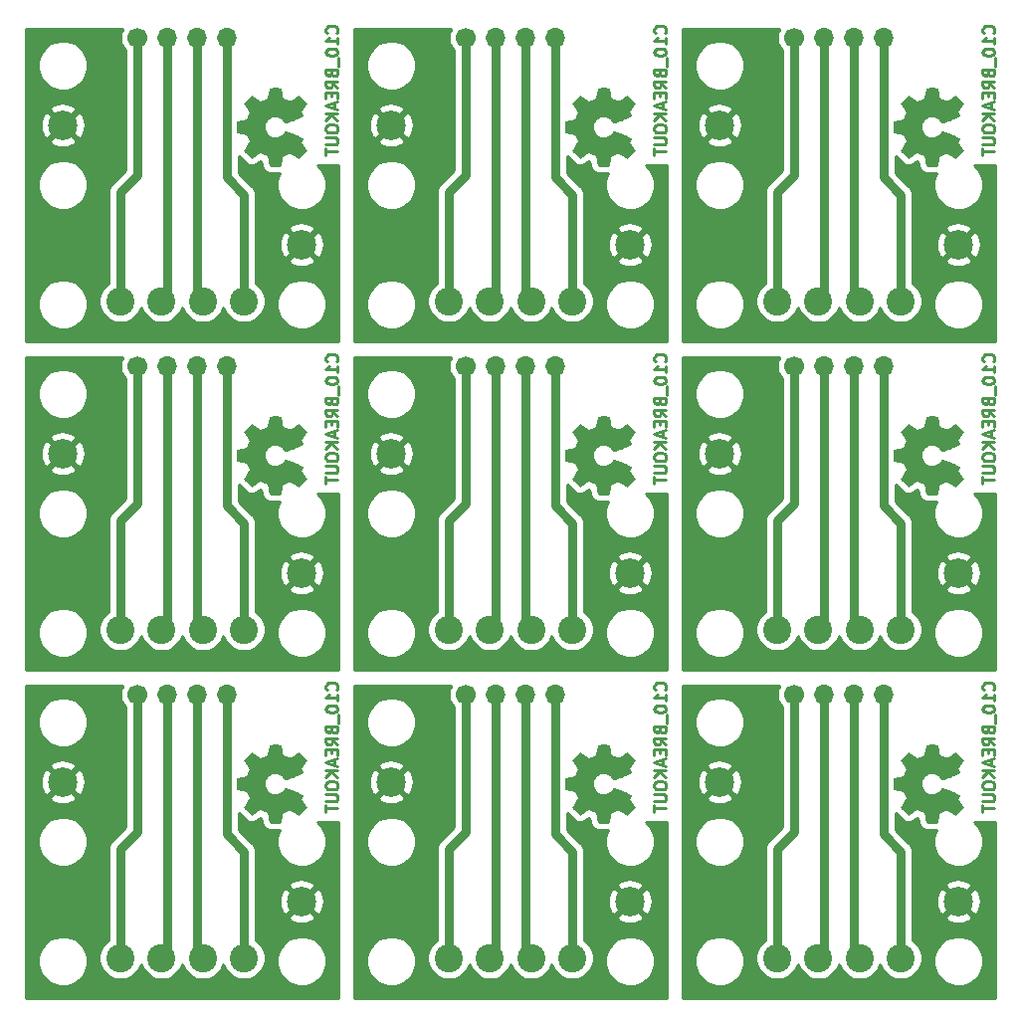
<source format=gbr>
G04 #@! TF.GenerationSoftware,KiCad,Pcbnew,5.1.5-52549c5~86~ubuntu18.04.1*
G04 #@! TF.CreationDate,2020-10-13T14:08:53-05:00*
G04 #@! TF.ProjectId,,58585858-5858-4585-9858-585858585858,rev?*
G04 #@! TF.SameCoordinates,Original*
G04 #@! TF.FileFunction,Copper,L2,Bot*
G04 #@! TF.FilePolarity,Positive*
%FSLAX46Y46*%
G04 Gerber Fmt 4.6, Leading zero omitted, Abs format (unit mm)*
G04 Created by KiCad (PCBNEW 5.1.5-52549c5~86~ubuntu18.04.1) date 2020-10-13 14:08:53*
%MOMM*%
%LPD*%
G04 APERTURE LIST*
%ADD10C,0.250000*%
%ADD11C,0.010000*%
%ADD12C,2.400000*%
%ADD13C,1.700000*%
%ADD14O,1.700000X1.700000*%
%ADD15C,2.499360*%
%ADD16C,0.750000*%
%ADD17C,0.254000*%
G04 APERTURE END LIST*
D10*
X166371542Y-106825066D02*
X166419161Y-106777447D01*
X166466780Y-106634590D01*
X166466780Y-106539352D01*
X166419161Y-106396495D01*
X166323923Y-106301257D01*
X166228685Y-106253638D01*
X166038209Y-106206019D01*
X165895352Y-106206019D01*
X165704876Y-106253638D01*
X165609638Y-106301257D01*
X165514400Y-106396495D01*
X165466780Y-106539352D01*
X165466780Y-106634590D01*
X165514400Y-106777447D01*
X165562019Y-106825066D01*
X166466780Y-107777447D02*
X166466780Y-107206019D01*
X166466780Y-107491733D02*
X165466780Y-107491733D01*
X165609638Y-107396495D01*
X165704876Y-107301257D01*
X165752495Y-107206019D01*
X165466780Y-108396495D02*
X165466780Y-108491733D01*
X165514400Y-108586971D01*
X165562019Y-108634590D01*
X165657257Y-108682209D01*
X165847733Y-108729828D01*
X166085828Y-108729828D01*
X166276304Y-108682209D01*
X166371542Y-108634590D01*
X166419161Y-108586971D01*
X166466780Y-108491733D01*
X166466780Y-108396495D01*
X166419161Y-108301257D01*
X166371542Y-108253638D01*
X166276304Y-108206019D01*
X166085828Y-108158400D01*
X165847733Y-108158400D01*
X165657257Y-108206019D01*
X165562019Y-108253638D01*
X165514400Y-108301257D01*
X165466780Y-108396495D01*
X166562019Y-108920304D02*
X166562019Y-109682209D01*
X165942971Y-110253638D02*
X165990590Y-110396495D01*
X166038209Y-110444114D01*
X166133447Y-110491733D01*
X166276304Y-110491733D01*
X166371542Y-110444114D01*
X166419161Y-110396495D01*
X166466780Y-110301257D01*
X166466780Y-109920304D01*
X165466780Y-109920304D01*
X165466780Y-110253638D01*
X165514400Y-110348876D01*
X165562019Y-110396495D01*
X165657257Y-110444114D01*
X165752495Y-110444114D01*
X165847733Y-110396495D01*
X165895352Y-110348876D01*
X165942971Y-110253638D01*
X165942971Y-109920304D01*
X166466780Y-111491733D02*
X165990590Y-111158400D01*
X166466780Y-110920304D02*
X165466780Y-110920304D01*
X165466780Y-111301257D01*
X165514400Y-111396495D01*
X165562019Y-111444114D01*
X165657257Y-111491733D01*
X165800114Y-111491733D01*
X165895352Y-111444114D01*
X165942971Y-111396495D01*
X165990590Y-111301257D01*
X165990590Y-110920304D01*
X165942971Y-111920304D02*
X165942971Y-112253638D01*
X166466780Y-112396495D02*
X166466780Y-111920304D01*
X165466780Y-111920304D01*
X165466780Y-112396495D01*
X166181066Y-112777447D02*
X166181066Y-113253638D01*
X166466780Y-112682209D02*
X165466780Y-113015542D01*
X166466780Y-113348876D01*
X166466780Y-113682209D02*
X165466780Y-113682209D01*
X166466780Y-114253638D02*
X165895352Y-113825066D01*
X165466780Y-114253638D02*
X166038209Y-113682209D01*
X165466780Y-114872685D02*
X165466780Y-115063161D01*
X165514400Y-115158400D01*
X165609638Y-115253638D01*
X165800114Y-115301257D01*
X166133447Y-115301257D01*
X166323923Y-115253638D01*
X166419161Y-115158400D01*
X166466780Y-115063161D01*
X166466780Y-114872685D01*
X166419161Y-114777447D01*
X166323923Y-114682209D01*
X166133447Y-114634590D01*
X165800114Y-114634590D01*
X165609638Y-114682209D01*
X165514400Y-114777447D01*
X165466780Y-114872685D01*
X165466780Y-115729828D02*
X166276304Y-115729828D01*
X166371542Y-115777447D01*
X166419161Y-115825066D01*
X166466780Y-115920304D01*
X166466780Y-116110780D01*
X166419161Y-116206019D01*
X166371542Y-116253638D01*
X166276304Y-116301257D01*
X165466780Y-116301257D01*
X165466780Y-116634590D02*
X165466780Y-117206019D01*
X166466780Y-116920304D02*
X165466780Y-116920304D01*
X138431542Y-106825066D02*
X138479161Y-106777447D01*
X138526780Y-106634590D01*
X138526780Y-106539352D01*
X138479161Y-106396495D01*
X138383923Y-106301257D01*
X138288685Y-106253638D01*
X138098209Y-106206019D01*
X137955352Y-106206019D01*
X137764876Y-106253638D01*
X137669638Y-106301257D01*
X137574400Y-106396495D01*
X137526780Y-106539352D01*
X137526780Y-106634590D01*
X137574400Y-106777447D01*
X137622019Y-106825066D01*
X138526780Y-107777447D02*
X138526780Y-107206019D01*
X138526780Y-107491733D02*
X137526780Y-107491733D01*
X137669638Y-107396495D01*
X137764876Y-107301257D01*
X137812495Y-107206019D01*
X137526780Y-108396495D02*
X137526780Y-108491733D01*
X137574400Y-108586971D01*
X137622019Y-108634590D01*
X137717257Y-108682209D01*
X137907733Y-108729828D01*
X138145828Y-108729828D01*
X138336304Y-108682209D01*
X138431542Y-108634590D01*
X138479161Y-108586971D01*
X138526780Y-108491733D01*
X138526780Y-108396495D01*
X138479161Y-108301257D01*
X138431542Y-108253638D01*
X138336304Y-108206019D01*
X138145828Y-108158400D01*
X137907733Y-108158400D01*
X137717257Y-108206019D01*
X137622019Y-108253638D01*
X137574400Y-108301257D01*
X137526780Y-108396495D01*
X138622019Y-108920304D02*
X138622019Y-109682209D01*
X138002971Y-110253638D02*
X138050590Y-110396495D01*
X138098209Y-110444114D01*
X138193447Y-110491733D01*
X138336304Y-110491733D01*
X138431542Y-110444114D01*
X138479161Y-110396495D01*
X138526780Y-110301257D01*
X138526780Y-109920304D01*
X137526780Y-109920304D01*
X137526780Y-110253638D01*
X137574400Y-110348876D01*
X137622019Y-110396495D01*
X137717257Y-110444114D01*
X137812495Y-110444114D01*
X137907733Y-110396495D01*
X137955352Y-110348876D01*
X138002971Y-110253638D01*
X138002971Y-109920304D01*
X138526780Y-111491733D02*
X138050590Y-111158400D01*
X138526780Y-110920304D02*
X137526780Y-110920304D01*
X137526780Y-111301257D01*
X137574400Y-111396495D01*
X137622019Y-111444114D01*
X137717257Y-111491733D01*
X137860114Y-111491733D01*
X137955352Y-111444114D01*
X138002971Y-111396495D01*
X138050590Y-111301257D01*
X138050590Y-110920304D01*
X138002971Y-111920304D02*
X138002971Y-112253638D01*
X138526780Y-112396495D02*
X138526780Y-111920304D01*
X137526780Y-111920304D01*
X137526780Y-112396495D01*
X138241066Y-112777447D02*
X138241066Y-113253638D01*
X138526780Y-112682209D02*
X137526780Y-113015542D01*
X138526780Y-113348876D01*
X138526780Y-113682209D02*
X137526780Y-113682209D01*
X138526780Y-114253638D02*
X137955352Y-113825066D01*
X137526780Y-114253638D02*
X138098209Y-113682209D01*
X137526780Y-114872685D02*
X137526780Y-115063161D01*
X137574400Y-115158400D01*
X137669638Y-115253638D01*
X137860114Y-115301257D01*
X138193447Y-115301257D01*
X138383923Y-115253638D01*
X138479161Y-115158400D01*
X138526780Y-115063161D01*
X138526780Y-114872685D01*
X138479161Y-114777447D01*
X138383923Y-114682209D01*
X138193447Y-114634590D01*
X137860114Y-114634590D01*
X137669638Y-114682209D01*
X137574400Y-114777447D01*
X137526780Y-114872685D01*
X137526780Y-115729828D02*
X138336304Y-115729828D01*
X138431542Y-115777447D01*
X138479161Y-115825066D01*
X138526780Y-115920304D01*
X138526780Y-116110780D01*
X138479161Y-116206019D01*
X138431542Y-116253638D01*
X138336304Y-116301257D01*
X137526780Y-116301257D01*
X137526780Y-116634590D02*
X137526780Y-117206019D01*
X138526780Y-116920304D02*
X137526780Y-116920304D01*
X110491542Y-106825066D02*
X110539161Y-106777447D01*
X110586780Y-106634590D01*
X110586780Y-106539352D01*
X110539161Y-106396495D01*
X110443923Y-106301257D01*
X110348685Y-106253638D01*
X110158209Y-106206019D01*
X110015352Y-106206019D01*
X109824876Y-106253638D01*
X109729638Y-106301257D01*
X109634400Y-106396495D01*
X109586780Y-106539352D01*
X109586780Y-106634590D01*
X109634400Y-106777447D01*
X109682019Y-106825066D01*
X110586780Y-107777447D02*
X110586780Y-107206019D01*
X110586780Y-107491733D02*
X109586780Y-107491733D01*
X109729638Y-107396495D01*
X109824876Y-107301257D01*
X109872495Y-107206019D01*
X109586780Y-108396495D02*
X109586780Y-108491733D01*
X109634400Y-108586971D01*
X109682019Y-108634590D01*
X109777257Y-108682209D01*
X109967733Y-108729828D01*
X110205828Y-108729828D01*
X110396304Y-108682209D01*
X110491542Y-108634590D01*
X110539161Y-108586971D01*
X110586780Y-108491733D01*
X110586780Y-108396495D01*
X110539161Y-108301257D01*
X110491542Y-108253638D01*
X110396304Y-108206019D01*
X110205828Y-108158400D01*
X109967733Y-108158400D01*
X109777257Y-108206019D01*
X109682019Y-108253638D01*
X109634400Y-108301257D01*
X109586780Y-108396495D01*
X110682019Y-108920304D02*
X110682019Y-109682209D01*
X110062971Y-110253638D02*
X110110590Y-110396495D01*
X110158209Y-110444114D01*
X110253447Y-110491733D01*
X110396304Y-110491733D01*
X110491542Y-110444114D01*
X110539161Y-110396495D01*
X110586780Y-110301257D01*
X110586780Y-109920304D01*
X109586780Y-109920304D01*
X109586780Y-110253638D01*
X109634400Y-110348876D01*
X109682019Y-110396495D01*
X109777257Y-110444114D01*
X109872495Y-110444114D01*
X109967733Y-110396495D01*
X110015352Y-110348876D01*
X110062971Y-110253638D01*
X110062971Y-109920304D01*
X110586780Y-111491733D02*
X110110590Y-111158400D01*
X110586780Y-110920304D02*
X109586780Y-110920304D01*
X109586780Y-111301257D01*
X109634400Y-111396495D01*
X109682019Y-111444114D01*
X109777257Y-111491733D01*
X109920114Y-111491733D01*
X110015352Y-111444114D01*
X110062971Y-111396495D01*
X110110590Y-111301257D01*
X110110590Y-110920304D01*
X110062971Y-111920304D02*
X110062971Y-112253638D01*
X110586780Y-112396495D02*
X110586780Y-111920304D01*
X109586780Y-111920304D01*
X109586780Y-112396495D01*
X110301066Y-112777447D02*
X110301066Y-113253638D01*
X110586780Y-112682209D02*
X109586780Y-113015542D01*
X110586780Y-113348876D01*
X110586780Y-113682209D02*
X109586780Y-113682209D01*
X110586780Y-114253638D02*
X110015352Y-113825066D01*
X109586780Y-114253638D02*
X110158209Y-113682209D01*
X109586780Y-114872685D02*
X109586780Y-115063161D01*
X109634400Y-115158400D01*
X109729638Y-115253638D01*
X109920114Y-115301257D01*
X110253447Y-115301257D01*
X110443923Y-115253638D01*
X110539161Y-115158400D01*
X110586780Y-115063161D01*
X110586780Y-114872685D01*
X110539161Y-114777447D01*
X110443923Y-114682209D01*
X110253447Y-114634590D01*
X109920114Y-114634590D01*
X109729638Y-114682209D01*
X109634400Y-114777447D01*
X109586780Y-114872685D01*
X109586780Y-115729828D02*
X110396304Y-115729828D01*
X110491542Y-115777447D01*
X110539161Y-115825066D01*
X110586780Y-115920304D01*
X110586780Y-116110780D01*
X110539161Y-116206019D01*
X110491542Y-116253638D01*
X110396304Y-116301257D01*
X109586780Y-116301257D01*
X109586780Y-116634590D02*
X109586780Y-117206019D01*
X110586780Y-116920304D02*
X109586780Y-116920304D01*
X166371542Y-78885066D02*
X166419161Y-78837447D01*
X166466780Y-78694590D01*
X166466780Y-78599352D01*
X166419161Y-78456495D01*
X166323923Y-78361257D01*
X166228685Y-78313638D01*
X166038209Y-78266019D01*
X165895352Y-78266019D01*
X165704876Y-78313638D01*
X165609638Y-78361257D01*
X165514400Y-78456495D01*
X165466780Y-78599352D01*
X165466780Y-78694590D01*
X165514400Y-78837447D01*
X165562019Y-78885066D01*
X166466780Y-79837447D02*
X166466780Y-79266019D01*
X166466780Y-79551733D02*
X165466780Y-79551733D01*
X165609638Y-79456495D01*
X165704876Y-79361257D01*
X165752495Y-79266019D01*
X165466780Y-80456495D02*
X165466780Y-80551733D01*
X165514400Y-80646971D01*
X165562019Y-80694590D01*
X165657257Y-80742209D01*
X165847733Y-80789828D01*
X166085828Y-80789828D01*
X166276304Y-80742209D01*
X166371542Y-80694590D01*
X166419161Y-80646971D01*
X166466780Y-80551733D01*
X166466780Y-80456495D01*
X166419161Y-80361257D01*
X166371542Y-80313638D01*
X166276304Y-80266019D01*
X166085828Y-80218400D01*
X165847733Y-80218400D01*
X165657257Y-80266019D01*
X165562019Y-80313638D01*
X165514400Y-80361257D01*
X165466780Y-80456495D01*
X166562019Y-80980304D02*
X166562019Y-81742209D01*
X165942971Y-82313638D02*
X165990590Y-82456495D01*
X166038209Y-82504114D01*
X166133447Y-82551733D01*
X166276304Y-82551733D01*
X166371542Y-82504114D01*
X166419161Y-82456495D01*
X166466780Y-82361257D01*
X166466780Y-81980304D01*
X165466780Y-81980304D01*
X165466780Y-82313638D01*
X165514400Y-82408876D01*
X165562019Y-82456495D01*
X165657257Y-82504114D01*
X165752495Y-82504114D01*
X165847733Y-82456495D01*
X165895352Y-82408876D01*
X165942971Y-82313638D01*
X165942971Y-81980304D01*
X166466780Y-83551733D02*
X165990590Y-83218400D01*
X166466780Y-82980304D02*
X165466780Y-82980304D01*
X165466780Y-83361257D01*
X165514400Y-83456495D01*
X165562019Y-83504114D01*
X165657257Y-83551733D01*
X165800114Y-83551733D01*
X165895352Y-83504114D01*
X165942971Y-83456495D01*
X165990590Y-83361257D01*
X165990590Y-82980304D01*
X165942971Y-83980304D02*
X165942971Y-84313638D01*
X166466780Y-84456495D02*
X166466780Y-83980304D01*
X165466780Y-83980304D01*
X165466780Y-84456495D01*
X166181066Y-84837447D02*
X166181066Y-85313638D01*
X166466780Y-84742209D02*
X165466780Y-85075542D01*
X166466780Y-85408876D01*
X166466780Y-85742209D02*
X165466780Y-85742209D01*
X166466780Y-86313638D02*
X165895352Y-85885066D01*
X165466780Y-86313638D02*
X166038209Y-85742209D01*
X165466780Y-86932685D02*
X165466780Y-87123161D01*
X165514400Y-87218400D01*
X165609638Y-87313638D01*
X165800114Y-87361257D01*
X166133447Y-87361257D01*
X166323923Y-87313638D01*
X166419161Y-87218400D01*
X166466780Y-87123161D01*
X166466780Y-86932685D01*
X166419161Y-86837447D01*
X166323923Y-86742209D01*
X166133447Y-86694590D01*
X165800114Y-86694590D01*
X165609638Y-86742209D01*
X165514400Y-86837447D01*
X165466780Y-86932685D01*
X165466780Y-87789828D02*
X166276304Y-87789828D01*
X166371542Y-87837447D01*
X166419161Y-87885066D01*
X166466780Y-87980304D01*
X166466780Y-88170780D01*
X166419161Y-88266019D01*
X166371542Y-88313638D01*
X166276304Y-88361257D01*
X165466780Y-88361257D01*
X165466780Y-88694590D02*
X165466780Y-89266019D01*
X166466780Y-88980304D02*
X165466780Y-88980304D01*
X138431542Y-78885066D02*
X138479161Y-78837447D01*
X138526780Y-78694590D01*
X138526780Y-78599352D01*
X138479161Y-78456495D01*
X138383923Y-78361257D01*
X138288685Y-78313638D01*
X138098209Y-78266019D01*
X137955352Y-78266019D01*
X137764876Y-78313638D01*
X137669638Y-78361257D01*
X137574400Y-78456495D01*
X137526780Y-78599352D01*
X137526780Y-78694590D01*
X137574400Y-78837447D01*
X137622019Y-78885066D01*
X138526780Y-79837447D02*
X138526780Y-79266019D01*
X138526780Y-79551733D02*
X137526780Y-79551733D01*
X137669638Y-79456495D01*
X137764876Y-79361257D01*
X137812495Y-79266019D01*
X137526780Y-80456495D02*
X137526780Y-80551733D01*
X137574400Y-80646971D01*
X137622019Y-80694590D01*
X137717257Y-80742209D01*
X137907733Y-80789828D01*
X138145828Y-80789828D01*
X138336304Y-80742209D01*
X138431542Y-80694590D01*
X138479161Y-80646971D01*
X138526780Y-80551733D01*
X138526780Y-80456495D01*
X138479161Y-80361257D01*
X138431542Y-80313638D01*
X138336304Y-80266019D01*
X138145828Y-80218400D01*
X137907733Y-80218400D01*
X137717257Y-80266019D01*
X137622019Y-80313638D01*
X137574400Y-80361257D01*
X137526780Y-80456495D01*
X138622019Y-80980304D02*
X138622019Y-81742209D01*
X138002971Y-82313638D02*
X138050590Y-82456495D01*
X138098209Y-82504114D01*
X138193447Y-82551733D01*
X138336304Y-82551733D01*
X138431542Y-82504114D01*
X138479161Y-82456495D01*
X138526780Y-82361257D01*
X138526780Y-81980304D01*
X137526780Y-81980304D01*
X137526780Y-82313638D01*
X137574400Y-82408876D01*
X137622019Y-82456495D01*
X137717257Y-82504114D01*
X137812495Y-82504114D01*
X137907733Y-82456495D01*
X137955352Y-82408876D01*
X138002971Y-82313638D01*
X138002971Y-81980304D01*
X138526780Y-83551733D02*
X138050590Y-83218400D01*
X138526780Y-82980304D02*
X137526780Y-82980304D01*
X137526780Y-83361257D01*
X137574400Y-83456495D01*
X137622019Y-83504114D01*
X137717257Y-83551733D01*
X137860114Y-83551733D01*
X137955352Y-83504114D01*
X138002971Y-83456495D01*
X138050590Y-83361257D01*
X138050590Y-82980304D01*
X138002971Y-83980304D02*
X138002971Y-84313638D01*
X138526780Y-84456495D02*
X138526780Y-83980304D01*
X137526780Y-83980304D01*
X137526780Y-84456495D01*
X138241066Y-84837447D02*
X138241066Y-85313638D01*
X138526780Y-84742209D02*
X137526780Y-85075542D01*
X138526780Y-85408876D01*
X138526780Y-85742209D02*
X137526780Y-85742209D01*
X138526780Y-86313638D02*
X137955352Y-85885066D01*
X137526780Y-86313638D02*
X138098209Y-85742209D01*
X137526780Y-86932685D02*
X137526780Y-87123161D01*
X137574400Y-87218400D01*
X137669638Y-87313638D01*
X137860114Y-87361257D01*
X138193447Y-87361257D01*
X138383923Y-87313638D01*
X138479161Y-87218400D01*
X138526780Y-87123161D01*
X138526780Y-86932685D01*
X138479161Y-86837447D01*
X138383923Y-86742209D01*
X138193447Y-86694590D01*
X137860114Y-86694590D01*
X137669638Y-86742209D01*
X137574400Y-86837447D01*
X137526780Y-86932685D01*
X137526780Y-87789828D02*
X138336304Y-87789828D01*
X138431542Y-87837447D01*
X138479161Y-87885066D01*
X138526780Y-87980304D01*
X138526780Y-88170780D01*
X138479161Y-88266019D01*
X138431542Y-88313638D01*
X138336304Y-88361257D01*
X137526780Y-88361257D01*
X137526780Y-88694590D02*
X137526780Y-89266019D01*
X138526780Y-88980304D02*
X137526780Y-88980304D01*
X110491542Y-78885066D02*
X110539161Y-78837447D01*
X110586780Y-78694590D01*
X110586780Y-78599352D01*
X110539161Y-78456495D01*
X110443923Y-78361257D01*
X110348685Y-78313638D01*
X110158209Y-78266019D01*
X110015352Y-78266019D01*
X109824876Y-78313638D01*
X109729638Y-78361257D01*
X109634400Y-78456495D01*
X109586780Y-78599352D01*
X109586780Y-78694590D01*
X109634400Y-78837447D01*
X109682019Y-78885066D01*
X110586780Y-79837447D02*
X110586780Y-79266019D01*
X110586780Y-79551733D02*
X109586780Y-79551733D01*
X109729638Y-79456495D01*
X109824876Y-79361257D01*
X109872495Y-79266019D01*
X109586780Y-80456495D02*
X109586780Y-80551733D01*
X109634400Y-80646971D01*
X109682019Y-80694590D01*
X109777257Y-80742209D01*
X109967733Y-80789828D01*
X110205828Y-80789828D01*
X110396304Y-80742209D01*
X110491542Y-80694590D01*
X110539161Y-80646971D01*
X110586780Y-80551733D01*
X110586780Y-80456495D01*
X110539161Y-80361257D01*
X110491542Y-80313638D01*
X110396304Y-80266019D01*
X110205828Y-80218400D01*
X109967733Y-80218400D01*
X109777257Y-80266019D01*
X109682019Y-80313638D01*
X109634400Y-80361257D01*
X109586780Y-80456495D01*
X110682019Y-80980304D02*
X110682019Y-81742209D01*
X110062971Y-82313638D02*
X110110590Y-82456495D01*
X110158209Y-82504114D01*
X110253447Y-82551733D01*
X110396304Y-82551733D01*
X110491542Y-82504114D01*
X110539161Y-82456495D01*
X110586780Y-82361257D01*
X110586780Y-81980304D01*
X109586780Y-81980304D01*
X109586780Y-82313638D01*
X109634400Y-82408876D01*
X109682019Y-82456495D01*
X109777257Y-82504114D01*
X109872495Y-82504114D01*
X109967733Y-82456495D01*
X110015352Y-82408876D01*
X110062971Y-82313638D01*
X110062971Y-81980304D01*
X110586780Y-83551733D02*
X110110590Y-83218400D01*
X110586780Y-82980304D02*
X109586780Y-82980304D01*
X109586780Y-83361257D01*
X109634400Y-83456495D01*
X109682019Y-83504114D01*
X109777257Y-83551733D01*
X109920114Y-83551733D01*
X110015352Y-83504114D01*
X110062971Y-83456495D01*
X110110590Y-83361257D01*
X110110590Y-82980304D01*
X110062971Y-83980304D02*
X110062971Y-84313638D01*
X110586780Y-84456495D02*
X110586780Y-83980304D01*
X109586780Y-83980304D01*
X109586780Y-84456495D01*
X110301066Y-84837447D02*
X110301066Y-85313638D01*
X110586780Y-84742209D02*
X109586780Y-85075542D01*
X110586780Y-85408876D01*
X110586780Y-85742209D02*
X109586780Y-85742209D01*
X110586780Y-86313638D02*
X110015352Y-85885066D01*
X109586780Y-86313638D02*
X110158209Y-85742209D01*
X109586780Y-86932685D02*
X109586780Y-87123161D01*
X109634400Y-87218400D01*
X109729638Y-87313638D01*
X109920114Y-87361257D01*
X110253447Y-87361257D01*
X110443923Y-87313638D01*
X110539161Y-87218400D01*
X110586780Y-87123161D01*
X110586780Y-86932685D01*
X110539161Y-86837447D01*
X110443923Y-86742209D01*
X110253447Y-86694590D01*
X109920114Y-86694590D01*
X109729638Y-86742209D01*
X109634400Y-86837447D01*
X109586780Y-86932685D01*
X109586780Y-87789828D02*
X110396304Y-87789828D01*
X110491542Y-87837447D01*
X110539161Y-87885066D01*
X110586780Y-87980304D01*
X110586780Y-88170780D01*
X110539161Y-88266019D01*
X110491542Y-88313638D01*
X110396304Y-88361257D01*
X109586780Y-88361257D01*
X109586780Y-88694590D02*
X109586780Y-89266019D01*
X110586780Y-88980304D02*
X109586780Y-88980304D01*
X166371542Y-50945066D02*
X166419161Y-50897447D01*
X166466780Y-50754590D01*
X166466780Y-50659352D01*
X166419161Y-50516495D01*
X166323923Y-50421257D01*
X166228685Y-50373638D01*
X166038209Y-50326019D01*
X165895352Y-50326019D01*
X165704876Y-50373638D01*
X165609638Y-50421257D01*
X165514400Y-50516495D01*
X165466780Y-50659352D01*
X165466780Y-50754590D01*
X165514400Y-50897447D01*
X165562019Y-50945066D01*
X166466780Y-51897447D02*
X166466780Y-51326019D01*
X166466780Y-51611733D02*
X165466780Y-51611733D01*
X165609638Y-51516495D01*
X165704876Y-51421257D01*
X165752495Y-51326019D01*
X165466780Y-52516495D02*
X165466780Y-52611733D01*
X165514400Y-52706971D01*
X165562019Y-52754590D01*
X165657257Y-52802209D01*
X165847733Y-52849828D01*
X166085828Y-52849828D01*
X166276304Y-52802209D01*
X166371542Y-52754590D01*
X166419161Y-52706971D01*
X166466780Y-52611733D01*
X166466780Y-52516495D01*
X166419161Y-52421257D01*
X166371542Y-52373638D01*
X166276304Y-52326019D01*
X166085828Y-52278400D01*
X165847733Y-52278400D01*
X165657257Y-52326019D01*
X165562019Y-52373638D01*
X165514400Y-52421257D01*
X165466780Y-52516495D01*
X166562019Y-53040304D02*
X166562019Y-53802209D01*
X165942971Y-54373638D02*
X165990590Y-54516495D01*
X166038209Y-54564114D01*
X166133447Y-54611733D01*
X166276304Y-54611733D01*
X166371542Y-54564114D01*
X166419161Y-54516495D01*
X166466780Y-54421257D01*
X166466780Y-54040304D01*
X165466780Y-54040304D01*
X165466780Y-54373638D01*
X165514400Y-54468876D01*
X165562019Y-54516495D01*
X165657257Y-54564114D01*
X165752495Y-54564114D01*
X165847733Y-54516495D01*
X165895352Y-54468876D01*
X165942971Y-54373638D01*
X165942971Y-54040304D01*
X166466780Y-55611733D02*
X165990590Y-55278400D01*
X166466780Y-55040304D02*
X165466780Y-55040304D01*
X165466780Y-55421257D01*
X165514400Y-55516495D01*
X165562019Y-55564114D01*
X165657257Y-55611733D01*
X165800114Y-55611733D01*
X165895352Y-55564114D01*
X165942971Y-55516495D01*
X165990590Y-55421257D01*
X165990590Y-55040304D01*
X165942971Y-56040304D02*
X165942971Y-56373638D01*
X166466780Y-56516495D02*
X166466780Y-56040304D01*
X165466780Y-56040304D01*
X165466780Y-56516495D01*
X166181066Y-56897447D02*
X166181066Y-57373638D01*
X166466780Y-56802209D02*
X165466780Y-57135542D01*
X166466780Y-57468876D01*
X166466780Y-57802209D02*
X165466780Y-57802209D01*
X166466780Y-58373638D02*
X165895352Y-57945066D01*
X165466780Y-58373638D02*
X166038209Y-57802209D01*
X165466780Y-58992685D02*
X165466780Y-59183161D01*
X165514400Y-59278400D01*
X165609638Y-59373638D01*
X165800114Y-59421257D01*
X166133447Y-59421257D01*
X166323923Y-59373638D01*
X166419161Y-59278400D01*
X166466780Y-59183161D01*
X166466780Y-58992685D01*
X166419161Y-58897447D01*
X166323923Y-58802209D01*
X166133447Y-58754590D01*
X165800114Y-58754590D01*
X165609638Y-58802209D01*
X165514400Y-58897447D01*
X165466780Y-58992685D01*
X165466780Y-59849828D02*
X166276304Y-59849828D01*
X166371542Y-59897447D01*
X166419161Y-59945066D01*
X166466780Y-60040304D01*
X166466780Y-60230780D01*
X166419161Y-60326019D01*
X166371542Y-60373638D01*
X166276304Y-60421257D01*
X165466780Y-60421257D01*
X165466780Y-60754590D02*
X165466780Y-61326019D01*
X166466780Y-61040304D02*
X165466780Y-61040304D01*
X138431542Y-50945066D02*
X138479161Y-50897447D01*
X138526780Y-50754590D01*
X138526780Y-50659352D01*
X138479161Y-50516495D01*
X138383923Y-50421257D01*
X138288685Y-50373638D01*
X138098209Y-50326019D01*
X137955352Y-50326019D01*
X137764876Y-50373638D01*
X137669638Y-50421257D01*
X137574400Y-50516495D01*
X137526780Y-50659352D01*
X137526780Y-50754590D01*
X137574400Y-50897447D01*
X137622019Y-50945066D01*
X138526780Y-51897447D02*
X138526780Y-51326019D01*
X138526780Y-51611733D02*
X137526780Y-51611733D01*
X137669638Y-51516495D01*
X137764876Y-51421257D01*
X137812495Y-51326019D01*
X137526780Y-52516495D02*
X137526780Y-52611733D01*
X137574400Y-52706971D01*
X137622019Y-52754590D01*
X137717257Y-52802209D01*
X137907733Y-52849828D01*
X138145828Y-52849828D01*
X138336304Y-52802209D01*
X138431542Y-52754590D01*
X138479161Y-52706971D01*
X138526780Y-52611733D01*
X138526780Y-52516495D01*
X138479161Y-52421257D01*
X138431542Y-52373638D01*
X138336304Y-52326019D01*
X138145828Y-52278400D01*
X137907733Y-52278400D01*
X137717257Y-52326019D01*
X137622019Y-52373638D01*
X137574400Y-52421257D01*
X137526780Y-52516495D01*
X138622019Y-53040304D02*
X138622019Y-53802209D01*
X138002971Y-54373638D02*
X138050590Y-54516495D01*
X138098209Y-54564114D01*
X138193447Y-54611733D01*
X138336304Y-54611733D01*
X138431542Y-54564114D01*
X138479161Y-54516495D01*
X138526780Y-54421257D01*
X138526780Y-54040304D01*
X137526780Y-54040304D01*
X137526780Y-54373638D01*
X137574400Y-54468876D01*
X137622019Y-54516495D01*
X137717257Y-54564114D01*
X137812495Y-54564114D01*
X137907733Y-54516495D01*
X137955352Y-54468876D01*
X138002971Y-54373638D01*
X138002971Y-54040304D01*
X138526780Y-55611733D02*
X138050590Y-55278400D01*
X138526780Y-55040304D02*
X137526780Y-55040304D01*
X137526780Y-55421257D01*
X137574400Y-55516495D01*
X137622019Y-55564114D01*
X137717257Y-55611733D01*
X137860114Y-55611733D01*
X137955352Y-55564114D01*
X138002971Y-55516495D01*
X138050590Y-55421257D01*
X138050590Y-55040304D01*
X138002971Y-56040304D02*
X138002971Y-56373638D01*
X138526780Y-56516495D02*
X138526780Y-56040304D01*
X137526780Y-56040304D01*
X137526780Y-56516495D01*
X138241066Y-56897447D02*
X138241066Y-57373638D01*
X138526780Y-56802209D02*
X137526780Y-57135542D01*
X138526780Y-57468876D01*
X138526780Y-57802209D02*
X137526780Y-57802209D01*
X138526780Y-58373638D02*
X137955352Y-57945066D01*
X137526780Y-58373638D02*
X138098209Y-57802209D01*
X137526780Y-58992685D02*
X137526780Y-59183161D01*
X137574400Y-59278400D01*
X137669638Y-59373638D01*
X137860114Y-59421257D01*
X138193447Y-59421257D01*
X138383923Y-59373638D01*
X138479161Y-59278400D01*
X138526780Y-59183161D01*
X138526780Y-58992685D01*
X138479161Y-58897447D01*
X138383923Y-58802209D01*
X138193447Y-58754590D01*
X137860114Y-58754590D01*
X137669638Y-58802209D01*
X137574400Y-58897447D01*
X137526780Y-58992685D01*
X137526780Y-59849828D02*
X138336304Y-59849828D01*
X138431542Y-59897447D01*
X138479161Y-59945066D01*
X138526780Y-60040304D01*
X138526780Y-60230780D01*
X138479161Y-60326019D01*
X138431542Y-60373638D01*
X138336304Y-60421257D01*
X137526780Y-60421257D01*
X137526780Y-60754590D02*
X137526780Y-61326019D01*
X138526780Y-61040304D02*
X137526780Y-61040304D01*
X110491542Y-50945066D02*
X110539161Y-50897447D01*
X110586780Y-50754590D01*
X110586780Y-50659352D01*
X110539161Y-50516495D01*
X110443923Y-50421257D01*
X110348685Y-50373638D01*
X110158209Y-50326019D01*
X110015352Y-50326019D01*
X109824876Y-50373638D01*
X109729638Y-50421257D01*
X109634400Y-50516495D01*
X109586780Y-50659352D01*
X109586780Y-50754590D01*
X109634400Y-50897447D01*
X109682019Y-50945066D01*
X110586780Y-51897447D02*
X110586780Y-51326019D01*
X110586780Y-51611733D02*
X109586780Y-51611733D01*
X109729638Y-51516495D01*
X109824876Y-51421257D01*
X109872495Y-51326019D01*
X109586780Y-52516495D02*
X109586780Y-52611733D01*
X109634400Y-52706971D01*
X109682019Y-52754590D01*
X109777257Y-52802209D01*
X109967733Y-52849828D01*
X110205828Y-52849828D01*
X110396304Y-52802209D01*
X110491542Y-52754590D01*
X110539161Y-52706971D01*
X110586780Y-52611733D01*
X110586780Y-52516495D01*
X110539161Y-52421257D01*
X110491542Y-52373638D01*
X110396304Y-52326019D01*
X110205828Y-52278400D01*
X109967733Y-52278400D01*
X109777257Y-52326019D01*
X109682019Y-52373638D01*
X109634400Y-52421257D01*
X109586780Y-52516495D01*
X110682019Y-53040304D02*
X110682019Y-53802209D01*
X110062971Y-54373638D02*
X110110590Y-54516495D01*
X110158209Y-54564114D01*
X110253447Y-54611733D01*
X110396304Y-54611733D01*
X110491542Y-54564114D01*
X110539161Y-54516495D01*
X110586780Y-54421257D01*
X110586780Y-54040304D01*
X109586780Y-54040304D01*
X109586780Y-54373638D01*
X109634400Y-54468876D01*
X109682019Y-54516495D01*
X109777257Y-54564114D01*
X109872495Y-54564114D01*
X109967733Y-54516495D01*
X110015352Y-54468876D01*
X110062971Y-54373638D01*
X110062971Y-54040304D01*
X110586780Y-55611733D02*
X110110590Y-55278400D01*
X110586780Y-55040304D02*
X109586780Y-55040304D01*
X109586780Y-55421257D01*
X109634400Y-55516495D01*
X109682019Y-55564114D01*
X109777257Y-55611733D01*
X109920114Y-55611733D01*
X110015352Y-55564114D01*
X110062971Y-55516495D01*
X110110590Y-55421257D01*
X110110590Y-55040304D01*
X110062971Y-56040304D02*
X110062971Y-56373638D01*
X110586780Y-56516495D02*
X110586780Y-56040304D01*
X109586780Y-56040304D01*
X109586780Y-56516495D01*
X110301066Y-56897447D02*
X110301066Y-57373638D01*
X110586780Y-56802209D02*
X109586780Y-57135542D01*
X110586780Y-57468876D01*
X110586780Y-57802209D02*
X109586780Y-57802209D01*
X110586780Y-58373638D02*
X110015352Y-57945066D01*
X109586780Y-58373638D02*
X110158209Y-57802209D01*
X109586780Y-58992685D02*
X109586780Y-59183161D01*
X109634400Y-59278400D01*
X109729638Y-59373638D01*
X109920114Y-59421257D01*
X110253447Y-59421257D01*
X110443923Y-59373638D01*
X110539161Y-59278400D01*
X110586780Y-59183161D01*
X110586780Y-58992685D01*
X110539161Y-58897447D01*
X110443923Y-58802209D01*
X110253447Y-58754590D01*
X109920114Y-58754590D01*
X109729638Y-58802209D01*
X109634400Y-58897447D01*
X109586780Y-58992685D01*
X109586780Y-59849828D02*
X110396304Y-59849828D01*
X110491542Y-59897447D01*
X110539161Y-59945066D01*
X110586780Y-60040304D01*
X110586780Y-60230780D01*
X110539161Y-60326019D01*
X110491542Y-60373638D01*
X110396304Y-60421257D01*
X109586780Y-60421257D01*
X109586780Y-60754590D02*
X109586780Y-61326019D01*
X110586780Y-61040304D02*
X109586780Y-61040304D01*
D11*
G36*
X158301731Y-115363814D02*
G01*
X158746355Y-115447635D01*
X158873853Y-115756920D01*
X159001351Y-116066206D01*
X158749046Y-116437246D01*
X158678796Y-116541157D01*
X158616072Y-116635087D01*
X158563738Y-116714652D01*
X158524657Y-116775470D01*
X158501693Y-116813157D01*
X158496742Y-116823421D01*
X158509476Y-116841910D01*
X158544682Y-116881420D01*
X158597862Y-116937522D01*
X158664518Y-117005787D01*
X158740154Y-117081786D01*
X158820272Y-117161092D01*
X158900374Y-117239275D01*
X158975964Y-117311907D01*
X159042545Y-117374559D01*
X159095618Y-117422803D01*
X159130687Y-117452210D01*
X159142423Y-117459241D01*
X159164060Y-117449123D01*
X159211462Y-117420759D01*
X159279993Y-117377129D01*
X159365015Y-117321218D01*
X159461893Y-117256006D01*
X159517150Y-117218219D01*
X159618048Y-117149343D01*
X159709099Y-117088140D01*
X159785770Y-117037578D01*
X159843528Y-117000628D01*
X159877843Y-116980258D01*
X159885054Y-116977197D01*
X159905548Y-116984136D01*
X159953313Y-117003051D01*
X160021632Y-117031087D01*
X160103789Y-117065391D01*
X160193070Y-117103109D01*
X160282758Y-117141387D01*
X160366138Y-117177370D01*
X160436494Y-117208206D01*
X160487110Y-117231039D01*
X160511271Y-117243017D01*
X160512222Y-117243724D01*
X160516836Y-117262531D01*
X160527128Y-117312618D01*
X160542087Y-117388793D01*
X160560701Y-117485865D01*
X160581959Y-117598643D01*
X160594218Y-117664442D01*
X160617162Y-117784950D01*
X160638995Y-117893797D01*
X160658522Y-117985476D01*
X160674548Y-118054481D01*
X160685879Y-118095304D01*
X160689474Y-118103511D01*
X160713806Y-118111548D01*
X160768759Y-118118033D01*
X160847908Y-118122970D01*
X160944826Y-118126364D01*
X161053087Y-118128218D01*
X161166265Y-118128538D01*
X161277935Y-118127327D01*
X161381668Y-118124590D01*
X161471041Y-118120331D01*
X161539626Y-118114555D01*
X161580997Y-118107267D01*
X161589610Y-118102895D01*
X161599933Y-118076764D01*
X161614692Y-118021393D01*
X161632152Y-117944107D01*
X161650580Y-117852230D01*
X161656541Y-117820158D01*
X161684866Y-117665524D01*
X161707676Y-117543375D01*
X161725880Y-117449673D01*
X161740383Y-117380384D01*
X161752092Y-117331471D01*
X161761915Y-117298897D01*
X161770756Y-117278628D01*
X161779524Y-117266626D01*
X161781257Y-117264947D01*
X161809171Y-117248184D01*
X161863495Y-117222614D01*
X161937577Y-117190788D01*
X162024765Y-117155260D01*
X162118408Y-117118583D01*
X162211852Y-117083311D01*
X162298447Y-117051996D01*
X162371540Y-117027193D01*
X162424478Y-117011454D01*
X162450611Y-117007332D01*
X162451526Y-117007676D01*
X162472886Y-117021641D01*
X162519884Y-117053322D01*
X162587627Y-117099391D01*
X162671223Y-117156518D01*
X162765782Y-117221373D01*
X162792654Y-117239843D01*
X162890075Y-117305699D01*
X162978963Y-117363650D01*
X163054212Y-117410538D01*
X163110720Y-117443207D01*
X163143381Y-117458500D01*
X163147393Y-117459241D01*
X163168484Y-117446392D01*
X163210264Y-117410888D01*
X163268245Y-117357293D01*
X163337935Y-117290171D01*
X163414845Y-117214087D01*
X163494483Y-117133604D01*
X163572361Y-117053287D01*
X163643986Y-116977699D01*
X163704870Y-116911405D01*
X163750521Y-116858969D01*
X163776450Y-116824955D01*
X163780683Y-116815545D01*
X163770712Y-116793643D01*
X163743820Y-116748800D01*
X163704536Y-116688321D01*
X163672917Y-116641789D01*
X163614898Y-116557475D01*
X163546584Y-116457626D01*
X163478379Y-116357473D01*
X163441875Y-116303627D01*
X163318600Y-116121371D01*
X163401320Y-115968381D01*
X163437559Y-115898682D01*
X163465726Y-115839414D01*
X163481791Y-115799311D01*
X163484026Y-115789103D01*
X163467522Y-115776829D01*
X163420882Y-115752613D01*
X163348409Y-115718263D01*
X163254406Y-115675588D01*
X163143174Y-115626394D01*
X163019015Y-115572490D01*
X162886232Y-115515684D01*
X162749127Y-115457782D01*
X162612002Y-115400593D01*
X162479158Y-115345924D01*
X162354898Y-115295584D01*
X162243525Y-115251380D01*
X162149339Y-115215119D01*
X162076644Y-115188609D01*
X162029741Y-115173658D01*
X162013633Y-115171254D01*
X161993086Y-115190311D01*
X161959733Y-115232036D01*
X161920502Y-115287706D01*
X161917399Y-115292378D01*
X161802223Y-115436264D01*
X161667853Y-115552283D01*
X161518584Y-115639430D01*
X161358713Y-115696699D01*
X161192537Y-115723086D01*
X161024352Y-115717585D01*
X160858455Y-115679190D01*
X160699142Y-115606895D01*
X160664287Y-115585626D01*
X160523537Y-115474996D01*
X160410514Y-115344302D01*
X160325803Y-115198064D01*
X160269994Y-115040808D01*
X160243674Y-114877057D01*
X160247430Y-114711333D01*
X160281850Y-114548162D01*
X160347523Y-114392065D01*
X160445035Y-114247567D01*
X160484613Y-114202869D01*
X160608503Y-114089112D01*
X160738924Y-114006218D01*
X160885115Y-113949356D01*
X161029888Y-113917687D01*
X161192660Y-113909869D01*
X161356240Y-113935938D01*
X161515098Y-113993245D01*
X161663706Y-114079144D01*
X161796535Y-114190986D01*
X161908056Y-114326123D01*
X161919811Y-114343883D01*
X161958308Y-114400150D01*
X161991663Y-114442923D01*
X162012960Y-114463372D01*
X162013633Y-114463669D01*
X162036671Y-114459279D01*
X162088957Y-114441876D01*
X162166190Y-114413268D01*
X162264068Y-114375265D01*
X162378291Y-114329674D01*
X162504558Y-114278303D01*
X162638567Y-114222962D01*
X162776018Y-114165458D01*
X162912608Y-114107601D01*
X163044037Y-114051198D01*
X163166005Y-113998058D01*
X163274209Y-113949990D01*
X163364349Y-113908801D01*
X163432123Y-113876301D01*
X163473230Y-113854297D01*
X163484026Y-113845436D01*
X163475619Y-113818360D01*
X163453072Y-113767697D01*
X163420413Y-113702183D01*
X163401320Y-113666159D01*
X163318600Y-113513168D01*
X163441875Y-113330912D01*
X163505028Y-113237875D01*
X163574527Y-113136015D01*
X163639965Y-113040562D01*
X163672917Y-112992750D01*
X163718073Y-112925505D01*
X163753857Y-112868564D01*
X163775738Y-112829354D01*
X163780363Y-112816619D01*
X163767885Y-112798083D01*
X163733052Y-112757059D01*
X163679478Y-112697525D01*
X163610783Y-112623458D01*
X163530581Y-112538835D01*
X163479086Y-112485315D01*
X163387086Y-112391681D01*
X163304799Y-112310759D01*
X163235745Y-112245823D01*
X163183444Y-112200142D01*
X163151416Y-112176989D01*
X163144916Y-112174768D01*
X163120194Y-112185076D01*
X163070205Y-112213561D01*
X163000012Y-112257063D01*
X162914675Y-112312423D01*
X162819256Y-112376480D01*
X162792654Y-112394697D01*
X162695967Y-112461073D01*
X162608917Y-112520622D01*
X162536395Y-112570016D01*
X162483293Y-112605925D01*
X162454503Y-112625019D01*
X162451526Y-112626864D01*
X162428582Y-112624105D01*
X162378136Y-112609462D01*
X162306841Y-112585487D01*
X162221347Y-112554734D01*
X162128307Y-112519756D01*
X162034374Y-112483107D01*
X161946199Y-112447339D01*
X161870434Y-112415006D01*
X161813731Y-112388662D01*
X161782743Y-112370858D01*
X161781257Y-112369593D01*
X161772401Y-112358706D01*
X161763643Y-112340318D01*
X161754077Y-112310394D01*
X161742796Y-112264897D01*
X161728893Y-112199791D01*
X161711463Y-112111039D01*
X161689598Y-111994607D01*
X161662391Y-111846458D01*
X161656541Y-111814382D01*
X161638174Y-111719314D01*
X161620205Y-111636435D01*
X161604369Y-111573070D01*
X161592400Y-111536542D01*
X161589610Y-111531644D01*
X161564872Y-111523573D01*
X161509590Y-111517013D01*
X161430189Y-111511967D01*
X161333096Y-111508441D01*
X161224738Y-111506439D01*
X161111540Y-111505964D01*
X160999928Y-111507023D01*
X160896329Y-111509618D01*
X160807168Y-111513754D01*
X160738872Y-111519437D01*
X160697866Y-111526669D01*
X160689474Y-111531029D01*
X160681008Y-111555302D01*
X160667235Y-111610574D01*
X160649350Y-111691338D01*
X160628548Y-111792088D01*
X160606023Y-111907317D01*
X160594218Y-111970098D01*
X160571951Y-112089213D01*
X160551779Y-112195435D01*
X160534715Y-112283573D01*
X160521769Y-112348434D01*
X160513955Y-112384826D01*
X160512222Y-112390816D01*
X160492690Y-112400939D01*
X160445643Y-112422338D01*
X160377803Y-112452161D01*
X160295891Y-112487555D01*
X160206628Y-112525668D01*
X160116735Y-112563647D01*
X160032935Y-112598640D01*
X159961947Y-112627794D01*
X159910494Y-112648257D01*
X159885297Y-112657177D01*
X159884196Y-112657343D01*
X159864319Y-112647231D01*
X159818577Y-112618883D01*
X159751517Y-112575277D01*
X159667684Y-112519394D01*
X159571626Y-112454213D01*
X159516450Y-112416321D01*
X159415281Y-112347275D01*
X159323430Y-112285950D01*
X159245544Y-112235337D01*
X159186269Y-112198429D01*
X159150251Y-112178218D01*
X159142177Y-112175299D01*
X159123384Y-112187847D01*
X159083257Y-112222537D01*
X159026293Y-112274937D01*
X158956985Y-112340616D01*
X158879831Y-112415144D01*
X158799325Y-112494087D01*
X158719963Y-112573017D01*
X158646240Y-112647500D01*
X158582652Y-112713106D01*
X158533694Y-112765404D01*
X158503861Y-112799961D01*
X158496742Y-112811522D01*
X158506753Y-112830346D01*
X158534878Y-112875369D01*
X158578254Y-112942213D01*
X158634018Y-113026501D01*
X158699306Y-113123856D01*
X158749046Y-113197293D01*
X159001351Y-113568333D01*
X158746355Y-114186905D01*
X158301731Y-114270725D01*
X157857107Y-114354546D01*
X157857107Y-115279994D01*
X158301731Y-115363814D01*
G37*
X158301731Y-115363814D02*
X158746355Y-115447635D01*
X158873853Y-115756920D01*
X159001351Y-116066206D01*
X158749046Y-116437246D01*
X158678796Y-116541157D01*
X158616072Y-116635087D01*
X158563738Y-116714652D01*
X158524657Y-116775470D01*
X158501693Y-116813157D01*
X158496742Y-116823421D01*
X158509476Y-116841910D01*
X158544682Y-116881420D01*
X158597862Y-116937522D01*
X158664518Y-117005787D01*
X158740154Y-117081786D01*
X158820272Y-117161092D01*
X158900374Y-117239275D01*
X158975964Y-117311907D01*
X159042545Y-117374559D01*
X159095618Y-117422803D01*
X159130687Y-117452210D01*
X159142423Y-117459241D01*
X159164060Y-117449123D01*
X159211462Y-117420759D01*
X159279993Y-117377129D01*
X159365015Y-117321218D01*
X159461893Y-117256006D01*
X159517150Y-117218219D01*
X159618048Y-117149343D01*
X159709099Y-117088140D01*
X159785770Y-117037578D01*
X159843528Y-117000628D01*
X159877843Y-116980258D01*
X159885054Y-116977197D01*
X159905548Y-116984136D01*
X159953313Y-117003051D01*
X160021632Y-117031087D01*
X160103789Y-117065391D01*
X160193070Y-117103109D01*
X160282758Y-117141387D01*
X160366138Y-117177370D01*
X160436494Y-117208206D01*
X160487110Y-117231039D01*
X160511271Y-117243017D01*
X160512222Y-117243724D01*
X160516836Y-117262531D01*
X160527128Y-117312618D01*
X160542087Y-117388793D01*
X160560701Y-117485865D01*
X160581959Y-117598643D01*
X160594218Y-117664442D01*
X160617162Y-117784950D01*
X160638995Y-117893797D01*
X160658522Y-117985476D01*
X160674548Y-118054481D01*
X160685879Y-118095304D01*
X160689474Y-118103511D01*
X160713806Y-118111548D01*
X160768759Y-118118033D01*
X160847908Y-118122970D01*
X160944826Y-118126364D01*
X161053087Y-118128218D01*
X161166265Y-118128538D01*
X161277935Y-118127327D01*
X161381668Y-118124590D01*
X161471041Y-118120331D01*
X161539626Y-118114555D01*
X161580997Y-118107267D01*
X161589610Y-118102895D01*
X161599933Y-118076764D01*
X161614692Y-118021393D01*
X161632152Y-117944107D01*
X161650580Y-117852230D01*
X161656541Y-117820158D01*
X161684866Y-117665524D01*
X161707676Y-117543375D01*
X161725880Y-117449673D01*
X161740383Y-117380384D01*
X161752092Y-117331471D01*
X161761915Y-117298897D01*
X161770756Y-117278628D01*
X161779524Y-117266626D01*
X161781257Y-117264947D01*
X161809171Y-117248184D01*
X161863495Y-117222614D01*
X161937577Y-117190788D01*
X162024765Y-117155260D01*
X162118408Y-117118583D01*
X162211852Y-117083311D01*
X162298447Y-117051996D01*
X162371540Y-117027193D01*
X162424478Y-117011454D01*
X162450611Y-117007332D01*
X162451526Y-117007676D01*
X162472886Y-117021641D01*
X162519884Y-117053322D01*
X162587627Y-117099391D01*
X162671223Y-117156518D01*
X162765782Y-117221373D01*
X162792654Y-117239843D01*
X162890075Y-117305699D01*
X162978963Y-117363650D01*
X163054212Y-117410538D01*
X163110720Y-117443207D01*
X163143381Y-117458500D01*
X163147393Y-117459241D01*
X163168484Y-117446392D01*
X163210264Y-117410888D01*
X163268245Y-117357293D01*
X163337935Y-117290171D01*
X163414845Y-117214087D01*
X163494483Y-117133604D01*
X163572361Y-117053287D01*
X163643986Y-116977699D01*
X163704870Y-116911405D01*
X163750521Y-116858969D01*
X163776450Y-116824955D01*
X163780683Y-116815545D01*
X163770712Y-116793643D01*
X163743820Y-116748800D01*
X163704536Y-116688321D01*
X163672917Y-116641789D01*
X163614898Y-116557475D01*
X163546584Y-116457626D01*
X163478379Y-116357473D01*
X163441875Y-116303627D01*
X163318600Y-116121371D01*
X163401320Y-115968381D01*
X163437559Y-115898682D01*
X163465726Y-115839414D01*
X163481791Y-115799311D01*
X163484026Y-115789103D01*
X163467522Y-115776829D01*
X163420882Y-115752613D01*
X163348409Y-115718263D01*
X163254406Y-115675588D01*
X163143174Y-115626394D01*
X163019015Y-115572490D01*
X162886232Y-115515684D01*
X162749127Y-115457782D01*
X162612002Y-115400593D01*
X162479158Y-115345924D01*
X162354898Y-115295584D01*
X162243525Y-115251380D01*
X162149339Y-115215119D01*
X162076644Y-115188609D01*
X162029741Y-115173658D01*
X162013633Y-115171254D01*
X161993086Y-115190311D01*
X161959733Y-115232036D01*
X161920502Y-115287706D01*
X161917399Y-115292378D01*
X161802223Y-115436264D01*
X161667853Y-115552283D01*
X161518584Y-115639430D01*
X161358713Y-115696699D01*
X161192537Y-115723086D01*
X161024352Y-115717585D01*
X160858455Y-115679190D01*
X160699142Y-115606895D01*
X160664287Y-115585626D01*
X160523537Y-115474996D01*
X160410514Y-115344302D01*
X160325803Y-115198064D01*
X160269994Y-115040808D01*
X160243674Y-114877057D01*
X160247430Y-114711333D01*
X160281850Y-114548162D01*
X160347523Y-114392065D01*
X160445035Y-114247567D01*
X160484613Y-114202869D01*
X160608503Y-114089112D01*
X160738924Y-114006218D01*
X160885115Y-113949356D01*
X161029888Y-113917687D01*
X161192660Y-113909869D01*
X161356240Y-113935938D01*
X161515098Y-113993245D01*
X161663706Y-114079144D01*
X161796535Y-114190986D01*
X161908056Y-114326123D01*
X161919811Y-114343883D01*
X161958308Y-114400150D01*
X161991663Y-114442923D01*
X162012960Y-114463372D01*
X162013633Y-114463669D01*
X162036671Y-114459279D01*
X162088957Y-114441876D01*
X162166190Y-114413268D01*
X162264068Y-114375265D01*
X162378291Y-114329674D01*
X162504558Y-114278303D01*
X162638567Y-114222962D01*
X162776018Y-114165458D01*
X162912608Y-114107601D01*
X163044037Y-114051198D01*
X163166005Y-113998058D01*
X163274209Y-113949990D01*
X163364349Y-113908801D01*
X163432123Y-113876301D01*
X163473230Y-113854297D01*
X163484026Y-113845436D01*
X163475619Y-113818360D01*
X163453072Y-113767697D01*
X163420413Y-113702183D01*
X163401320Y-113666159D01*
X163318600Y-113513168D01*
X163441875Y-113330912D01*
X163505028Y-113237875D01*
X163574527Y-113136015D01*
X163639965Y-113040562D01*
X163672917Y-112992750D01*
X163718073Y-112925505D01*
X163753857Y-112868564D01*
X163775738Y-112829354D01*
X163780363Y-112816619D01*
X163767885Y-112798083D01*
X163733052Y-112757059D01*
X163679478Y-112697525D01*
X163610783Y-112623458D01*
X163530581Y-112538835D01*
X163479086Y-112485315D01*
X163387086Y-112391681D01*
X163304799Y-112310759D01*
X163235745Y-112245823D01*
X163183444Y-112200142D01*
X163151416Y-112176989D01*
X163144916Y-112174768D01*
X163120194Y-112185076D01*
X163070205Y-112213561D01*
X163000012Y-112257063D01*
X162914675Y-112312423D01*
X162819256Y-112376480D01*
X162792654Y-112394697D01*
X162695967Y-112461073D01*
X162608917Y-112520622D01*
X162536395Y-112570016D01*
X162483293Y-112605925D01*
X162454503Y-112625019D01*
X162451526Y-112626864D01*
X162428582Y-112624105D01*
X162378136Y-112609462D01*
X162306841Y-112585487D01*
X162221347Y-112554734D01*
X162128307Y-112519756D01*
X162034374Y-112483107D01*
X161946199Y-112447339D01*
X161870434Y-112415006D01*
X161813731Y-112388662D01*
X161782743Y-112370858D01*
X161781257Y-112369593D01*
X161772401Y-112358706D01*
X161763643Y-112340318D01*
X161754077Y-112310394D01*
X161742796Y-112264897D01*
X161728893Y-112199791D01*
X161711463Y-112111039D01*
X161689598Y-111994607D01*
X161662391Y-111846458D01*
X161656541Y-111814382D01*
X161638174Y-111719314D01*
X161620205Y-111636435D01*
X161604369Y-111573070D01*
X161592400Y-111536542D01*
X161589610Y-111531644D01*
X161564872Y-111523573D01*
X161509590Y-111517013D01*
X161430189Y-111511967D01*
X161333096Y-111508441D01*
X161224738Y-111506439D01*
X161111540Y-111505964D01*
X160999928Y-111507023D01*
X160896329Y-111509618D01*
X160807168Y-111513754D01*
X160738872Y-111519437D01*
X160697866Y-111526669D01*
X160689474Y-111531029D01*
X160681008Y-111555302D01*
X160667235Y-111610574D01*
X160649350Y-111691338D01*
X160628548Y-111792088D01*
X160606023Y-111907317D01*
X160594218Y-111970098D01*
X160571951Y-112089213D01*
X160551779Y-112195435D01*
X160534715Y-112283573D01*
X160521769Y-112348434D01*
X160513955Y-112384826D01*
X160512222Y-112390816D01*
X160492690Y-112400939D01*
X160445643Y-112422338D01*
X160377803Y-112452161D01*
X160295891Y-112487555D01*
X160206628Y-112525668D01*
X160116735Y-112563647D01*
X160032935Y-112598640D01*
X159961947Y-112627794D01*
X159910494Y-112648257D01*
X159885297Y-112657177D01*
X159884196Y-112657343D01*
X159864319Y-112647231D01*
X159818577Y-112618883D01*
X159751517Y-112575277D01*
X159667684Y-112519394D01*
X159571626Y-112454213D01*
X159516450Y-112416321D01*
X159415281Y-112347275D01*
X159323430Y-112285950D01*
X159245544Y-112235337D01*
X159186269Y-112198429D01*
X159150251Y-112178218D01*
X159142177Y-112175299D01*
X159123384Y-112187847D01*
X159083257Y-112222537D01*
X159026293Y-112274937D01*
X158956985Y-112340616D01*
X158879831Y-112415144D01*
X158799325Y-112494087D01*
X158719963Y-112573017D01*
X158646240Y-112647500D01*
X158582652Y-112713106D01*
X158533694Y-112765404D01*
X158503861Y-112799961D01*
X158496742Y-112811522D01*
X158506753Y-112830346D01*
X158534878Y-112875369D01*
X158578254Y-112942213D01*
X158634018Y-113026501D01*
X158699306Y-113123856D01*
X158749046Y-113197293D01*
X159001351Y-113568333D01*
X158746355Y-114186905D01*
X158301731Y-114270725D01*
X157857107Y-114354546D01*
X157857107Y-115279994D01*
X158301731Y-115363814D01*
G36*
X130361731Y-115363814D02*
G01*
X130806355Y-115447635D01*
X130933853Y-115756920D01*
X131061351Y-116066206D01*
X130809046Y-116437246D01*
X130738796Y-116541157D01*
X130676072Y-116635087D01*
X130623738Y-116714652D01*
X130584657Y-116775470D01*
X130561693Y-116813157D01*
X130556742Y-116823421D01*
X130569476Y-116841910D01*
X130604682Y-116881420D01*
X130657862Y-116937522D01*
X130724518Y-117005787D01*
X130800154Y-117081786D01*
X130880272Y-117161092D01*
X130960374Y-117239275D01*
X131035964Y-117311907D01*
X131102545Y-117374559D01*
X131155618Y-117422803D01*
X131190687Y-117452210D01*
X131202423Y-117459241D01*
X131224060Y-117449123D01*
X131271462Y-117420759D01*
X131339993Y-117377129D01*
X131425015Y-117321218D01*
X131521893Y-117256006D01*
X131577150Y-117218219D01*
X131678048Y-117149343D01*
X131769099Y-117088140D01*
X131845770Y-117037578D01*
X131903528Y-117000628D01*
X131937843Y-116980258D01*
X131945054Y-116977197D01*
X131965548Y-116984136D01*
X132013313Y-117003051D01*
X132081632Y-117031087D01*
X132163789Y-117065391D01*
X132253070Y-117103109D01*
X132342758Y-117141387D01*
X132426138Y-117177370D01*
X132496494Y-117208206D01*
X132547110Y-117231039D01*
X132571271Y-117243017D01*
X132572222Y-117243724D01*
X132576836Y-117262531D01*
X132587128Y-117312618D01*
X132602087Y-117388793D01*
X132620701Y-117485865D01*
X132641959Y-117598643D01*
X132654218Y-117664442D01*
X132677162Y-117784950D01*
X132698995Y-117893797D01*
X132718522Y-117985476D01*
X132734548Y-118054481D01*
X132745879Y-118095304D01*
X132749474Y-118103511D01*
X132773806Y-118111548D01*
X132828759Y-118118033D01*
X132907908Y-118122970D01*
X133004826Y-118126364D01*
X133113087Y-118128218D01*
X133226265Y-118128538D01*
X133337935Y-118127327D01*
X133441668Y-118124590D01*
X133531041Y-118120331D01*
X133599626Y-118114555D01*
X133640997Y-118107267D01*
X133649610Y-118102895D01*
X133659933Y-118076764D01*
X133674692Y-118021393D01*
X133692152Y-117944107D01*
X133710580Y-117852230D01*
X133716541Y-117820158D01*
X133744866Y-117665524D01*
X133767676Y-117543375D01*
X133785880Y-117449673D01*
X133800383Y-117380384D01*
X133812092Y-117331471D01*
X133821915Y-117298897D01*
X133830756Y-117278628D01*
X133839524Y-117266626D01*
X133841257Y-117264947D01*
X133869171Y-117248184D01*
X133923495Y-117222614D01*
X133997577Y-117190788D01*
X134084765Y-117155260D01*
X134178408Y-117118583D01*
X134271852Y-117083311D01*
X134358447Y-117051996D01*
X134431540Y-117027193D01*
X134484478Y-117011454D01*
X134510611Y-117007332D01*
X134511526Y-117007676D01*
X134532886Y-117021641D01*
X134579884Y-117053322D01*
X134647627Y-117099391D01*
X134731223Y-117156518D01*
X134825782Y-117221373D01*
X134852654Y-117239843D01*
X134950075Y-117305699D01*
X135038963Y-117363650D01*
X135114212Y-117410538D01*
X135170720Y-117443207D01*
X135203381Y-117458500D01*
X135207393Y-117459241D01*
X135228484Y-117446392D01*
X135270264Y-117410888D01*
X135328245Y-117357293D01*
X135397935Y-117290171D01*
X135474845Y-117214087D01*
X135554483Y-117133604D01*
X135632361Y-117053287D01*
X135703986Y-116977699D01*
X135764870Y-116911405D01*
X135810521Y-116858969D01*
X135836450Y-116824955D01*
X135840683Y-116815545D01*
X135830712Y-116793643D01*
X135803820Y-116748800D01*
X135764536Y-116688321D01*
X135732917Y-116641789D01*
X135674898Y-116557475D01*
X135606584Y-116457626D01*
X135538379Y-116357473D01*
X135501875Y-116303627D01*
X135378600Y-116121371D01*
X135461320Y-115968381D01*
X135497559Y-115898682D01*
X135525726Y-115839414D01*
X135541791Y-115799311D01*
X135544026Y-115789103D01*
X135527522Y-115776829D01*
X135480882Y-115752613D01*
X135408409Y-115718263D01*
X135314406Y-115675588D01*
X135203174Y-115626394D01*
X135079015Y-115572490D01*
X134946232Y-115515684D01*
X134809127Y-115457782D01*
X134672002Y-115400593D01*
X134539158Y-115345924D01*
X134414898Y-115295584D01*
X134303525Y-115251380D01*
X134209339Y-115215119D01*
X134136644Y-115188609D01*
X134089741Y-115173658D01*
X134073633Y-115171254D01*
X134053086Y-115190311D01*
X134019733Y-115232036D01*
X133980502Y-115287706D01*
X133977399Y-115292378D01*
X133862223Y-115436264D01*
X133727853Y-115552283D01*
X133578584Y-115639430D01*
X133418713Y-115696699D01*
X133252537Y-115723086D01*
X133084352Y-115717585D01*
X132918455Y-115679190D01*
X132759142Y-115606895D01*
X132724287Y-115585626D01*
X132583537Y-115474996D01*
X132470514Y-115344302D01*
X132385803Y-115198064D01*
X132329994Y-115040808D01*
X132303674Y-114877057D01*
X132307430Y-114711333D01*
X132341850Y-114548162D01*
X132407523Y-114392065D01*
X132505035Y-114247567D01*
X132544613Y-114202869D01*
X132668503Y-114089112D01*
X132798924Y-114006218D01*
X132945115Y-113949356D01*
X133089888Y-113917687D01*
X133252660Y-113909869D01*
X133416240Y-113935938D01*
X133575098Y-113993245D01*
X133723706Y-114079144D01*
X133856535Y-114190986D01*
X133968056Y-114326123D01*
X133979811Y-114343883D01*
X134018308Y-114400150D01*
X134051663Y-114442923D01*
X134072960Y-114463372D01*
X134073633Y-114463669D01*
X134096671Y-114459279D01*
X134148957Y-114441876D01*
X134226190Y-114413268D01*
X134324068Y-114375265D01*
X134438291Y-114329674D01*
X134564558Y-114278303D01*
X134698567Y-114222962D01*
X134836018Y-114165458D01*
X134972608Y-114107601D01*
X135104037Y-114051198D01*
X135226005Y-113998058D01*
X135334209Y-113949990D01*
X135424349Y-113908801D01*
X135492123Y-113876301D01*
X135533230Y-113854297D01*
X135544026Y-113845436D01*
X135535619Y-113818360D01*
X135513072Y-113767697D01*
X135480413Y-113702183D01*
X135461320Y-113666159D01*
X135378600Y-113513168D01*
X135501875Y-113330912D01*
X135565028Y-113237875D01*
X135634527Y-113136015D01*
X135699965Y-113040562D01*
X135732917Y-112992750D01*
X135778073Y-112925505D01*
X135813857Y-112868564D01*
X135835738Y-112829354D01*
X135840363Y-112816619D01*
X135827885Y-112798083D01*
X135793052Y-112757059D01*
X135739478Y-112697525D01*
X135670783Y-112623458D01*
X135590581Y-112538835D01*
X135539086Y-112485315D01*
X135447086Y-112391681D01*
X135364799Y-112310759D01*
X135295745Y-112245823D01*
X135243444Y-112200142D01*
X135211416Y-112176989D01*
X135204916Y-112174768D01*
X135180194Y-112185076D01*
X135130205Y-112213561D01*
X135060012Y-112257063D01*
X134974675Y-112312423D01*
X134879256Y-112376480D01*
X134852654Y-112394697D01*
X134755967Y-112461073D01*
X134668917Y-112520622D01*
X134596395Y-112570016D01*
X134543293Y-112605925D01*
X134514503Y-112625019D01*
X134511526Y-112626864D01*
X134488582Y-112624105D01*
X134438136Y-112609462D01*
X134366841Y-112585487D01*
X134281347Y-112554734D01*
X134188307Y-112519756D01*
X134094374Y-112483107D01*
X134006199Y-112447339D01*
X133930434Y-112415006D01*
X133873731Y-112388662D01*
X133842743Y-112370858D01*
X133841257Y-112369593D01*
X133832401Y-112358706D01*
X133823643Y-112340318D01*
X133814077Y-112310394D01*
X133802796Y-112264897D01*
X133788893Y-112199791D01*
X133771463Y-112111039D01*
X133749598Y-111994607D01*
X133722391Y-111846458D01*
X133716541Y-111814382D01*
X133698174Y-111719314D01*
X133680205Y-111636435D01*
X133664369Y-111573070D01*
X133652400Y-111536542D01*
X133649610Y-111531644D01*
X133624872Y-111523573D01*
X133569590Y-111517013D01*
X133490189Y-111511967D01*
X133393096Y-111508441D01*
X133284738Y-111506439D01*
X133171540Y-111505964D01*
X133059928Y-111507023D01*
X132956329Y-111509618D01*
X132867168Y-111513754D01*
X132798872Y-111519437D01*
X132757866Y-111526669D01*
X132749474Y-111531029D01*
X132741008Y-111555302D01*
X132727235Y-111610574D01*
X132709350Y-111691338D01*
X132688548Y-111792088D01*
X132666023Y-111907317D01*
X132654218Y-111970098D01*
X132631951Y-112089213D01*
X132611779Y-112195435D01*
X132594715Y-112283573D01*
X132581769Y-112348434D01*
X132573955Y-112384826D01*
X132572222Y-112390816D01*
X132552690Y-112400939D01*
X132505643Y-112422338D01*
X132437803Y-112452161D01*
X132355891Y-112487555D01*
X132266628Y-112525668D01*
X132176735Y-112563647D01*
X132092935Y-112598640D01*
X132021947Y-112627794D01*
X131970494Y-112648257D01*
X131945297Y-112657177D01*
X131944196Y-112657343D01*
X131924319Y-112647231D01*
X131878577Y-112618883D01*
X131811517Y-112575277D01*
X131727684Y-112519394D01*
X131631626Y-112454213D01*
X131576450Y-112416321D01*
X131475281Y-112347275D01*
X131383430Y-112285950D01*
X131305544Y-112235337D01*
X131246269Y-112198429D01*
X131210251Y-112178218D01*
X131202177Y-112175299D01*
X131183384Y-112187847D01*
X131143257Y-112222537D01*
X131086293Y-112274937D01*
X131016985Y-112340616D01*
X130939831Y-112415144D01*
X130859325Y-112494087D01*
X130779963Y-112573017D01*
X130706240Y-112647500D01*
X130642652Y-112713106D01*
X130593694Y-112765404D01*
X130563861Y-112799961D01*
X130556742Y-112811522D01*
X130566753Y-112830346D01*
X130594878Y-112875369D01*
X130638254Y-112942213D01*
X130694018Y-113026501D01*
X130759306Y-113123856D01*
X130809046Y-113197293D01*
X131061351Y-113568333D01*
X130806355Y-114186905D01*
X130361731Y-114270725D01*
X129917107Y-114354546D01*
X129917107Y-115279994D01*
X130361731Y-115363814D01*
G37*
X130361731Y-115363814D02*
X130806355Y-115447635D01*
X130933853Y-115756920D01*
X131061351Y-116066206D01*
X130809046Y-116437246D01*
X130738796Y-116541157D01*
X130676072Y-116635087D01*
X130623738Y-116714652D01*
X130584657Y-116775470D01*
X130561693Y-116813157D01*
X130556742Y-116823421D01*
X130569476Y-116841910D01*
X130604682Y-116881420D01*
X130657862Y-116937522D01*
X130724518Y-117005787D01*
X130800154Y-117081786D01*
X130880272Y-117161092D01*
X130960374Y-117239275D01*
X131035964Y-117311907D01*
X131102545Y-117374559D01*
X131155618Y-117422803D01*
X131190687Y-117452210D01*
X131202423Y-117459241D01*
X131224060Y-117449123D01*
X131271462Y-117420759D01*
X131339993Y-117377129D01*
X131425015Y-117321218D01*
X131521893Y-117256006D01*
X131577150Y-117218219D01*
X131678048Y-117149343D01*
X131769099Y-117088140D01*
X131845770Y-117037578D01*
X131903528Y-117000628D01*
X131937843Y-116980258D01*
X131945054Y-116977197D01*
X131965548Y-116984136D01*
X132013313Y-117003051D01*
X132081632Y-117031087D01*
X132163789Y-117065391D01*
X132253070Y-117103109D01*
X132342758Y-117141387D01*
X132426138Y-117177370D01*
X132496494Y-117208206D01*
X132547110Y-117231039D01*
X132571271Y-117243017D01*
X132572222Y-117243724D01*
X132576836Y-117262531D01*
X132587128Y-117312618D01*
X132602087Y-117388793D01*
X132620701Y-117485865D01*
X132641959Y-117598643D01*
X132654218Y-117664442D01*
X132677162Y-117784950D01*
X132698995Y-117893797D01*
X132718522Y-117985476D01*
X132734548Y-118054481D01*
X132745879Y-118095304D01*
X132749474Y-118103511D01*
X132773806Y-118111548D01*
X132828759Y-118118033D01*
X132907908Y-118122970D01*
X133004826Y-118126364D01*
X133113087Y-118128218D01*
X133226265Y-118128538D01*
X133337935Y-118127327D01*
X133441668Y-118124590D01*
X133531041Y-118120331D01*
X133599626Y-118114555D01*
X133640997Y-118107267D01*
X133649610Y-118102895D01*
X133659933Y-118076764D01*
X133674692Y-118021393D01*
X133692152Y-117944107D01*
X133710580Y-117852230D01*
X133716541Y-117820158D01*
X133744866Y-117665524D01*
X133767676Y-117543375D01*
X133785880Y-117449673D01*
X133800383Y-117380384D01*
X133812092Y-117331471D01*
X133821915Y-117298897D01*
X133830756Y-117278628D01*
X133839524Y-117266626D01*
X133841257Y-117264947D01*
X133869171Y-117248184D01*
X133923495Y-117222614D01*
X133997577Y-117190788D01*
X134084765Y-117155260D01*
X134178408Y-117118583D01*
X134271852Y-117083311D01*
X134358447Y-117051996D01*
X134431540Y-117027193D01*
X134484478Y-117011454D01*
X134510611Y-117007332D01*
X134511526Y-117007676D01*
X134532886Y-117021641D01*
X134579884Y-117053322D01*
X134647627Y-117099391D01*
X134731223Y-117156518D01*
X134825782Y-117221373D01*
X134852654Y-117239843D01*
X134950075Y-117305699D01*
X135038963Y-117363650D01*
X135114212Y-117410538D01*
X135170720Y-117443207D01*
X135203381Y-117458500D01*
X135207393Y-117459241D01*
X135228484Y-117446392D01*
X135270264Y-117410888D01*
X135328245Y-117357293D01*
X135397935Y-117290171D01*
X135474845Y-117214087D01*
X135554483Y-117133604D01*
X135632361Y-117053287D01*
X135703986Y-116977699D01*
X135764870Y-116911405D01*
X135810521Y-116858969D01*
X135836450Y-116824955D01*
X135840683Y-116815545D01*
X135830712Y-116793643D01*
X135803820Y-116748800D01*
X135764536Y-116688321D01*
X135732917Y-116641789D01*
X135674898Y-116557475D01*
X135606584Y-116457626D01*
X135538379Y-116357473D01*
X135501875Y-116303627D01*
X135378600Y-116121371D01*
X135461320Y-115968381D01*
X135497559Y-115898682D01*
X135525726Y-115839414D01*
X135541791Y-115799311D01*
X135544026Y-115789103D01*
X135527522Y-115776829D01*
X135480882Y-115752613D01*
X135408409Y-115718263D01*
X135314406Y-115675588D01*
X135203174Y-115626394D01*
X135079015Y-115572490D01*
X134946232Y-115515684D01*
X134809127Y-115457782D01*
X134672002Y-115400593D01*
X134539158Y-115345924D01*
X134414898Y-115295584D01*
X134303525Y-115251380D01*
X134209339Y-115215119D01*
X134136644Y-115188609D01*
X134089741Y-115173658D01*
X134073633Y-115171254D01*
X134053086Y-115190311D01*
X134019733Y-115232036D01*
X133980502Y-115287706D01*
X133977399Y-115292378D01*
X133862223Y-115436264D01*
X133727853Y-115552283D01*
X133578584Y-115639430D01*
X133418713Y-115696699D01*
X133252537Y-115723086D01*
X133084352Y-115717585D01*
X132918455Y-115679190D01*
X132759142Y-115606895D01*
X132724287Y-115585626D01*
X132583537Y-115474996D01*
X132470514Y-115344302D01*
X132385803Y-115198064D01*
X132329994Y-115040808D01*
X132303674Y-114877057D01*
X132307430Y-114711333D01*
X132341850Y-114548162D01*
X132407523Y-114392065D01*
X132505035Y-114247567D01*
X132544613Y-114202869D01*
X132668503Y-114089112D01*
X132798924Y-114006218D01*
X132945115Y-113949356D01*
X133089888Y-113917687D01*
X133252660Y-113909869D01*
X133416240Y-113935938D01*
X133575098Y-113993245D01*
X133723706Y-114079144D01*
X133856535Y-114190986D01*
X133968056Y-114326123D01*
X133979811Y-114343883D01*
X134018308Y-114400150D01*
X134051663Y-114442923D01*
X134072960Y-114463372D01*
X134073633Y-114463669D01*
X134096671Y-114459279D01*
X134148957Y-114441876D01*
X134226190Y-114413268D01*
X134324068Y-114375265D01*
X134438291Y-114329674D01*
X134564558Y-114278303D01*
X134698567Y-114222962D01*
X134836018Y-114165458D01*
X134972608Y-114107601D01*
X135104037Y-114051198D01*
X135226005Y-113998058D01*
X135334209Y-113949990D01*
X135424349Y-113908801D01*
X135492123Y-113876301D01*
X135533230Y-113854297D01*
X135544026Y-113845436D01*
X135535619Y-113818360D01*
X135513072Y-113767697D01*
X135480413Y-113702183D01*
X135461320Y-113666159D01*
X135378600Y-113513168D01*
X135501875Y-113330912D01*
X135565028Y-113237875D01*
X135634527Y-113136015D01*
X135699965Y-113040562D01*
X135732917Y-112992750D01*
X135778073Y-112925505D01*
X135813857Y-112868564D01*
X135835738Y-112829354D01*
X135840363Y-112816619D01*
X135827885Y-112798083D01*
X135793052Y-112757059D01*
X135739478Y-112697525D01*
X135670783Y-112623458D01*
X135590581Y-112538835D01*
X135539086Y-112485315D01*
X135447086Y-112391681D01*
X135364799Y-112310759D01*
X135295745Y-112245823D01*
X135243444Y-112200142D01*
X135211416Y-112176989D01*
X135204916Y-112174768D01*
X135180194Y-112185076D01*
X135130205Y-112213561D01*
X135060012Y-112257063D01*
X134974675Y-112312423D01*
X134879256Y-112376480D01*
X134852654Y-112394697D01*
X134755967Y-112461073D01*
X134668917Y-112520622D01*
X134596395Y-112570016D01*
X134543293Y-112605925D01*
X134514503Y-112625019D01*
X134511526Y-112626864D01*
X134488582Y-112624105D01*
X134438136Y-112609462D01*
X134366841Y-112585487D01*
X134281347Y-112554734D01*
X134188307Y-112519756D01*
X134094374Y-112483107D01*
X134006199Y-112447339D01*
X133930434Y-112415006D01*
X133873731Y-112388662D01*
X133842743Y-112370858D01*
X133841257Y-112369593D01*
X133832401Y-112358706D01*
X133823643Y-112340318D01*
X133814077Y-112310394D01*
X133802796Y-112264897D01*
X133788893Y-112199791D01*
X133771463Y-112111039D01*
X133749598Y-111994607D01*
X133722391Y-111846458D01*
X133716541Y-111814382D01*
X133698174Y-111719314D01*
X133680205Y-111636435D01*
X133664369Y-111573070D01*
X133652400Y-111536542D01*
X133649610Y-111531644D01*
X133624872Y-111523573D01*
X133569590Y-111517013D01*
X133490189Y-111511967D01*
X133393096Y-111508441D01*
X133284738Y-111506439D01*
X133171540Y-111505964D01*
X133059928Y-111507023D01*
X132956329Y-111509618D01*
X132867168Y-111513754D01*
X132798872Y-111519437D01*
X132757866Y-111526669D01*
X132749474Y-111531029D01*
X132741008Y-111555302D01*
X132727235Y-111610574D01*
X132709350Y-111691338D01*
X132688548Y-111792088D01*
X132666023Y-111907317D01*
X132654218Y-111970098D01*
X132631951Y-112089213D01*
X132611779Y-112195435D01*
X132594715Y-112283573D01*
X132581769Y-112348434D01*
X132573955Y-112384826D01*
X132572222Y-112390816D01*
X132552690Y-112400939D01*
X132505643Y-112422338D01*
X132437803Y-112452161D01*
X132355891Y-112487555D01*
X132266628Y-112525668D01*
X132176735Y-112563647D01*
X132092935Y-112598640D01*
X132021947Y-112627794D01*
X131970494Y-112648257D01*
X131945297Y-112657177D01*
X131944196Y-112657343D01*
X131924319Y-112647231D01*
X131878577Y-112618883D01*
X131811517Y-112575277D01*
X131727684Y-112519394D01*
X131631626Y-112454213D01*
X131576450Y-112416321D01*
X131475281Y-112347275D01*
X131383430Y-112285950D01*
X131305544Y-112235337D01*
X131246269Y-112198429D01*
X131210251Y-112178218D01*
X131202177Y-112175299D01*
X131183384Y-112187847D01*
X131143257Y-112222537D01*
X131086293Y-112274937D01*
X131016985Y-112340616D01*
X130939831Y-112415144D01*
X130859325Y-112494087D01*
X130779963Y-112573017D01*
X130706240Y-112647500D01*
X130642652Y-112713106D01*
X130593694Y-112765404D01*
X130563861Y-112799961D01*
X130556742Y-112811522D01*
X130566753Y-112830346D01*
X130594878Y-112875369D01*
X130638254Y-112942213D01*
X130694018Y-113026501D01*
X130759306Y-113123856D01*
X130809046Y-113197293D01*
X131061351Y-113568333D01*
X130806355Y-114186905D01*
X130361731Y-114270725D01*
X129917107Y-114354546D01*
X129917107Y-115279994D01*
X130361731Y-115363814D01*
G36*
X102421731Y-115363814D02*
G01*
X102866355Y-115447635D01*
X102993853Y-115756920D01*
X103121351Y-116066206D01*
X102869046Y-116437246D01*
X102798796Y-116541157D01*
X102736072Y-116635087D01*
X102683738Y-116714652D01*
X102644657Y-116775470D01*
X102621693Y-116813157D01*
X102616742Y-116823421D01*
X102629476Y-116841910D01*
X102664682Y-116881420D01*
X102717862Y-116937522D01*
X102784518Y-117005787D01*
X102860154Y-117081786D01*
X102940272Y-117161092D01*
X103020374Y-117239275D01*
X103095964Y-117311907D01*
X103162545Y-117374559D01*
X103215618Y-117422803D01*
X103250687Y-117452210D01*
X103262423Y-117459241D01*
X103284060Y-117449123D01*
X103331462Y-117420759D01*
X103399993Y-117377129D01*
X103485015Y-117321218D01*
X103581893Y-117256006D01*
X103637150Y-117218219D01*
X103738048Y-117149343D01*
X103829099Y-117088140D01*
X103905770Y-117037578D01*
X103963528Y-117000628D01*
X103997843Y-116980258D01*
X104005054Y-116977197D01*
X104025548Y-116984136D01*
X104073313Y-117003051D01*
X104141632Y-117031087D01*
X104223789Y-117065391D01*
X104313070Y-117103109D01*
X104402758Y-117141387D01*
X104486138Y-117177370D01*
X104556494Y-117208206D01*
X104607110Y-117231039D01*
X104631271Y-117243017D01*
X104632222Y-117243724D01*
X104636836Y-117262531D01*
X104647128Y-117312618D01*
X104662087Y-117388793D01*
X104680701Y-117485865D01*
X104701959Y-117598643D01*
X104714218Y-117664442D01*
X104737162Y-117784950D01*
X104758995Y-117893797D01*
X104778522Y-117985476D01*
X104794548Y-118054481D01*
X104805879Y-118095304D01*
X104809474Y-118103511D01*
X104833806Y-118111548D01*
X104888759Y-118118033D01*
X104967908Y-118122970D01*
X105064826Y-118126364D01*
X105173087Y-118128218D01*
X105286265Y-118128538D01*
X105397935Y-118127327D01*
X105501668Y-118124590D01*
X105591041Y-118120331D01*
X105659626Y-118114555D01*
X105700997Y-118107267D01*
X105709610Y-118102895D01*
X105719933Y-118076764D01*
X105734692Y-118021393D01*
X105752152Y-117944107D01*
X105770580Y-117852230D01*
X105776541Y-117820158D01*
X105804866Y-117665524D01*
X105827676Y-117543375D01*
X105845880Y-117449673D01*
X105860383Y-117380384D01*
X105872092Y-117331471D01*
X105881915Y-117298897D01*
X105890756Y-117278628D01*
X105899524Y-117266626D01*
X105901257Y-117264947D01*
X105929171Y-117248184D01*
X105983495Y-117222614D01*
X106057577Y-117190788D01*
X106144765Y-117155260D01*
X106238408Y-117118583D01*
X106331852Y-117083311D01*
X106418447Y-117051996D01*
X106491540Y-117027193D01*
X106544478Y-117011454D01*
X106570611Y-117007332D01*
X106571526Y-117007676D01*
X106592886Y-117021641D01*
X106639884Y-117053322D01*
X106707627Y-117099391D01*
X106791223Y-117156518D01*
X106885782Y-117221373D01*
X106912654Y-117239843D01*
X107010075Y-117305699D01*
X107098963Y-117363650D01*
X107174212Y-117410538D01*
X107230720Y-117443207D01*
X107263381Y-117458500D01*
X107267393Y-117459241D01*
X107288484Y-117446392D01*
X107330264Y-117410888D01*
X107388245Y-117357293D01*
X107457935Y-117290171D01*
X107534845Y-117214087D01*
X107614483Y-117133604D01*
X107692361Y-117053287D01*
X107763986Y-116977699D01*
X107824870Y-116911405D01*
X107870521Y-116858969D01*
X107896450Y-116824955D01*
X107900683Y-116815545D01*
X107890712Y-116793643D01*
X107863820Y-116748800D01*
X107824536Y-116688321D01*
X107792917Y-116641789D01*
X107734898Y-116557475D01*
X107666584Y-116457626D01*
X107598379Y-116357473D01*
X107561875Y-116303627D01*
X107438600Y-116121371D01*
X107521320Y-115968381D01*
X107557559Y-115898682D01*
X107585726Y-115839414D01*
X107601791Y-115799311D01*
X107604026Y-115789103D01*
X107587522Y-115776829D01*
X107540882Y-115752613D01*
X107468409Y-115718263D01*
X107374406Y-115675588D01*
X107263174Y-115626394D01*
X107139015Y-115572490D01*
X107006232Y-115515684D01*
X106869127Y-115457782D01*
X106732002Y-115400593D01*
X106599158Y-115345924D01*
X106474898Y-115295584D01*
X106363525Y-115251380D01*
X106269339Y-115215119D01*
X106196644Y-115188609D01*
X106149741Y-115173658D01*
X106133633Y-115171254D01*
X106113086Y-115190311D01*
X106079733Y-115232036D01*
X106040502Y-115287706D01*
X106037399Y-115292378D01*
X105922223Y-115436264D01*
X105787853Y-115552283D01*
X105638584Y-115639430D01*
X105478713Y-115696699D01*
X105312537Y-115723086D01*
X105144352Y-115717585D01*
X104978455Y-115679190D01*
X104819142Y-115606895D01*
X104784287Y-115585626D01*
X104643537Y-115474996D01*
X104530514Y-115344302D01*
X104445803Y-115198064D01*
X104389994Y-115040808D01*
X104363674Y-114877057D01*
X104367430Y-114711333D01*
X104401850Y-114548162D01*
X104467523Y-114392065D01*
X104565035Y-114247567D01*
X104604613Y-114202869D01*
X104728503Y-114089112D01*
X104858924Y-114006218D01*
X105005115Y-113949356D01*
X105149888Y-113917687D01*
X105312660Y-113909869D01*
X105476240Y-113935938D01*
X105635098Y-113993245D01*
X105783706Y-114079144D01*
X105916535Y-114190986D01*
X106028056Y-114326123D01*
X106039811Y-114343883D01*
X106078308Y-114400150D01*
X106111663Y-114442923D01*
X106132960Y-114463372D01*
X106133633Y-114463669D01*
X106156671Y-114459279D01*
X106208957Y-114441876D01*
X106286190Y-114413268D01*
X106384068Y-114375265D01*
X106498291Y-114329674D01*
X106624558Y-114278303D01*
X106758567Y-114222962D01*
X106896018Y-114165458D01*
X107032608Y-114107601D01*
X107164037Y-114051198D01*
X107286005Y-113998058D01*
X107394209Y-113949990D01*
X107484349Y-113908801D01*
X107552123Y-113876301D01*
X107593230Y-113854297D01*
X107604026Y-113845436D01*
X107595619Y-113818360D01*
X107573072Y-113767697D01*
X107540413Y-113702183D01*
X107521320Y-113666159D01*
X107438600Y-113513168D01*
X107561875Y-113330912D01*
X107625028Y-113237875D01*
X107694527Y-113136015D01*
X107759965Y-113040562D01*
X107792917Y-112992750D01*
X107838073Y-112925505D01*
X107873857Y-112868564D01*
X107895738Y-112829354D01*
X107900363Y-112816619D01*
X107887885Y-112798083D01*
X107853052Y-112757059D01*
X107799478Y-112697525D01*
X107730783Y-112623458D01*
X107650581Y-112538835D01*
X107599086Y-112485315D01*
X107507086Y-112391681D01*
X107424799Y-112310759D01*
X107355745Y-112245823D01*
X107303444Y-112200142D01*
X107271416Y-112176989D01*
X107264916Y-112174768D01*
X107240194Y-112185076D01*
X107190205Y-112213561D01*
X107120012Y-112257063D01*
X107034675Y-112312423D01*
X106939256Y-112376480D01*
X106912654Y-112394697D01*
X106815967Y-112461073D01*
X106728917Y-112520622D01*
X106656395Y-112570016D01*
X106603293Y-112605925D01*
X106574503Y-112625019D01*
X106571526Y-112626864D01*
X106548582Y-112624105D01*
X106498136Y-112609462D01*
X106426841Y-112585487D01*
X106341347Y-112554734D01*
X106248307Y-112519756D01*
X106154374Y-112483107D01*
X106066199Y-112447339D01*
X105990434Y-112415006D01*
X105933731Y-112388662D01*
X105902743Y-112370858D01*
X105901257Y-112369593D01*
X105892401Y-112358706D01*
X105883643Y-112340318D01*
X105874077Y-112310394D01*
X105862796Y-112264897D01*
X105848893Y-112199791D01*
X105831463Y-112111039D01*
X105809598Y-111994607D01*
X105782391Y-111846458D01*
X105776541Y-111814382D01*
X105758174Y-111719314D01*
X105740205Y-111636435D01*
X105724369Y-111573070D01*
X105712400Y-111536542D01*
X105709610Y-111531644D01*
X105684872Y-111523573D01*
X105629590Y-111517013D01*
X105550189Y-111511967D01*
X105453096Y-111508441D01*
X105344738Y-111506439D01*
X105231540Y-111505964D01*
X105119928Y-111507023D01*
X105016329Y-111509618D01*
X104927168Y-111513754D01*
X104858872Y-111519437D01*
X104817866Y-111526669D01*
X104809474Y-111531029D01*
X104801008Y-111555302D01*
X104787235Y-111610574D01*
X104769350Y-111691338D01*
X104748548Y-111792088D01*
X104726023Y-111907317D01*
X104714218Y-111970098D01*
X104691951Y-112089213D01*
X104671779Y-112195435D01*
X104654715Y-112283573D01*
X104641769Y-112348434D01*
X104633955Y-112384826D01*
X104632222Y-112390816D01*
X104612690Y-112400939D01*
X104565643Y-112422338D01*
X104497803Y-112452161D01*
X104415891Y-112487555D01*
X104326628Y-112525668D01*
X104236735Y-112563647D01*
X104152935Y-112598640D01*
X104081947Y-112627794D01*
X104030494Y-112648257D01*
X104005297Y-112657177D01*
X104004196Y-112657343D01*
X103984319Y-112647231D01*
X103938577Y-112618883D01*
X103871517Y-112575277D01*
X103787684Y-112519394D01*
X103691626Y-112454213D01*
X103636450Y-112416321D01*
X103535281Y-112347275D01*
X103443430Y-112285950D01*
X103365544Y-112235337D01*
X103306269Y-112198429D01*
X103270251Y-112178218D01*
X103262177Y-112175299D01*
X103243384Y-112187847D01*
X103203257Y-112222537D01*
X103146293Y-112274937D01*
X103076985Y-112340616D01*
X102999831Y-112415144D01*
X102919325Y-112494087D01*
X102839963Y-112573017D01*
X102766240Y-112647500D01*
X102702652Y-112713106D01*
X102653694Y-112765404D01*
X102623861Y-112799961D01*
X102616742Y-112811522D01*
X102626753Y-112830346D01*
X102654878Y-112875369D01*
X102698254Y-112942213D01*
X102754018Y-113026501D01*
X102819306Y-113123856D01*
X102869046Y-113197293D01*
X103121351Y-113568333D01*
X102866355Y-114186905D01*
X102421731Y-114270725D01*
X101977107Y-114354546D01*
X101977107Y-115279994D01*
X102421731Y-115363814D01*
G37*
X102421731Y-115363814D02*
X102866355Y-115447635D01*
X102993853Y-115756920D01*
X103121351Y-116066206D01*
X102869046Y-116437246D01*
X102798796Y-116541157D01*
X102736072Y-116635087D01*
X102683738Y-116714652D01*
X102644657Y-116775470D01*
X102621693Y-116813157D01*
X102616742Y-116823421D01*
X102629476Y-116841910D01*
X102664682Y-116881420D01*
X102717862Y-116937522D01*
X102784518Y-117005787D01*
X102860154Y-117081786D01*
X102940272Y-117161092D01*
X103020374Y-117239275D01*
X103095964Y-117311907D01*
X103162545Y-117374559D01*
X103215618Y-117422803D01*
X103250687Y-117452210D01*
X103262423Y-117459241D01*
X103284060Y-117449123D01*
X103331462Y-117420759D01*
X103399993Y-117377129D01*
X103485015Y-117321218D01*
X103581893Y-117256006D01*
X103637150Y-117218219D01*
X103738048Y-117149343D01*
X103829099Y-117088140D01*
X103905770Y-117037578D01*
X103963528Y-117000628D01*
X103997843Y-116980258D01*
X104005054Y-116977197D01*
X104025548Y-116984136D01*
X104073313Y-117003051D01*
X104141632Y-117031087D01*
X104223789Y-117065391D01*
X104313070Y-117103109D01*
X104402758Y-117141387D01*
X104486138Y-117177370D01*
X104556494Y-117208206D01*
X104607110Y-117231039D01*
X104631271Y-117243017D01*
X104632222Y-117243724D01*
X104636836Y-117262531D01*
X104647128Y-117312618D01*
X104662087Y-117388793D01*
X104680701Y-117485865D01*
X104701959Y-117598643D01*
X104714218Y-117664442D01*
X104737162Y-117784950D01*
X104758995Y-117893797D01*
X104778522Y-117985476D01*
X104794548Y-118054481D01*
X104805879Y-118095304D01*
X104809474Y-118103511D01*
X104833806Y-118111548D01*
X104888759Y-118118033D01*
X104967908Y-118122970D01*
X105064826Y-118126364D01*
X105173087Y-118128218D01*
X105286265Y-118128538D01*
X105397935Y-118127327D01*
X105501668Y-118124590D01*
X105591041Y-118120331D01*
X105659626Y-118114555D01*
X105700997Y-118107267D01*
X105709610Y-118102895D01*
X105719933Y-118076764D01*
X105734692Y-118021393D01*
X105752152Y-117944107D01*
X105770580Y-117852230D01*
X105776541Y-117820158D01*
X105804866Y-117665524D01*
X105827676Y-117543375D01*
X105845880Y-117449673D01*
X105860383Y-117380384D01*
X105872092Y-117331471D01*
X105881915Y-117298897D01*
X105890756Y-117278628D01*
X105899524Y-117266626D01*
X105901257Y-117264947D01*
X105929171Y-117248184D01*
X105983495Y-117222614D01*
X106057577Y-117190788D01*
X106144765Y-117155260D01*
X106238408Y-117118583D01*
X106331852Y-117083311D01*
X106418447Y-117051996D01*
X106491540Y-117027193D01*
X106544478Y-117011454D01*
X106570611Y-117007332D01*
X106571526Y-117007676D01*
X106592886Y-117021641D01*
X106639884Y-117053322D01*
X106707627Y-117099391D01*
X106791223Y-117156518D01*
X106885782Y-117221373D01*
X106912654Y-117239843D01*
X107010075Y-117305699D01*
X107098963Y-117363650D01*
X107174212Y-117410538D01*
X107230720Y-117443207D01*
X107263381Y-117458500D01*
X107267393Y-117459241D01*
X107288484Y-117446392D01*
X107330264Y-117410888D01*
X107388245Y-117357293D01*
X107457935Y-117290171D01*
X107534845Y-117214087D01*
X107614483Y-117133604D01*
X107692361Y-117053287D01*
X107763986Y-116977699D01*
X107824870Y-116911405D01*
X107870521Y-116858969D01*
X107896450Y-116824955D01*
X107900683Y-116815545D01*
X107890712Y-116793643D01*
X107863820Y-116748800D01*
X107824536Y-116688321D01*
X107792917Y-116641789D01*
X107734898Y-116557475D01*
X107666584Y-116457626D01*
X107598379Y-116357473D01*
X107561875Y-116303627D01*
X107438600Y-116121371D01*
X107521320Y-115968381D01*
X107557559Y-115898682D01*
X107585726Y-115839414D01*
X107601791Y-115799311D01*
X107604026Y-115789103D01*
X107587522Y-115776829D01*
X107540882Y-115752613D01*
X107468409Y-115718263D01*
X107374406Y-115675588D01*
X107263174Y-115626394D01*
X107139015Y-115572490D01*
X107006232Y-115515684D01*
X106869127Y-115457782D01*
X106732002Y-115400593D01*
X106599158Y-115345924D01*
X106474898Y-115295584D01*
X106363525Y-115251380D01*
X106269339Y-115215119D01*
X106196644Y-115188609D01*
X106149741Y-115173658D01*
X106133633Y-115171254D01*
X106113086Y-115190311D01*
X106079733Y-115232036D01*
X106040502Y-115287706D01*
X106037399Y-115292378D01*
X105922223Y-115436264D01*
X105787853Y-115552283D01*
X105638584Y-115639430D01*
X105478713Y-115696699D01*
X105312537Y-115723086D01*
X105144352Y-115717585D01*
X104978455Y-115679190D01*
X104819142Y-115606895D01*
X104784287Y-115585626D01*
X104643537Y-115474996D01*
X104530514Y-115344302D01*
X104445803Y-115198064D01*
X104389994Y-115040808D01*
X104363674Y-114877057D01*
X104367430Y-114711333D01*
X104401850Y-114548162D01*
X104467523Y-114392065D01*
X104565035Y-114247567D01*
X104604613Y-114202869D01*
X104728503Y-114089112D01*
X104858924Y-114006218D01*
X105005115Y-113949356D01*
X105149888Y-113917687D01*
X105312660Y-113909869D01*
X105476240Y-113935938D01*
X105635098Y-113993245D01*
X105783706Y-114079144D01*
X105916535Y-114190986D01*
X106028056Y-114326123D01*
X106039811Y-114343883D01*
X106078308Y-114400150D01*
X106111663Y-114442923D01*
X106132960Y-114463372D01*
X106133633Y-114463669D01*
X106156671Y-114459279D01*
X106208957Y-114441876D01*
X106286190Y-114413268D01*
X106384068Y-114375265D01*
X106498291Y-114329674D01*
X106624558Y-114278303D01*
X106758567Y-114222962D01*
X106896018Y-114165458D01*
X107032608Y-114107601D01*
X107164037Y-114051198D01*
X107286005Y-113998058D01*
X107394209Y-113949990D01*
X107484349Y-113908801D01*
X107552123Y-113876301D01*
X107593230Y-113854297D01*
X107604026Y-113845436D01*
X107595619Y-113818360D01*
X107573072Y-113767697D01*
X107540413Y-113702183D01*
X107521320Y-113666159D01*
X107438600Y-113513168D01*
X107561875Y-113330912D01*
X107625028Y-113237875D01*
X107694527Y-113136015D01*
X107759965Y-113040562D01*
X107792917Y-112992750D01*
X107838073Y-112925505D01*
X107873857Y-112868564D01*
X107895738Y-112829354D01*
X107900363Y-112816619D01*
X107887885Y-112798083D01*
X107853052Y-112757059D01*
X107799478Y-112697525D01*
X107730783Y-112623458D01*
X107650581Y-112538835D01*
X107599086Y-112485315D01*
X107507086Y-112391681D01*
X107424799Y-112310759D01*
X107355745Y-112245823D01*
X107303444Y-112200142D01*
X107271416Y-112176989D01*
X107264916Y-112174768D01*
X107240194Y-112185076D01*
X107190205Y-112213561D01*
X107120012Y-112257063D01*
X107034675Y-112312423D01*
X106939256Y-112376480D01*
X106912654Y-112394697D01*
X106815967Y-112461073D01*
X106728917Y-112520622D01*
X106656395Y-112570016D01*
X106603293Y-112605925D01*
X106574503Y-112625019D01*
X106571526Y-112626864D01*
X106548582Y-112624105D01*
X106498136Y-112609462D01*
X106426841Y-112585487D01*
X106341347Y-112554734D01*
X106248307Y-112519756D01*
X106154374Y-112483107D01*
X106066199Y-112447339D01*
X105990434Y-112415006D01*
X105933731Y-112388662D01*
X105902743Y-112370858D01*
X105901257Y-112369593D01*
X105892401Y-112358706D01*
X105883643Y-112340318D01*
X105874077Y-112310394D01*
X105862796Y-112264897D01*
X105848893Y-112199791D01*
X105831463Y-112111039D01*
X105809598Y-111994607D01*
X105782391Y-111846458D01*
X105776541Y-111814382D01*
X105758174Y-111719314D01*
X105740205Y-111636435D01*
X105724369Y-111573070D01*
X105712400Y-111536542D01*
X105709610Y-111531644D01*
X105684872Y-111523573D01*
X105629590Y-111517013D01*
X105550189Y-111511967D01*
X105453096Y-111508441D01*
X105344738Y-111506439D01*
X105231540Y-111505964D01*
X105119928Y-111507023D01*
X105016329Y-111509618D01*
X104927168Y-111513754D01*
X104858872Y-111519437D01*
X104817866Y-111526669D01*
X104809474Y-111531029D01*
X104801008Y-111555302D01*
X104787235Y-111610574D01*
X104769350Y-111691338D01*
X104748548Y-111792088D01*
X104726023Y-111907317D01*
X104714218Y-111970098D01*
X104691951Y-112089213D01*
X104671779Y-112195435D01*
X104654715Y-112283573D01*
X104641769Y-112348434D01*
X104633955Y-112384826D01*
X104632222Y-112390816D01*
X104612690Y-112400939D01*
X104565643Y-112422338D01*
X104497803Y-112452161D01*
X104415891Y-112487555D01*
X104326628Y-112525668D01*
X104236735Y-112563647D01*
X104152935Y-112598640D01*
X104081947Y-112627794D01*
X104030494Y-112648257D01*
X104005297Y-112657177D01*
X104004196Y-112657343D01*
X103984319Y-112647231D01*
X103938577Y-112618883D01*
X103871517Y-112575277D01*
X103787684Y-112519394D01*
X103691626Y-112454213D01*
X103636450Y-112416321D01*
X103535281Y-112347275D01*
X103443430Y-112285950D01*
X103365544Y-112235337D01*
X103306269Y-112198429D01*
X103270251Y-112178218D01*
X103262177Y-112175299D01*
X103243384Y-112187847D01*
X103203257Y-112222537D01*
X103146293Y-112274937D01*
X103076985Y-112340616D01*
X102999831Y-112415144D01*
X102919325Y-112494087D01*
X102839963Y-112573017D01*
X102766240Y-112647500D01*
X102702652Y-112713106D01*
X102653694Y-112765404D01*
X102623861Y-112799961D01*
X102616742Y-112811522D01*
X102626753Y-112830346D01*
X102654878Y-112875369D01*
X102698254Y-112942213D01*
X102754018Y-113026501D01*
X102819306Y-113123856D01*
X102869046Y-113197293D01*
X103121351Y-113568333D01*
X102866355Y-114186905D01*
X102421731Y-114270725D01*
X101977107Y-114354546D01*
X101977107Y-115279994D01*
X102421731Y-115363814D01*
G36*
X158301731Y-87423814D02*
G01*
X158746355Y-87507635D01*
X158873853Y-87816920D01*
X159001351Y-88126206D01*
X158749046Y-88497246D01*
X158678796Y-88601157D01*
X158616072Y-88695087D01*
X158563738Y-88774652D01*
X158524657Y-88835470D01*
X158501693Y-88873157D01*
X158496742Y-88883421D01*
X158509476Y-88901910D01*
X158544682Y-88941420D01*
X158597862Y-88997522D01*
X158664518Y-89065787D01*
X158740154Y-89141786D01*
X158820272Y-89221092D01*
X158900374Y-89299275D01*
X158975964Y-89371907D01*
X159042545Y-89434559D01*
X159095618Y-89482803D01*
X159130687Y-89512210D01*
X159142423Y-89519241D01*
X159164060Y-89509123D01*
X159211462Y-89480759D01*
X159279993Y-89437129D01*
X159365015Y-89381218D01*
X159461893Y-89316006D01*
X159517150Y-89278219D01*
X159618048Y-89209343D01*
X159709099Y-89148140D01*
X159785770Y-89097578D01*
X159843528Y-89060628D01*
X159877843Y-89040258D01*
X159885054Y-89037197D01*
X159905548Y-89044136D01*
X159953313Y-89063051D01*
X160021632Y-89091087D01*
X160103789Y-89125391D01*
X160193070Y-89163109D01*
X160282758Y-89201387D01*
X160366138Y-89237370D01*
X160436494Y-89268206D01*
X160487110Y-89291039D01*
X160511271Y-89303017D01*
X160512222Y-89303724D01*
X160516836Y-89322531D01*
X160527128Y-89372618D01*
X160542087Y-89448793D01*
X160560701Y-89545865D01*
X160581959Y-89658643D01*
X160594218Y-89724442D01*
X160617162Y-89844950D01*
X160638995Y-89953797D01*
X160658522Y-90045476D01*
X160674548Y-90114481D01*
X160685879Y-90155304D01*
X160689474Y-90163511D01*
X160713806Y-90171548D01*
X160768759Y-90178033D01*
X160847908Y-90182970D01*
X160944826Y-90186364D01*
X161053087Y-90188218D01*
X161166265Y-90188538D01*
X161277935Y-90187327D01*
X161381668Y-90184590D01*
X161471041Y-90180331D01*
X161539626Y-90174555D01*
X161580997Y-90167267D01*
X161589610Y-90162895D01*
X161599933Y-90136764D01*
X161614692Y-90081393D01*
X161632152Y-90004107D01*
X161650580Y-89912230D01*
X161656541Y-89880158D01*
X161684866Y-89725524D01*
X161707676Y-89603375D01*
X161725880Y-89509673D01*
X161740383Y-89440384D01*
X161752092Y-89391471D01*
X161761915Y-89358897D01*
X161770756Y-89338628D01*
X161779524Y-89326626D01*
X161781257Y-89324947D01*
X161809171Y-89308184D01*
X161863495Y-89282614D01*
X161937577Y-89250788D01*
X162024765Y-89215260D01*
X162118408Y-89178583D01*
X162211852Y-89143311D01*
X162298447Y-89111996D01*
X162371540Y-89087193D01*
X162424478Y-89071454D01*
X162450611Y-89067332D01*
X162451526Y-89067676D01*
X162472886Y-89081641D01*
X162519884Y-89113322D01*
X162587627Y-89159391D01*
X162671223Y-89216518D01*
X162765782Y-89281373D01*
X162792654Y-89299843D01*
X162890075Y-89365699D01*
X162978963Y-89423650D01*
X163054212Y-89470538D01*
X163110720Y-89503207D01*
X163143381Y-89518500D01*
X163147393Y-89519241D01*
X163168484Y-89506392D01*
X163210264Y-89470888D01*
X163268245Y-89417293D01*
X163337935Y-89350171D01*
X163414845Y-89274087D01*
X163494483Y-89193604D01*
X163572361Y-89113287D01*
X163643986Y-89037699D01*
X163704870Y-88971405D01*
X163750521Y-88918969D01*
X163776450Y-88884955D01*
X163780683Y-88875545D01*
X163770712Y-88853643D01*
X163743820Y-88808800D01*
X163704536Y-88748321D01*
X163672917Y-88701789D01*
X163614898Y-88617475D01*
X163546584Y-88517626D01*
X163478379Y-88417473D01*
X163441875Y-88363627D01*
X163318600Y-88181371D01*
X163401320Y-88028381D01*
X163437559Y-87958682D01*
X163465726Y-87899414D01*
X163481791Y-87859311D01*
X163484026Y-87849103D01*
X163467522Y-87836829D01*
X163420882Y-87812613D01*
X163348409Y-87778263D01*
X163254406Y-87735588D01*
X163143174Y-87686394D01*
X163019015Y-87632490D01*
X162886232Y-87575684D01*
X162749127Y-87517782D01*
X162612002Y-87460593D01*
X162479158Y-87405924D01*
X162354898Y-87355584D01*
X162243525Y-87311380D01*
X162149339Y-87275119D01*
X162076644Y-87248609D01*
X162029741Y-87233658D01*
X162013633Y-87231254D01*
X161993086Y-87250311D01*
X161959733Y-87292036D01*
X161920502Y-87347706D01*
X161917399Y-87352378D01*
X161802223Y-87496264D01*
X161667853Y-87612283D01*
X161518584Y-87699430D01*
X161358713Y-87756699D01*
X161192537Y-87783086D01*
X161024352Y-87777585D01*
X160858455Y-87739190D01*
X160699142Y-87666895D01*
X160664287Y-87645626D01*
X160523537Y-87534996D01*
X160410514Y-87404302D01*
X160325803Y-87258064D01*
X160269994Y-87100808D01*
X160243674Y-86937057D01*
X160247430Y-86771333D01*
X160281850Y-86608162D01*
X160347523Y-86452065D01*
X160445035Y-86307567D01*
X160484613Y-86262869D01*
X160608503Y-86149112D01*
X160738924Y-86066218D01*
X160885115Y-86009356D01*
X161029888Y-85977687D01*
X161192660Y-85969869D01*
X161356240Y-85995938D01*
X161515098Y-86053245D01*
X161663706Y-86139144D01*
X161796535Y-86250986D01*
X161908056Y-86386123D01*
X161919811Y-86403883D01*
X161958308Y-86460150D01*
X161991663Y-86502923D01*
X162012960Y-86523372D01*
X162013633Y-86523669D01*
X162036671Y-86519279D01*
X162088957Y-86501876D01*
X162166190Y-86473268D01*
X162264068Y-86435265D01*
X162378291Y-86389674D01*
X162504558Y-86338303D01*
X162638567Y-86282962D01*
X162776018Y-86225458D01*
X162912608Y-86167601D01*
X163044037Y-86111198D01*
X163166005Y-86058058D01*
X163274209Y-86009990D01*
X163364349Y-85968801D01*
X163432123Y-85936301D01*
X163473230Y-85914297D01*
X163484026Y-85905436D01*
X163475619Y-85878360D01*
X163453072Y-85827697D01*
X163420413Y-85762183D01*
X163401320Y-85726159D01*
X163318600Y-85573168D01*
X163441875Y-85390912D01*
X163505028Y-85297875D01*
X163574527Y-85196015D01*
X163639965Y-85100562D01*
X163672917Y-85052750D01*
X163718073Y-84985505D01*
X163753857Y-84928564D01*
X163775738Y-84889354D01*
X163780363Y-84876619D01*
X163767885Y-84858083D01*
X163733052Y-84817059D01*
X163679478Y-84757525D01*
X163610783Y-84683458D01*
X163530581Y-84598835D01*
X163479086Y-84545315D01*
X163387086Y-84451681D01*
X163304799Y-84370759D01*
X163235745Y-84305823D01*
X163183444Y-84260142D01*
X163151416Y-84236989D01*
X163144916Y-84234768D01*
X163120194Y-84245076D01*
X163070205Y-84273561D01*
X163000012Y-84317063D01*
X162914675Y-84372423D01*
X162819256Y-84436480D01*
X162792654Y-84454697D01*
X162695967Y-84521073D01*
X162608917Y-84580622D01*
X162536395Y-84630016D01*
X162483293Y-84665925D01*
X162454503Y-84685019D01*
X162451526Y-84686864D01*
X162428582Y-84684105D01*
X162378136Y-84669462D01*
X162306841Y-84645487D01*
X162221347Y-84614734D01*
X162128307Y-84579756D01*
X162034374Y-84543107D01*
X161946199Y-84507339D01*
X161870434Y-84475006D01*
X161813731Y-84448662D01*
X161782743Y-84430858D01*
X161781257Y-84429593D01*
X161772401Y-84418706D01*
X161763643Y-84400318D01*
X161754077Y-84370394D01*
X161742796Y-84324897D01*
X161728893Y-84259791D01*
X161711463Y-84171039D01*
X161689598Y-84054607D01*
X161662391Y-83906458D01*
X161656541Y-83874382D01*
X161638174Y-83779314D01*
X161620205Y-83696435D01*
X161604369Y-83633070D01*
X161592400Y-83596542D01*
X161589610Y-83591644D01*
X161564872Y-83583573D01*
X161509590Y-83577013D01*
X161430189Y-83571967D01*
X161333096Y-83568441D01*
X161224738Y-83566439D01*
X161111540Y-83565964D01*
X160999928Y-83567023D01*
X160896329Y-83569618D01*
X160807168Y-83573754D01*
X160738872Y-83579437D01*
X160697866Y-83586669D01*
X160689474Y-83591029D01*
X160681008Y-83615302D01*
X160667235Y-83670574D01*
X160649350Y-83751338D01*
X160628548Y-83852088D01*
X160606023Y-83967317D01*
X160594218Y-84030098D01*
X160571951Y-84149213D01*
X160551779Y-84255435D01*
X160534715Y-84343573D01*
X160521769Y-84408434D01*
X160513955Y-84444826D01*
X160512222Y-84450816D01*
X160492690Y-84460939D01*
X160445643Y-84482338D01*
X160377803Y-84512161D01*
X160295891Y-84547555D01*
X160206628Y-84585668D01*
X160116735Y-84623647D01*
X160032935Y-84658640D01*
X159961947Y-84687794D01*
X159910494Y-84708257D01*
X159885297Y-84717177D01*
X159884196Y-84717343D01*
X159864319Y-84707231D01*
X159818577Y-84678883D01*
X159751517Y-84635277D01*
X159667684Y-84579394D01*
X159571626Y-84514213D01*
X159516450Y-84476321D01*
X159415281Y-84407275D01*
X159323430Y-84345950D01*
X159245544Y-84295337D01*
X159186269Y-84258429D01*
X159150251Y-84238218D01*
X159142177Y-84235299D01*
X159123384Y-84247847D01*
X159083257Y-84282537D01*
X159026293Y-84334937D01*
X158956985Y-84400616D01*
X158879831Y-84475144D01*
X158799325Y-84554087D01*
X158719963Y-84633017D01*
X158646240Y-84707500D01*
X158582652Y-84773106D01*
X158533694Y-84825404D01*
X158503861Y-84859961D01*
X158496742Y-84871522D01*
X158506753Y-84890346D01*
X158534878Y-84935369D01*
X158578254Y-85002213D01*
X158634018Y-85086501D01*
X158699306Y-85183856D01*
X158749046Y-85257293D01*
X159001351Y-85628333D01*
X158746355Y-86246905D01*
X158301731Y-86330725D01*
X157857107Y-86414546D01*
X157857107Y-87339994D01*
X158301731Y-87423814D01*
G37*
X158301731Y-87423814D02*
X158746355Y-87507635D01*
X158873853Y-87816920D01*
X159001351Y-88126206D01*
X158749046Y-88497246D01*
X158678796Y-88601157D01*
X158616072Y-88695087D01*
X158563738Y-88774652D01*
X158524657Y-88835470D01*
X158501693Y-88873157D01*
X158496742Y-88883421D01*
X158509476Y-88901910D01*
X158544682Y-88941420D01*
X158597862Y-88997522D01*
X158664518Y-89065787D01*
X158740154Y-89141786D01*
X158820272Y-89221092D01*
X158900374Y-89299275D01*
X158975964Y-89371907D01*
X159042545Y-89434559D01*
X159095618Y-89482803D01*
X159130687Y-89512210D01*
X159142423Y-89519241D01*
X159164060Y-89509123D01*
X159211462Y-89480759D01*
X159279993Y-89437129D01*
X159365015Y-89381218D01*
X159461893Y-89316006D01*
X159517150Y-89278219D01*
X159618048Y-89209343D01*
X159709099Y-89148140D01*
X159785770Y-89097578D01*
X159843528Y-89060628D01*
X159877843Y-89040258D01*
X159885054Y-89037197D01*
X159905548Y-89044136D01*
X159953313Y-89063051D01*
X160021632Y-89091087D01*
X160103789Y-89125391D01*
X160193070Y-89163109D01*
X160282758Y-89201387D01*
X160366138Y-89237370D01*
X160436494Y-89268206D01*
X160487110Y-89291039D01*
X160511271Y-89303017D01*
X160512222Y-89303724D01*
X160516836Y-89322531D01*
X160527128Y-89372618D01*
X160542087Y-89448793D01*
X160560701Y-89545865D01*
X160581959Y-89658643D01*
X160594218Y-89724442D01*
X160617162Y-89844950D01*
X160638995Y-89953797D01*
X160658522Y-90045476D01*
X160674548Y-90114481D01*
X160685879Y-90155304D01*
X160689474Y-90163511D01*
X160713806Y-90171548D01*
X160768759Y-90178033D01*
X160847908Y-90182970D01*
X160944826Y-90186364D01*
X161053087Y-90188218D01*
X161166265Y-90188538D01*
X161277935Y-90187327D01*
X161381668Y-90184590D01*
X161471041Y-90180331D01*
X161539626Y-90174555D01*
X161580997Y-90167267D01*
X161589610Y-90162895D01*
X161599933Y-90136764D01*
X161614692Y-90081393D01*
X161632152Y-90004107D01*
X161650580Y-89912230D01*
X161656541Y-89880158D01*
X161684866Y-89725524D01*
X161707676Y-89603375D01*
X161725880Y-89509673D01*
X161740383Y-89440384D01*
X161752092Y-89391471D01*
X161761915Y-89358897D01*
X161770756Y-89338628D01*
X161779524Y-89326626D01*
X161781257Y-89324947D01*
X161809171Y-89308184D01*
X161863495Y-89282614D01*
X161937577Y-89250788D01*
X162024765Y-89215260D01*
X162118408Y-89178583D01*
X162211852Y-89143311D01*
X162298447Y-89111996D01*
X162371540Y-89087193D01*
X162424478Y-89071454D01*
X162450611Y-89067332D01*
X162451526Y-89067676D01*
X162472886Y-89081641D01*
X162519884Y-89113322D01*
X162587627Y-89159391D01*
X162671223Y-89216518D01*
X162765782Y-89281373D01*
X162792654Y-89299843D01*
X162890075Y-89365699D01*
X162978963Y-89423650D01*
X163054212Y-89470538D01*
X163110720Y-89503207D01*
X163143381Y-89518500D01*
X163147393Y-89519241D01*
X163168484Y-89506392D01*
X163210264Y-89470888D01*
X163268245Y-89417293D01*
X163337935Y-89350171D01*
X163414845Y-89274087D01*
X163494483Y-89193604D01*
X163572361Y-89113287D01*
X163643986Y-89037699D01*
X163704870Y-88971405D01*
X163750521Y-88918969D01*
X163776450Y-88884955D01*
X163780683Y-88875545D01*
X163770712Y-88853643D01*
X163743820Y-88808800D01*
X163704536Y-88748321D01*
X163672917Y-88701789D01*
X163614898Y-88617475D01*
X163546584Y-88517626D01*
X163478379Y-88417473D01*
X163441875Y-88363627D01*
X163318600Y-88181371D01*
X163401320Y-88028381D01*
X163437559Y-87958682D01*
X163465726Y-87899414D01*
X163481791Y-87859311D01*
X163484026Y-87849103D01*
X163467522Y-87836829D01*
X163420882Y-87812613D01*
X163348409Y-87778263D01*
X163254406Y-87735588D01*
X163143174Y-87686394D01*
X163019015Y-87632490D01*
X162886232Y-87575684D01*
X162749127Y-87517782D01*
X162612002Y-87460593D01*
X162479158Y-87405924D01*
X162354898Y-87355584D01*
X162243525Y-87311380D01*
X162149339Y-87275119D01*
X162076644Y-87248609D01*
X162029741Y-87233658D01*
X162013633Y-87231254D01*
X161993086Y-87250311D01*
X161959733Y-87292036D01*
X161920502Y-87347706D01*
X161917399Y-87352378D01*
X161802223Y-87496264D01*
X161667853Y-87612283D01*
X161518584Y-87699430D01*
X161358713Y-87756699D01*
X161192537Y-87783086D01*
X161024352Y-87777585D01*
X160858455Y-87739190D01*
X160699142Y-87666895D01*
X160664287Y-87645626D01*
X160523537Y-87534996D01*
X160410514Y-87404302D01*
X160325803Y-87258064D01*
X160269994Y-87100808D01*
X160243674Y-86937057D01*
X160247430Y-86771333D01*
X160281850Y-86608162D01*
X160347523Y-86452065D01*
X160445035Y-86307567D01*
X160484613Y-86262869D01*
X160608503Y-86149112D01*
X160738924Y-86066218D01*
X160885115Y-86009356D01*
X161029888Y-85977687D01*
X161192660Y-85969869D01*
X161356240Y-85995938D01*
X161515098Y-86053245D01*
X161663706Y-86139144D01*
X161796535Y-86250986D01*
X161908056Y-86386123D01*
X161919811Y-86403883D01*
X161958308Y-86460150D01*
X161991663Y-86502923D01*
X162012960Y-86523372D01*
X162013633Y-86523669D01*
X162036671Y-86519279D01*
X162088957Y-86501876D01*
X162166190Y-86473268D01*
X162264068Y-86435265D01*
X162378291Y-86389674D01*
X162504558Y-86338303D01*
X162638567Y-86282962D01*
X162776018Y-86225458D01*
X162912608Y-86167601D01*
X163044037Y-86111198D01*
X163166005Y-86058058D01*
X163274209Y-86009990D01*
X163364349Y-85968801D01*
X163432123Y-85936301D01*
X163473230Y-85914297D01*
X163484026Y-85905436D01*
X163475619Y-85878360D01*
X163453072Y-85827697D01*
X163420413Y-85762183D01*
X163401320Y-85726159D01*
X163318600Y-85573168D01*
X163441875Y-85390912D01*
X163505028Y-85297875D01*
X163574527Y-85196015D01*
X163639965Y-85100562D01*
X163672917Y-85052750D01*
X163718073Y-84985505D01*
X163753857Y-84928564D01*
X163775738Y-84889354D01*
X163780363Y-84876619D01*
X163767885Y-84858083D01*
X163733052Y-84817059D01*
X163679478Y-84757525D01*
X163610783Y-84683458D01*
X163530581Y-84598835D01*
X163479086Y-84545315D01*
X163387086Y-84451681D01*
X163304799Y-84370759D01*
X163235745Y-84305823D01*
X163183444Y-84260142D01*
X163151416Y-84236989D01*
X163144916Y-84234768D01*
X163120194Y-84245076D01*
X163070205Y-84273561D01*
X163000012Y-84317063D01*
X162914675Y-84372423D01*
X162819256Y-84436480D01*
X162792654Y-84454697D01*
X162695967Y-84521073D01*
X162608917Y-84580622D01*
X162536395Y-84630016D01*
X162483293Y-84665925D01*
X162454503Y-84685019D01*
X162451526Y-84686864D01*
X162428582Y-84684105D01*
X162378136Y-84669462D01*
X162306841Y-84645487D01*
X162221347Y-84614734D01*
X162128307Y-84579756D01*
X162034374Y-84543107D01*
X161946199Y-84507339D01*
X161870434Y-84475006D01*
X161813731Y-84448662D01*
X161782743Y-84430858D01*
X161781257Y-84429593D01*
X161772401Y-84418706D01*
X161763643Y-84400318D01*
X161754077Y-84370394D01*
X161742796Y-84324897D01*
X161728893Y-84259791D01*
X161711463Y-84171039D01*
X161689598Y-84054607D01*
X161662391Y-83906458D01*
X161656541Y-83874382D01*
X161638174Y-83779314D01*
X161620205Y-83696435D01*
X161604369Y-83633070D01*
X161592400Y-83596542D01*
X161589610Y-83591644D01*
X161564872Y-83583573D01*
X161509590Y-83577013D01*
X161430189Y-83571967D01*
X161333096Y-83568441D01*
X161224738Y-83566439D01*
X161111540Y-83565964D01*
X160999928Y-83567023D01*
X160896329Y-83569618D01*
X160807168Y-83573754D01*
X160738872Y-83579437D01*
X160697866Y-83586669D01*
X160689474Y-83591029D01*
X160681008Y-83615302D01*
X160667235Y-83670574D01*
X160649350Y-83751338D01*
X160628548Y-83852088D01*
X160606023Y-83967317D01*
X160594218Y-84030098D01*
X160571951Y-84149213D01*
X160551779Y-84255435D01*
X160534715Y-84343573D01*
X160521769Y-84408434D01*
X160513955Y-84444826D01*
X160512222Y-84450816D01*
X160492690Y-84460939D01*
X160445643Y-84482338D01*
X160377803Y-84512161D01*
X160295891Y-84547555D01*
X160206628Y-84585668D01*
X160116735Y-84623647D01*
X160032935Y-84658640D01*
X159961947Y-84687794D01*
X159910494Y-84708257D01*
X159885297Y-84717177D01*
X159884196Y-84717343D01*
X159864319Y-84707231D01*
X159818577Y-84678883D01*
X159751517Y-84635277D01*
X159667684Y-84579394D01*
X159571626Y-84514213D01*
X159516450Y-84476321D01*
X159415281Y-84407275D01*
X159323430Y-84345950D01*
X159245544Y-84295337D01*
X159186269Y-84258429D01*
X159150251Y-84238218D01*
X159142177Y-84235299D01*
X159123384Y-84247847D01*
X159083257Y-84282537D01*
X159026293Y-84334937D01*
X158956985Y-84400616D01*
X158879831Y-84475144D01*
X158799325Y-84554087D01*
X158719963Y-84633017D01*
X158646240Y-84707500D01*
X158582652Y-84773106D01*
X158533694Y-84825404D01*
X158503861Y-84859961D01*
X158496742Y-84871522D01*
X158506753Y-84890346D01*
X158534878Y-84935369D01*
X158578254Y-85002213D01*
X158634018Y-85086501D01*
X158699306Y-85183856D01*
X158749046Y-85257293D01*
X159001351Y-85628333D01*
X158746355Y-86246905D01*
X158301731Y-86330725D01*
X157857107Y-86414546D01*
X157857107Y-87339994D01*
X158301731Y-87423814D01*
G36*
X130361731Y-87423814D02*
G01*
X130806355Y-87507635D01*
X130933853Y-87816920D01*
X131061351Y-88126206D01*
X130809046Y-88497246D01*
X130738796Y-88601157D01*
X130676072Y-88695087D01*
X130623738Y-88774652D01*
X130584657Y-88835470D01*
X130561693Y-88873157D01*
X130556742Y-88883421D01*
X130569476Y-88901910D01*
X130604682Y-88941420D01*
X130657862Y-88997522D01*
X130724518Y-89065787D01*
X130800154Y-89141786D01*
X130880272Y-89221092D01*
X130960374Y-89299275D01*
X131035964Y-89371907D01*
X131102545Y-89434559D01*
X131155618Y-89482803D01*
X131190687Y-89512210D01*
X131202423Y-89519241D01*
X131224060Y-89509123D01*
X131271462Y-89480759D01*
X131339993Y-89437129D01*
X131425015Y-89381218D01*
X131521893Y-89316006D01*
X131577150Y-89278219D01*
X131678048Y-89209343D01*
X131769099Y-89148140D01*
X131845770Y-89097578D01*
X131903528Y-89060628D01*
X131937843Y-89040258D01*
X131945054Y-89037197D01*
X131965548Y-89044136D01*
X132013313Y-89063051D01*
X132081632Y-89091087D01*
X132163789Y-89125391D01*
X132253070Y-89163109D01*
X132342758Y-89201387D01*
X132426138Y-89237370D01*
X132496494Y-89268206D01*
X132547110Y-89291039D01*
X132571271Y-89303017D01*
X132572222Y-89303724D01*
X132576836Y-89322531D01*
X132587128Y-89372618D01*
X132602087Y-89448793D01*
X132620701Y-89545865D01*
X132641959Y-89658643D01*
X132654218Y-89724442D01*
X132677162Y-89844950D01*
X132698995Y-89953797D01*
X132718522Y-90045476D01*
X132734548Y-90114481D01*
X132745879Y-90155304D01*
X132749474Y-90163511D01*
X132773806Y-90171548D01*
X132828759Y-90178033D01*
X132907908Y-90182970D01*
X133004826Y-90186364D01*
X133113087Y-90188218D01*
X133226265Y-90188538D01*
X133337935Y-90187327D01*
X133441668Y-90184590D01*
X133531041Y-90180331D01*
X133599626Y-90174555D01*
X133640997Y-90167267D01*
X133649610Y-90162895D01*
X133659933Y-90136764D01*
X133674692Y-90081393D01*
X133692152Y-90004107D01*
X133710580Y-89912230D01*
X133716541Y-89880158D01*
X133744866Y-89725524D01*
X133767676Y-89603375D01*
X133785880Y-89509673D01*
X133800383Y-89440384D01*
X133812092Y-89391471D01*
X133821915Y-89358897D01*
X133830756Y-89338628D01*
X133839524Y-89326626D01*
X133841257Y-89324947D01*
X133869171Y-89308184D01*
X133923495Y-89282614D01*
X133997577Y-89250788D01*
X134084765Y-89215260D01*
X134178408Y-89178583D01*
X134271852Y-89143311D01*
X134358447Y-89111996D01*
X134431540Y-89087193D01*
X134484478Y-89071454D01*
X134510611Y-89067332D01*
X134511526Y-89067676D01*
X134532886Y-89081641D01*
X134579884Y-89113322D01*
X134647627Y-89159391D01*
X134731223Y-89216518D01*
X134825782Y-89281373D01*
X134852654Y-89299843D01*
X134950075Y-89365699D01*
X135038963Y-89423650D01*
X135114212Y-89470538D01*
X135170720Y-89503207D01*
X135203381Y-89518500D01*
X135207393Y-89519241D01*
X135228484Y-89506392D01*
X135270264Y-89470888D01*
X135328245Y-89417293D01*
X135397935Y-89350171D01*
X135474845Y-89274087D01*
X135554483Y-89193604D01*
X135632361Y-89113287D01*
X135703986Y-89037699D01*
X135764870Y-88971405D01*
X135810521Y-88918969D01*
X135836450Y-88884955D01*
X135840683Y-88875545D01*
X135830712Y-88853643D01*
X135803820Y-88808800D01*
X135764536Y-88748321D01*
X135732917Y-88701789D01*
X135674898Y-88617475D01*
X135606584Y-88517626D01*
X135538379Y-88417473D01*
X135501875Y-88363627D01*
X135378600Y-88181371D01*
X135461320Y-88028381D01*
X135497559Y-87958682D01*
X135525726Y-87899414D01*
X135541791Y-87859311D01*
X135544026Y-87849103D01*
X135527522Y-87836829D01*
X135480882Y-87812613D01*
X135408409Y-87778263D01*
X135314406Y-87735588D01*
X135203174Y-87686394D01*
X135079015Y-87632490D01*
X134946232Y-87575684D01*
X134809127Y-87517782D01*
X134672002Y-87460593D01*
X134539158Y-87405924D01*
X134414898Y-87355584D01*
X134303525Y-87311380D01*
X134209339Y-87275119D01*
X134136644Y-87248609D01*
X134089741Y-87233658D01*
X134073633Y-87231254D01*
X134053086Y-87250311D01*
X134019733Y-87292036D01*
X133980502Y-87347706D01*
X133977399Y-87352378D01*
X133862223Y-87496264D01*
X133727853Y-87612283D01*
X133578584Y-87699430D01*
X133418713Y-87756699D01*
X133252537Y-87783086D01*
X133084352Y-87777585D01*
X132918455Y-87739190D01*
X132759142Y-87666895D01*
X132724287Y-87645626D01*
X132583537Y-87534996D01*
X132470514Y-87404302D01*
X132385803Y-87258064D01*
X132329994Y-87100808D01*
X132303674Y-86937057D01*
X132307430Y-86771333D01*
X132341850Y-86608162D01*
X132407523Y-86452065D01*
X132505035Y-86307567D01*
X132544613Y-86262869D01*
X132668503Y-86149112D01*
X132798924Y-86066218D01*
X132945115Y-86009356D01*
X133089888Y-85977687D01*
X133252660Y-85969869D01*
X133416240Y-85995938D01*
X133575098Y-86053245D01*
X133723706Y-86139144D01*
X133856535Y-86250986D01*
X133968056Y-86386123D01*
X133979811Y-86403883D01*
X134018308Y-86460150D01*
X134051663Y-86502923D01*
X134072960Y-86523372D01*
X134073633Y-86523669D01*
X134096671Y-86519279D01*
X134148957Y-86501876D01*
X134226190Y-86473268D01*
X134324068Y-86435265D01*
X134438291Y-86389674D01*
X134564558Y-86338303D01*
X134698567Y-86282962D01*
X134836018Y-86225458D01*
X134972608Y-86167601D01*
X135104037Y-86111198D01*
X135226005Y-86058058D01*
X135334209Y-86009990D01*
X135424349Y-85968801D01*
X135492123Y-85936301D01*
X135533230Y-85914297D01*
X135544026Y-85905436D01*
X135535619Y-85878360D01*
X135513072Y-85827697D01*
X135480413Y-85762183D01*
X135461320Y-85726159D01*
X135378600Y-85573168D01*
X135501875Y-85390912D01*
X135565028Y-85297875D01*
X135634527Y-85196015D01*
X135699965Y-85100562D01*
X135732917Y-85052750D01*
X135778073Y-84985505D01*
X135813857Y-84928564D01*
X135835738Y-84889354D01*
X135840363Y-84876619D01*
X135827885Y-84858083D01*
X135793052Y-84817059D01*
X135739478Y-84757525D01*
X135670783Y-84683458D01*
X135590581Y-84598835D01*
X135539086Y-84545315D01*
X135447086Y-84451681D01*
X135364799Y-84370759D01*
X135295745Y-84305823D01*
X135243444Y-84260142D01*
X135211416Y-84236989D01*
X135204916Y-84234768D01*
X135180194Y-84245076D01*
X135130205Y-84273561D01*
X135060012Y-84317063D01*
X134974675Y-84372423D01*
X134879256Y-84436480D01*
X134852654Y-84454697D01*
X134755967Y-84521073D01*
X134668917Y-84580622D01*
X134596395Y-84630016D01*
X134543293Y-84665925D01*
X134514503Y-84685019D01*
X134511526Y-84686864D01*
X134488582Y-84684105D01*
X134438136Y-84669462D01*
X134366841Y-84645487D01*
X134281347Y-84614734D01*
X134188307Y-84579756D01*
X134094374Y-84543107D01*
X134006199Y-84507339D01*
X133930434Y-84475006D01*
X133873731Y-84448662D01*
X133842743Y-84430858D01*
X133841257Y-84429593D01*
X133832401Y-84418706D01*
X133823643Y-84400318D01*
X133814077Y-84370394D01*
X133802796Y-84324897D01*
X133788893Y-84259791D01*
X133771463Y-84171039D01*
X133749598Y-84054607D01*
X133722391Y-83906458D01*
X133716541Y-83874382D01*
X133698174Y-83779314D01*
X133680205Y-83696435D01*
X133664369Y-83633070D01*
X133652400Y-83596542D01*
X133649610Y-83591644D01*
X133624872Y-83583573D01*
X133569590Y-83577013D01*
X133490189Y-83571967D01*
X133393096Y-83568441D01*
X133284738Y-83566439D01*
X133171540Y-83565964D01*
X133059928Y-83567023D01*
X132956329Y-83569618D01*
X132867168Y-83573754D01*
X132798872Y-83579437D01*
X132757866Y-83586669D01*
X132749474Y-83591029D01*
X132741008Y-83615302D01*
X132727235Y-83670574D01*
X132709350Y-83751338D01*
X132688548Y-83852088D01*
X132666023Y-83967317D01*
X132654218Y-84030098D01*
X132631951Y-84149213D01*
X132611779Y-84255435D01*
X132594715Y-84343573D01*
X132581769Y-84408434D01*
X132573955Y-84444826D01*
X132572222Y-84450816D01*
X132552690Y-84460939D01*
X132505643Y-84482338D01*
X132437803Y-84512161D01*
X132355891Y-84547555D01*
X132266628Y-84585668D01*
X132176735Y-84623647D01*
X132092935Y-84658640D01*
X132021947Y-84687794D01*
X131970494Y-84708257D01*
X131945297Y-84717177D01*
X131944196Y-84717343D01*
X131924319Y-84707231D01*
X131878577Y-84678883D01*
X131811517Y-84635277D01*
X131727684Y-84579394D01*
X131631626Y-84514213D01*
X131576450Y-84476321D01*
X131475281Y-84407275D01*
X131383430Y-84345950D01*
X131305544Y-84295337D01*
X131246269Y-84258429D01*
X131210251Y-84238218D01*
X131202177Y-84235299D01*
X131183384Y-84247847D01*
X131143257Y-84282537D01*
X131086293Y-84334937D01*
X131016985Y-84400616D01*
X130939831Y-84475144D01*
X130859325Y-84554087D01*
X130779963Y-84633017D01*
X130706240Y-84707500D01*
X130642652Y-84773106D01*
X130593694Y-84825404D01*
X130563861Y-84859961D01*
X130556742Y-84871522D01*
X130566753Y-84890346D01*
X130594878Y-84935369D01*
X130638254Y-85002213D01*
X130694018Y-85086501D01*
X130759306Y-85183856D01*
X130809046Y-85257293D01*
X131061351Y-85628333D01*
X130806355Y-86246905D01*
X130361731Y-86330725D01*
X129917107Y-86414546D01*
X129917107Y-87339994D01*
X130361731Y-87423814D01*
G37*
X130361731Y-87423814D02*
X130806355Y-87507635D01*
X130933853Y-87816920D01*
X131061351Y-88126206D01*
X130809046Y-88497246D01*
X130738796Y-88601157D01*
X130676072Y-88695087D01*
X130623738Y-88774652D01*
X130584657Y-88835470D01*
X130561693Y-88873157D01*
X130556742Y-88883421D01*
X130569476Y-88901910D01*
X130604682Y-88941420D01*
X130657862Y-88997522D01*
X130724518Y-89065787D01*
X130800154Y-89141786D01*
X130880272Y-89221092D01*
X130960374Y-89299275D01*
X131035964Y-89371907D01*
X131102545Y-89434559D01*
X131155618Y-89482803D01*
X131190687Y-89512210D01*
X131202423Y-89519241D01*
X131224060Y-89509123D01*
X131271462Y-89480759D01*
X131339993Y-89437129D01*
X131425015Y-89381218D01*
X131521893Y-89316006D01*
X131577150Y-89278219D01*
X131678048Y-89209343D01*
X131769099Y-89148140D01*
X131845770Y-89097578D01*
X131903528Y-89060628D01*
X131937843Y-89040258D01*
X131945054Y-89037197D01*
X131965548Y-89044136D01*
X132013313Y-89063051D01*
X132081632Y-89091087D01*
X132163789Y-89125391D01*
X132253070Y-89163109D01*
X132342758Y-89201387D01*
X132426138Y-89237370D01*
X132496494Y-89268206D01*
X132547110Y-89291039D01*
X132571271Y-89303017D01*
X132572222Y-89303724D01*
X132576836Y-89322531D01*
X132587128Y-89372618D01*
X132602087Y-89448793D01*
X132620701Y-89545865D01*
X132641959Y-89658643D01*
X132654218Y-89724442D01*
X132677162Y-89844950D01*
X132698995Y-89953797D01*
X132718522Y-90045476D01*
X132734548Y-90114481D01*
X132745879Y-90155304D01*
X132749474Y-90163511D01*
X132773806Y-90171548D01*
X132828759Y-90178033D01*
X132907908Y-90182970D01*
X133004826Y-90186364D01*
X133113087Y-90188218D01*
X133226265Y-90188538D01*
X133337935Y-90187327D01*
X133441668Y-90184590D01*
X133531041Y-90180331D01*
X133599626Y-90174555D01*
X133640997Y-90167267D01*
X133649610Y-90162895D01*
X133659933Y-90136764D01*
X133674692Y-90081393D01*
X133692152Y-90004107D01*
X133710580Y-89912230D01*
X133716541Y-89880158D01*
X133744866Y-89725524D01*
X133767676Y-89603375D01*
X133785880Y-89509673D01*
X133800383Y-89440384D01*
X133812092Y-89391471D01*
X133821915Y-89358897D01*
X133830756Y-89338628D01*
X133839524Y-89326626D01*
X133841257Y-89324947D01*
X133869171Y-89308184D01*
X133923495Y-89282614D01*
X133997577Y-89250788D01*
X134084765Y-89215260D01*
X134178408Y-89178583D01*
X134271852Y-89143311D01*
X134358447Y-89111996D01*
X134431540Y-89087193D01*
X134484478Y-89071454D01*
X134510611Y-89067332D01*
X134511526Y-89067676D01*
X134532886Y-89081641D01*
X134579884Y-89113322D01*
X134647627Y-89159391D01*
X134731223Y-89216518D01*
X134825782Y-89281373D01*
X134852654Y-89299843D01*
X134950075Y-89365699D01*
X135038963Y-89423650D01*
X135114212Y-89470538D01*
X135170720Y-89503207D01*
X135203381Y-89518500D01*
X135207393Y-89519241D01*
X135228484Y-89506392D01*
X135270264Y-89470888D01*
X135328245Y-89417293D01*
X135397935Y-89350171D01*
X135474845Y-89274087D01*
X135554483Y-89193604D01*
X135632361Y-89113287D01*
X135703986Y-89037699D01*
X135764870Y-88971405D01*
X135810521Y-88918969D01*
X135836450Y-88884955D01*
X135840683Y-88875545D01*
X135830712Y-88853643D01*
X135803820Y-88808800D01*
X135764536Y-88748321D01*
X135732917Y-88701789D01*
X135674898Y-88617475D01*
X135606584Y-88517626D01*
X135538379Y-88417473D01*
X135501875Y-88363627D01*
X135378600Y-88181371D01*
X135461320Y-88028381D01*
X135497559Y-87958682D01*
X135525726Y-87899414D01*
X135541791Y-87859311D01*
X135544026Y-87849103D01*
X135527522Y-87836829D01*
X135480882Y-87812613D01*
X135408409Y-87778263D01*
X135314406Y-87735588D01*
X135203174Y-87686394D01*
X135079015Y-87632490D01*
X134946232Y-87575684D01*
X134809127Y-87517782D01*
X134672002Y-87460593D01*
X134539158Y-87405924D01*
X134414898Y-87355584D01*
X134303525Y-87311380D01*
X134209339Y-87275119D01*
X134136644Y-87248609D01*
X134089741Y-87233658D01*
X134073633Y-87231254D01*
X134053086Y-87250311D01*
X134019733Y-87292036D01*
X133980502Y-87347706D01*
X133977399Y-87352378D01*
X133862223Y-87496264D01*
X133727853Y-87612283D01*
X133578584Y-87699430D01*
X133418713Y-87756699D01*
X133252537Y-87783086D01*
X133084352Y-87777585D01*
X132918455Y-87739190D01*
X132759142Y-87666895D01*
X132724287Y-87645626D01*
X132583537Y-87534996D01*
X132470514Y-87404302D01*
X132385803Y-87258064D01*
X132329994Y-87100808D01*
X132303674Y-86937057D01*
X132307430Y-86771333D01*
X132341850Y-86608162D01*
X132407523Y-86452065D01*
X132505035Y-86307567D01*
X132544613Y-86262869D01*
X132668503Y-86149112D01*
X132798924Y-86066218D01*
X132945115Y-86009356D01*
X133089888Y-85977687D01*
X133252660Y-85969869D01*
X133416240Y-85995938D01*
X133575098Y-86053245D01*
X133723706Y-86139144D01*
X133856535Y-86250986D01*
X133968056Y-86386123D01*
X133979811Y-86403883D01*
X134018308Y-86460150D01*
X134051663Y-86502923D01*
X134072960Y-86523372D01*
X134073633Y-86523669D01*
X134096671Y-86519279D01*
X134148957Y-86501876D01*
X134226190Y-86473268D01*
X134324068Y-86435265D01*
X134438291Y-86389674D01*
X134564558Y-86338303D01*
X134698567Y-86282962D01*
X134836018Y-86225458D01*
X134972608Y-86167601D01*
X135104037Y-86111198D01*
X135226005Y-86058058D01*
X135334209Y-86009990D01*
X135424349Y-85968801D01*
X135492123Y-85936301D01*
X135533230Y-85914297D01*
X135544026Y-85905436D01*
X135535619Y-85878360D01*
X135513072Y-85827697D01*
X135480413Y-85762183D01*
X135461320Y-85726159D01*
X135378600Y-85573168D01*
X135501875Y-85390912D01*
X135565028Y-85297875D01*
X135634527Y-85196015D01*
X135699965Y-85100562D01*
X135732917Y-85052750D01*
X135778073Y-84985505D01*
X135813857Y-84928564D01*
X135835738Y-84889354D01*
X135840363Y-84876619D01*
X135827885Y-84858083D01*
X135793052Y-84817059D01*
X135739478Y-84757525D01*
X135670783Y-84683458D01*
X135590581Y-84598835D01*
X135539086Y-84545315D01*
X135447086Y-84451681D01*
X135364799Y-84370759D01*
X135295745Y-84305823D01*
X135243444Y-84260142D01*
X135211416Y-84236989D01*
X135204916Y-84234768D01*
X135180194Y-84245076D01*
X135130205Y-84273561D01*
X135060012Y-84317063D01*
X134974675Y-84372423D01*
X134879256Y-84436480D01*
X134852654Y-84454697D01*
X134755967Y-84521073D01*
X134668917Y-84580622D01*
X134596395Y-84630016D01*
X134543293Y-84665925D01*
X134514503Y-84685019D01*
X134511526Y-84686864D01*
X134488582Y-84684105D01*
X134438136Y-84669462D01*
X134366841Y-84645487D01*
X134281347Y-84614734D01*
X134188307Y-84579756D01*
X134094374Y-84543107D01*
X134006199Y-84507339D01*
X133930434Y-84475006D01*
X133873731Y-84448662D01*
X133842743Y-84430858D01*
X133841257Y-84429593D01*
X133832401Y-84418706D01*
X133823643Y-84400318D01*
X133814077Y-84370394D01*
X133802796Y-84324897D01*
X133788893Y-84259791D01*
X133771463Y-84171039D01*
X133749598Y-84054607D01*
X133722391Y-83906458D01*
X133716541Y-83874382D01*
X133698174Y-83779314D01*
X133680205Y-83696435D01*
X133664369Y-83633070D01*
X133652400Y-83596542D01*
X133649610Y-83591644D01*
X133624872Y-83583573D01*
X133569590Y-83577013D01*
X133490189Y-83571967D01*
X133393096Y-83568441D01*
X133284738Y-83566439D01*
X133171540Y-83565964D01*
X133059928Y-83567023D01*
X132956329Y-83569618D01*
X132867168Y-83573754D01*
X132798872Y-83579437D01*
X132757866Y-83586669D01*
X132749474Y-83591029D01*
X132741008Y-83615302D01*
X132727235Y-83670574D01*
X132709350Y-83751338D01*
X132688548Y-83852088D01*
X132666023Y-83967317D01*
X132654218Y-84030098D01*
X132631951Y-84149213D01*
X132611779Y-84255435D01*
X132594715Y-84343573D01*
X132581769Y-84408434D01*
X132573955Y-84444826D01*
X132572222Y-84450816D01*
X132552690Y-84460939D01*
X132505643Y-84482338D01*
X132437803Y-84512161D01*
X132355891Y-84547555D01*
X132266628Y-84585668D01*
X132176735Y-84623647D01*
X132092935Y-84658640D01*
X132021947Y-84687794D01*
X131970494Y-84708257D01*
X131945297Y-84717177D01*
X131944196Y-84717343D01*
X131924319Y-84707231D01*
X131878577Y-84678883D01*
X131811517Y-84635277D01*
X131727684Y-84579394D01*
X131631626Y-84514213D01*
X131576450Y-84476321D01*
X131475281Y-84407275D01*
X131383430Y-84345950D01*
X131305544Y-84295337D01*
X131246269Y-84258429D01*
X131210251Y-84238218D01*
X131202177Y-84235299D01*
X131183384Y-84247847D01*
X131143257Y-84282537D01*
X131086293Y-84334937D01*
X131016985Y-84400616D01*
X130939831Y-84475144D01*
X130859325Y-84554087D01*
X130779963Y-84633017D01*
X130706240Y-84707500D01*
X130642652Y-84773106D01*
X130593694Y-84825404D01*
X130563861Y-84859961D01*
X130556742Y-84871522D01*
X130566753Y-84890346D01*
X130594878Y-84935369D01*
X130638254Y-85002213D01*
X130694018Y-85086501D01*
X130759306Y-85183856D01*
X130809046Y-85257293D01*
X131061351Y-85628333D01*
X130806355Y-86246905D01*
X130361731Y-86330725D01*
X129917107Y-86414546D01*
X129917107Y-87339994D01*
X130361731Y-87423814D01*
G36*
X102421731Y-87423814D02*
G01*
X102866355Y-87507635D01*
X102993853Y-87816920D01*
X103121351Y-88126206D01*
X102869046Y-88497246D01*
X102798796Y-88601157D01*
X102736072Y-88695087D01*
X102683738Y-88774652D01*
X102644657Y-88835470D01*
X102621693Y-88873157D01*
X102616742Y-88883421D01*
X102629476Y-88901910D01*
X102664682Y-88941420D01*
X102717862Y-88997522D01*
X102784518Y-89065787D01*
X102860154Y-89141786D01*
X102940272Y-89221092D01*
X103020374Y-89299275D01*
X103095964Y-89371907D01*
X103162545Y-89434559D01*
X103215618Y-89482803D01*
X103250687Y-89512210D01*
X103262423Y-89519241D01*
X103284060Y-89509123D01*
X103331462Y-89480759D01*
X103399993Y-89437129D01*
X103485015Y-89381218D01*
X103581893Y-89316006D01*
X103637150Y-89278219D01*
X103738048Y-89209343D01*
X103829099Y-89148140D01*
X103905770Y-89097578D01*
X103963528Y-89060628D01*
X103997843Y-89040258D01*
X104005054Y-89037197D01*
X104025548Y-89044136D01*
X104073313Y-89063051D01*
X104141632Y-89091087D01*
X104223789Y-89125391D01*
X104313070Y-89163109D01*
X104402758Y-89201387D01*
X104486138Y-89237370D01*
X104556494Y-89268206D01*
X104607110Y-89291039D01*
X104631271Y-89303017D01*
X104632222Y-89303724D01*
X104636836Y-89322531D01*
X104647128Y-89372618D01*
X104662087Y-89448793D01*
X104680701Y-89545865D01*
X104701959Y-89658643D01*
X104714218Y-89724442D01*
X104737162Y-89844950D01*
X104758995Y-89953797D01*
X104778522Y-90045476D01*
X104794548Y-90114481D01*
X104805879Y-90155304D01*
X104809474Y-90163511D01*
X104833806Y-90171548D01*
X104888759Y-90178033D01*
X104967908Y-90182970D01*
X105064826Y-90186364D01*
X105173087Y-90188218D01*
X105286265Y-90188538D01*
X105397935Y-90187327D01*
X105501668Y-90184590D01*
X105591041Y-90180331D01*
X105659626Y-90174555D01*
X105700997Y-90167267D01*
X105709610Y-90162895D01*
X105719933Y-90136764D01*
X105734692Y-90081393D01*
X105752152Y-90004107D01*
X105770580Y-89912230D01*
X105776541Y-89880158D01*
X105804866Y-89725524D01*
X105827676Y-89603375D01*
X105845880Y-89509673D01*
X105860383Y-89440384D01*
X105872092Y-89391471D01*
X105881915Y-89358897D01*
X105890756Y-89338628D01*
X105899524Y-89326626D01*
X105901257Y-89324947D01*
X105929171Y-89308184D01*
X105983495Y-89282614D01*
X106057577Y-89250788D01*
X106144765Y-89215260D01*
X106238408Y-89178583D01*
X106331852Y-89143311D01*
X106418447Y-89111996D01*
X106491540Y-89087193D01*
X106544478Y-89071454D01*
X106570611Y-89067332D01*
X106571526Y-89067676D01*
X106592886Y-89081641D01*
X106639884Y-89113322D01*
X106707627Y-89159391D01*
X106791223Y-89216518D01*
X106885782Y-89281373D01*
X106912654Y-89299843D01*
X107010075Y-89365699D01*
X107098963Y-89423650D01*
X107174212Y-89470538D01*
X107230720Y-89503207D01*
X107263381Y-89518500D01*
X107267393Y-89519241D01*
X107288484Y-89506392D01*
X107330264Y-89470888D01*
X107388245Y-89417293D01*
X107457935Y-89350171D01*
X107534845Y-89274087D01*
X107614483Y-89193604D01*
X107692361Y-89113287D01*
X107763986Y-89037699D01*
X107824870Y-88971405D01*
X107870521Y-88918969D01*
X107896450Y-88884955D01*
X107900683Y-88875545D01*
X107890712Y-88853643D01*
X107863820Y-88808800D01*
X107824536Y-88748321D01*
X107792917Y-88701789D01*
X107734898Y-88617475D01*
X107666584Y-88517626D01*
X107598379Y-88417473D01*
X107561875Y-88363627D01*
X107438600Y-88181371D01*
X107521320Y-88028381D01*
X107557559Y-87958682D01*
X107585726Y-87899414D01*
X107601791Y-87859311D01*
X107604026Y-87849103D01*
X107587522Y-87836829D01*
X107540882Y-87812613D01*
X107468409Y-87778263D01*
X107374406Y-87735588D01*
X107263174Y-87686394D01*
X107139015Y-87632490D01*
X107006232Y-87575684D01*
X106869127Y-87517782D01*
X106732002Y-87460593D01*
X106599158Y-87405924D01*
X106474898Y-87355584D01*
X106363525Y-87311380D01*
X106269339Y-87275119D01*
X106196644Y-87248609D01*
X106149741Y-87233658D01*
X106133633Y-87231254D01*
X106113086Y-87250311D01*
X106079733Y-87292036D01*
X106040502Y-87347706D01*
X106037399Y-87352378D01*
X105922223Y-87496264D01*
X105787853Y-87612283D01*
X105638584Y-87699430D01*
X105478713Y-87756699D01*
X105312537Y-87783086D01*
X105144352Y-87777585D01*
X104978455Y-87739190D01*
X104819142Y-87666895D01*
X104784287Y-87645626D01*
X104643537Y-87534996D01*
X104530514Y-87404302D01*
X104445803Y-87258064D01*
X104389994Y-87100808D01*
X104363674Y-86937057D01*
X104367430Y-86771333D01*
X104401850Y-86608162D01*
X104467523Y-86452065D01*
X104565035Y-86307567D01*
X104604613Y-86262869D01*
X104728503Y-86149112D01*
X104858924Y-86066218D01*
X105005115Y-86009356D01*
X105149888Y-85977687D01*
X105312660Y-85969869D01*
X105476240Y-85995938D01*
X105635098Y-86053245D01*
X105783706Y-86139144D01*
X105916535Y-86250986D01*
X106028056Y-86386123D01*
X106039811Y-86403883D01*
X106078308Y-86460150D01*
X106111663Y-86502923D01*
X106132960Y-86523372D01*
X106133633Y-86523669D01*
X106156671Y-86519279D01*
X106208957Y-86501876D01*
X106286190Y-86473268D01*
X106384068Y-86435265D01*
X106498291Y-86389674D01*
X106624558Y-86338303D01*
X106758567Y-86282962D01*
X106896018Y-86225458D01*
X107032608Y-86167601D01*
X107164037Y-86111198D01*
X107286005Y-86058058D01*
X107394209Y-86009990D01*
X107484349Y-85968801D01*
X107552123Y-85936301D01*
X107593230Y-85914297D01*
X107604026Y-85905436D01*
X107595619Y-85878360D01*
X107573072Y-85827697D01*
X107540413Y-85762183D01*
X107521320Y-85726159D01*
X107438600Y-85573168D01*
X107561875Y-85390912D01*
X107625028Y-85297875D01*
X107694527Y-85196015D01*
X107759965Y-85100562D01*
X107792917Y-85052750D01*
X107838073Y-84985505D01*
X107873857Y-84928564D01*
X107895738Y-84889354D01*
X107900363Y-84876619D01*
X107887885Y-84858083D01*
X107853052Y-84817059D01*
X107799478Y-84757525D01*
X107730783Y-84683458D01*
X107650581Y-84598835D01*
X107599086Y-84545315D01*
X107507086Y-84451681D01*
X107424799Y-84370759D01*
X107355745Y-84305823D01*
X107303444Y-84260142D01*
X107271416Y-84236989D01*
X107264916Y-84234768D01*
X107240194Y-84245076D01*
X107190205Y-84273561D01*
X107120012Y-84317063D01*
X107034675Y-84372423D01*
X106939256Y-84436480D01*
X106912654Y-84454697D01*
X106815967Y-84521073D01*
X106728917Y-84580622D01*
X106656395Y-84630016D01*
X106603293Y-84665925D01*
X106574503Y-84685019D01*
X106571526Y-84686864D01*
X106548582Y-84684105D01*
X106498136Y-84669462D01*
X106426841Y-84645487D01*
X106341347Y-84614734D01*
X106248307Y-84579756D01*
X106154374Y-84543107D01*
X106066199Y-84507339D01*
X105990434Y-84475006D01*
X105933731Y-84448662D01*
X105902743Y-84430858D01*
X105901257Y-84429593D01*
X105892401Y-84418706D01*
X105883643Y-84400318D01*
X105874077Y-84370394D01*
X105862796Y-84324897D01*
X105848893Y-84259791D01*
X105831463Y-84171039D01*
X105809598Y-84054607D01*
X105782391Y-83906458D01*
X105776541Y-83874382D01*
X105758174Y-83779314D01*
X105740205Y-83696435D01*
X105724369Y-83633070D01*
X105712400Y-83596542D01*
X105709610Y-83591644D01*
X105684872Y-83583573D01*
X105629590Y-83577013D01*
X105550189Y-83571967D01*
X105453096Y-83568441D01*
X105344738Y-83566439D01*
X105231540Y-83565964D01*
X105119928Y-83567023D01*
X105016329Y-83569618D01*
X104927168Y-83573754D01*
X104858872Y-83579437D01*
X104817866Y-83586669D01*
X104809474Y-83591029D01*
X104801008Y-83615302D01*
X104787235Y-83670574D01*
X104769350Y-83751338D01*
X104748548Y-83852088D01*
X104726023Y-83967317D01*
X104714218Y-84030098D01*
X104691951Y-84149213D01*
X104671779Y-84255435D01*
X104654715Y-84343573D01*
X104641769Y-84408434D01*
X104633955Y-84444826D01*
X104632222Y-84450816D01*
X104612690Y-84460939D01*
X104565643Y-84482338D01*
X104497803Y-84512161D01*
X104415891Y-84547555D01*
X104326628Y-84585668D01*
X104236735Y-84623647D01*
X104152935Y-84658640D01*
X104081947Y-84687794D01*
X104030494Y-84708257D01*
X104005297Y-84717177D01*
X104004196Y-84717343D01*
X103984319Y-84707231D01*
X103938577Y-84678883D01*
X103871517Y-84635277D01*
X103787684Y-84579394D01*
X103691626Y-84514213D01*
X103636450Y-84476321D01*
X103535281Y-84407275D01*
X103443430Y-84345950D01*
X103365544Y-84295337D01*
X103306269Y-84258429D01*
X103270251Y-84238218D01*
X103262177Y-84235299D01*
X103243384Y-84247847D01*
X103203257Y-84282537D01*
X103146293Y-84334937D01*
X103076985Y-84400616D01*
X102999831Y-84475144D01*
X102919325Y-84554087D01*
X102839963Y-84633017D01*
X102766240Y-84707500D01*
X102702652Y-84773106D01*
X102653694Y-84825404D01*
X102623861Y-84859961D01*
X102616742Y-84871522D01*
X102626753Y-84890346D01*
X102654878Y-84935369D01*
X102698254Y-85002213D01*
X102754018Y-85086501D01*
X102819306Y-85183856D01*
X102869046Y-85257293D01*
X103121351Y-85628333D01*
X102866355Y-86246905D01*
X102421731Y-86330725D01*
X101977107Y-86414546D01*
X101977107Y-87339994D01*
X102421731Y-87423814D01*
G37*
X102421731Y-87423814D02*
X102866355Y-87507635D01*
X102993853Y-87816920D01*
X103121351Y-88126206D01*
X102869046Y-88497246D01*
X102798796Y-88601157D01*
X102736072Y-88695087D01*
X102683738Y-88774652D01*
X102644657Y-88835470D01*
X102621693Y-88873157D01*
X102616742Y-88883421D01*
X102629476Y-88901910D01*
X102664682Y-88941420D01*
X102717862Y-88997522D01*
X102784518Y-89065787D01*
X102860154Y-89141786D01*
X102940272Y-89221092D01*
X103020374Y-89299275D01*
X103095964Y-89371907D01*
X103162545Y-89434559D01*
X103215618Y-89482803D01*
X103250687Y-89512210D01*
X103262423Y-89519241D01*
X103284060Y-89509123D01*
X103331462Y-89480759D01*
X103399993Y-89437129D01*
X103485015Y-89381218D01*
X103581893Y-89316006D01*
X103637150Y-89278219D01*
X103738048Y-89209343D01*
X103829099Y-89148140D01*
X103905770Y-89097578D01*
X103963528Y-89060628D01*
X103997843Y-89040258D01*
X104005054Y-89037197D01*
X104025548Y-89044136D01*
X104073313Y-89063051D01*
X104141632Y-89091087D01*
X104223789Y-89125391D01*
X104313070Y-89163109D01*
X104402758Y-89201387D01*
X104486138Y-89237370D01*
X104556494Y-89268206D01*
X104607110Y-89291039D01*
X104631271Y-89303017D01*
X104632222Y-89303724D01*
X104636836Y-89322531D01*
X104647128Y-89372618D01*
X104662087Y-89448793D01*
X104680701Y-89545865D01*
X104701959Y-89658643D01*
X104714218Y-89724442D01*
X104737162Y-89844950D01*
X104758995Y-89953797D01*
X104778522Y-90045476D01*
X104794548Y-90114481D01*
X104805879Y-90155304D01*
X104809474Y-90163511D01*
X104833806Y-90171548D01*
X104888759Y-90178033D01*
X104967908Y-90182970D01*
X105064826Y-90186364D01*
X105173087Y-90188218D01*
X105286265Y-90188538D01*
X105397935Y-90187327D01*
X105501668Y-90184590D01*
X105591041Y-90180331D01*
X105659626Y-90174555D01*
X105700997Y-90167267D01*
X105709610Y-90162895D01*
X105719933Y-90136764D01*
X105734692Y-90081393D01*
X105752152Y-90004107D01*
X105770580Y-89912230D01*
X105776541Y-89880158D01*
X105804866Y-89725524D01*
X105827676Y-89603375D01*
X105845880Y-89509673D01*
X105860383Y-89440384D01*
X105872092Y-89391471D01*
X105881915Y-89358897D01*
X105890756Y-89338628D01*
X105899524Y-89326626D01*
X105901257Y-89324947D01*
X105929171Y-89308184D01*
X105983495Y-89282614D01*
X106057577Y-89250788D01*
X106144765Y-89215260D01*
X106238408Y-89178583D01*
X106331852Y-89143311D01*
X106418447Y-89111996D01*
X106491540Y-89087193D01*
X106544478Y-89071454D01*
X106570611Y-89067332D01*
X106571526Y-89067676D01*
X106592886Y-89081641D01*
X106639884Y-89113322D01*
X106707627Y-89159391D01*
X106791223Y-89216518D01*
X106885782Y-89281373D01*
X106912654Y-89299843D01*
X107010075Y-89365699D01*
X107098963Y-89423650D01*
X107174212Y-89470538D01*
X107230720Y-89503207D01*
X107263381Y-89518500D01*
X107267393Y-89519241D01*
X107288484Y-89506392D01*
X107330264Y-89470888D01*
X107388245Y-89417293D01*
X107457935Y-89350171D01*
X107534845Y-89274087D01*
X107614483Y-89193604D01*
X107692361Y-89113287D01*
X107763986Y-89037699D01*
X107824870Y-88971405D01*
X107870521Y-88918969D01*
X107896450Y-88884955D01*
X107900683Y-88875545D01*
X107890712Y-88853643D01*
X107863820Y-88808800D01*
X107824536Y-88748321D01*
X107792917Y-88701789D01*
X107734898Y-88617475D01*
X107666584Y-88517626D01*
X107598379Y-88417473D01*
X107561875Y-88363627D01*
X107438600Y-88181371D01*
X107521320Y-88028381D01*
X107557559Y-87958682D01*
X107585726Y-87899414D01*
X107601791Y-87859311D01*
X107604026Y-87849103D01*
X107587522Y-87836829D01*
X107540882Y-87812613D01*
X107468409Y-87778263D01*
X107374406Y-87735588D01*
X107263174Y-87686394D01*
X107139015Y-87632490D01*
X107006232Y-87575684D01*
X106869127Y-87517782D01*
X106732002Y-87460593D01*
X106599158Y-87405924D01*
X106474898Y-87355584D01*
X106363525Y-87311380D01*
X106269339Y-87275119D01*
X106196644Y-87248609D01*
X106149741Y-87233658D01*
X106133633Y-87231254D01*
X106113086Y-87250311D01*
X106079733Y-87292036D01*
X106040502Y-87347706D01*
X106037399Y-87352378D01*
X105922223Y-87496264D01*
X105787853Y-87612283D01*
X105638584Y-87699430D01*
X105478713Y-87756699D01*
X105312537Y-87783086D01*
X105144352Y-87777585D01*
X104978455Y-87739190D01*
X104819142Y-87666895D01*
X104784287Y-87645626D01*
X104643537Y-87534996D01*
X104530514Y-87404302D01*
X104445803Y-87258064D01*
X104389994Y-87100808D01*
X104363674Y-86937057D01*
X104367430Y-86771333D01*
X104401850Y-86608162D01*
X104467523Y-86452065D01*
X104565035Y-86307567D01*
X104604613Y-86262869D01*
X104728503Y-86149112D01*
X104858924Y-86066218D01*
X105005115Y-86009356D01*
X105149888Y-85977687D01*
X105312660Y-85969869D01*
X105476240Y-85995938D01*
X105635098Y-86053245D01*
X105783706Y-86139144D01*
X105916535Y-86250986D01*
X106028056Y-86386123D01*
X106039811Y-86403883D01*
X106078308Y-86460150D01*
X106111663Y-86502923D01*
X106132960Y-86523372D01*
X106133633Y-86523669D01*
X106156671Y-86519279D01*
X106208957Y-86501876D01*
X106286190Y-86473268D01*
X106384068Y-86435265D01*
X106498291Y-86389674D01*
X106624558Y-86338303D01*
X106758567Y-86282962D01*
X106896018Y-86225458D01*
X107032608Y-86167601D01*
X107164037Y-86111198D01*
X107286005Y-86058058D01*
X107394209Y-86009990D01*
X107484349Y-85968801D01*
X107552123Y-85936301D01*
X107593230Y-85914297D01*
X107604026Y-85905436D01*
X107595619Y-85878360D01*
X107573072Y-85827697D01*
X107540413Y-85762183D01*
X107521320Y-85726159D01*
X107438600Y-85573168D01*
X107561875Y-85390912D01*
X107625028Y-85297875D01*
X107694527Y-85196015D01*
X107759965Y-85100562D01*
X107792917Y-85052750D01*
X107838073Y-84985505D01*
X107873857Y-84928564D01*
X107895738Y-84889354D01*
X107900363Y-84876619D01*
X107887885Y-84858083D01*
X107853052Y-84817059D01*
X107799478Y-84757525D01*
X107730783Y-84683458D01*
X107650581Y-84598835D01*
X107599086Y-84545315D01*
X107507086Y-84451681D01*
X107424799Y-84370759D01*
X107355745Y-84305823D01*
X107303444Y-84260142D01*
X107271416Y-84236989D01*
X107264916Y-84234768D01*
X107240194Y-84245076D01*
X107190205Y-84273561D01*
X107120012Y-84317063D01*
X107034675Y-84372423D01*
X106939256Y-84436480D01*
X106912654Y-84454697D01*
X106815967Y-84521073D01*
X106728917Y-84580622D01*
X106656395Y-84630016D01*
X106603293Y-84665925D01*
X106574503Y-84685019D01*
X106571526Y-84686864D01*
X106548582Y-84684105D01*
X106498136Y-84669462D01*
X106426841Y-84645487D01*
X106341347Y-84614734D01*
X106248307Y-84579756D01*
X106154374Y-84543107D01*
X106066199Y-84507339D01*
X105990434Y-84475006D01*
X105933731Y-84448662D01*
X105902743Y-84430858D01*
X105901257Y-84429593D01*
X105892401Y-84418706D01*
X105883643Y-84400318D01*
X105874077Y-84370394D01*
X105862796Y-84324897D01*
X105848893Y-84259791D01*
X105831463Y-84171039D01*
X105809598Y-84054607D01*
X105782391Y-83906458D01*
X105776541Y-83874382D01*
X105758174Y-83779314D01*
X105740205Y-83696435D01*
X105724369Y-83633070D01*
X105712400Y-83596542D01*
X105709610Y-83591644D01*
X105684872Y-83583573D01*
X105629590Y-83577013D01*
X105550189Y-83571967D01*
X105453096Y-83568441D01*
X105344738Y-83566439D01*
X105231540Y-83565964D01*
X105119928Y-83567023D01*
X105016329Y-83569618D01*
X104927168Y-83573754D01*
X104858872Y-83579437D01*
X104817866Y-83586669D01*
X104809474Y-83591029D01*
X104801008Y-83615302D01*
X104787235Y-83670574D01*
X104769350Y-83751338D01*
X104748548Y-83852088D01*
X104726023Y-83967317D01*
X104714218Y-84030098D01*
X104691951Y-84149213D01*
X104671779Y-84255435D01*
X104654715Y-84343573D01*
X104641769Y-84408434D01*
X104633955Y-84444826D01*
X104632222Y-84450816D01*
X104612690Y-84460939D01*
X104565643Y-84482338D01*
X104497803Y-84512161D01*
X104415891Y-84547555D01*
X104326628Y-84585668D01*
X104236735Y-84623647D01*
X104152935Y-84658640D01*
X104081947Y-84687794D01*
X104030494Y-84708257D01*
X104005297Y-84717177D01*
X104004196Y-84717343D01*
X103984319Y-84707231D01*
X103938577Y-84678883D01*
X103871517Y-84635277D01*
X103787684Y-84579394D01*
X103691626Y-84514213D01*
X103636450Y-84476321D01*
X103535281Y-84407275D01*
X103443430Y-84345950D01*
X103365544Y-84295337D01*
X103306269Y-84258429D01*
X103270251Y-84238218D01*
X103262177Y-84235299D01*
X103243384Y-84247847D01*
X103203257Y-84282537D01*
X103146293Y-84334937D01*
X103076985Y-84400616D01*
X102999831Y-84475144D01*
X102919325Y-84554087D01*
X102839963Y-84633017D01*
X102766240Y-84707500D01*
X102702652Y-84773106D01*
X102653694Y-84825404D01*
X102623861Y-84859961D01*
X102616742Y-84871522D01*
X102626753Y-84890346D01*
X102654878Y-84935369D01*
X102698254Y-85002213D01*
X102754018Y-85086501D01*
X102819306Y-85183856D01*
X102869046Y-85257293D01*
X103121351Y-85628333D01*
X102866355Y-86246905D01*
X102421731Y-86330725D01*
X101977107Y-86414546D01*
X101977107Y-87339994D01*
X102421731Y-87423814D01*
G36*
X158301731Y-59483814D02*
G01*
X158746355Y-59567635D01*
X158873853Y-59876920D01*
X159001351Y-60186206D01*
X158749046Y-60557246D01*
X158678796Y-60661157D01*
X158616072Y-60755087D01*
X158563738Y-60834652D01*
X158524657Y-60895470D01*
X158501693Y-60933157D01*
X158496742Y-60943421D01*
X158509476Y-60961910D01*
X158544682Y-61001420D01*
X158597862Y-61057522D01*
X158664518Y-61125787D01*
X158740154Y-61201786D01*
X158820272Y-61281092D01*
X158900374Y-61359275D01*
X158975964Y-61431907D01*
X159042545Y-61494559D01*
X159095618Y-61542803D01*
X159130687Y-61572210D01*
X159142423Y-61579241D01*
X159164060Y-61569123D01*
X159211462Y-61540759D01*
X159279993Y-61497129D01*
X159365015Y-61441218D01*
X159461893Y-61376006D01*
X159517150Y-61338219D01*
X159618048Y-61269343D01*
X159709099Y-61208140D01*
X159785770Y-61157578D01*
X159843528Y-61120628D01*
X159877843Y-61100258D01*
X159885054Y-61097197D01*
X159905548Y-61104136D01*
X159953313Y-61123051D01*
X160021632Y-61151087D01*
X160103789Y-61185391D01*
X160193070Y-61223109D01*
X160282758Y-61261387D01*
X160366138Y-61297370D01*
X160436494Y-61328206D01*
X160487110Y-61351039D01*
X160511271Y-61363017D01*
X160512222Y-61363724D01*
X160516836Y-61382531D01*
X160527128Y-61432618D01*
X160542087Y-61508793D01*
X160560701Y-61605865D01*
X160581959Y-61718643D01*
X160594218Y-61784442D01*
X160617162Y-61904950D01*
X160638995Y-62013797D01*
X160658522Y-62105476D01*
X160674548Y-62174481D01*
X160685879Y-62215304D01*
X160689474Y-62223511D01*
X160713806Y-62231548D01*
X160768759Y-62238033D01*
X160847908Y-62242970D01*
X160944826Y-62246364D01*
X161053087Y-62248218D01*
X161166265Y-62248538D01*
X161277935Y-62247327D01*
X161381668Y-62244590D01*
X161471041Y-62240331D01*
X161539626Y-62234555D01*
X161580997Y-62227267D01*
X161589610Y-62222895D01*
X161599933Y-62196764D01*
X161614692Y-62141393D01*
X161632152Y-62064107D01*
X161650580Y-61972230D01*
X161656541Y-61940158D01*
X161684866Y-61785524D01*
X161707676Y-61663375D01*
X161725880Y-61569673D01*
X161740383Y-61500384D01*
X161752092Y-61451471D01*
X161761915Y-61418897D01*
X161770756Y-61398628D01*
X161779524Y-61386626D01*
X161781257Y-61384947D01*
X161809171Y-61368184D01*
X161863495Y-61342614D01*
X161937577Y-61310788D01*
X162024765Y-61275260D01*
X162118408Y-61238583D01*
X162211852Y-61203311D01*
X162298447Y-61171996D01*
X162371540Y-61147193D01*
X162424478Y-61131454D01*
X162450611Y-61127332D01*
X162451526Y-61127676D01*
X162472886Y-61141641D01*
X162519884Y-61173322D01*
X162587627Y-61219391D01*
X162671223Y-61276518D01*
X162765782Y-61341373D01*
X162792654Y-61359843D01*
X162890075Y-61425699D01*
X162978963Y-61483650D01*
X163054212Y-61530538D01*
X163110720Y-61563207D01*
X163143381Y-61578500D01*
X163147393Y-61579241D01*
X163168484Y-61566392D01*
X163210264Y-61530888D01*
X163268245Y-61477293D01*
X163337935Y-61410171D01*
X163414845Y-61334087D01*
X163494483Y-61253604D01*
X163572361Y-61173287D01*
X163643986Y-61097699D01*
X163704870Y-61031405D01*
X163750521Y-60978969D01*
X163776450Y-60944955D01*
X163780683Y-60935545D01*
X163770712Y-60913643D01*
X163743820Y-60868800D01*
X163704536Y-60808321D01*
X163672917Y-60761789D01*
X163614898Y-60677475D01*
X163546584Y-60577626D01*
X163478379Y-60477473D01*
X163441875Y-60423627D01*
X163318600Y-60241371D01*
X163401320Y-60088381D01*
X163437559Y-60018682D01*
X163465726Y-59959414D01*
X163481791Y-59919311D01*
X163484026Y-59909103D01*
X163467522Y-59896829D01*
X163420882Y-59872613D01*
X163348409Y-59838263D01*
X163254406Y-59795588D01*
X163143174Y-59746394D01*
X163019015Y-59692490D01*
X162886232Y-59635684D01*
X162749127Y-59577782D01*
X162612002Y-59520593D01*
X162479158Y-59465924D01*
X162354898Y-59415584D01*
X162243525Y-59371380D01*
X162149339Y-59335119D01*
X162076644Y-59308609D01*
X162029741Y-59293658D01*
X162013633Y-59291254D01*
X161993086Y-59310311D01*
X161959733Y-59352036D01*
X161920502Y-59407706D01*
X161917399Y-59412378D01*
X161802223Y-59556264D01*
X161667853Y-59672283D01*
X161518584Y-59759430D01*
X161358713Y-59816699D01*
X161192537Y-59843086D01*
X161024352Y-59837585D01*
X160858455Y-59799190D01*
X160699142Y-59726895D01*
X160664287Y-59705626D01*
X160523537Y-59594996D01*
X160410514Y-59464302D01*
X160325803Y-59318064D01*
X160269994Y-59160808D01*
X160243674Y-58997057D01*
X160247430Y-58831333D01*
X160281850Y-58668162D01*
X160347523Y-58512065D01*
X160445035Y-58367567D01*
X160484613Y-58322869D01*
X160608503Y-58209112D01*
X160738924Y-58126218D01*
X160885115Y-58069356D01*
X161029888Y-58037687D01*
X161192660Y-58029869D01*
X161356240Y-58055938D01*
X161515098Y-58113245D01*
X161663706Y-58199144D01*
X161796535Y-58310986D01*
X161908056Y-58446123D01*
X161919811Y-58463883D01*
X161958308Y-58520150D01*
X161991663Y-58562923D01*
X162012960Y-58583372D01*
X162013633Y-58583669D01*
X162036671Y-58579279D01*
X162088957Y-58561876D01*
X162166190Y-58533268D01*
X162264068Y-58495265D01*
X162378291Y-58449674D01*
X162504558Y-58398303D01*
X162638567Y-58342962D01*
X162776018Y-58285458D01*
X162912608Y-58227601D01*
X163044037Y-58171198D01*
X163166005Y-58118058D01*
X163274209Y-58069990D01*
X163364349Y-58028801D01*
X163432123Y-57996301D01*
X163473230Y-57974297D01*
X163484026Y-57965436D01*
X163475619Y-57938360D01*
X163453072Y-57887697D01*
X163420413Y-57822183D01*
X163401320Y-57786159D01*
X163318600Y-57633168D01*
X163441875Y-57450912D01*
X163505028Y-57357875D01*
X163574527Y-57256015D01*
X163639965Y-57160562D01*
X163672917Y-57112750D01*
X163718073Y-57045505D01*
X163753857Y-56988564D01*
X163775738Y-56949354D01*
X163780363Y-56936619D01*
X163767885Y-56918083D01*
X163733052Y-56877059D01*
X163679478Y-56817525D01*
X163610783Y-56743458D01*
X163530581Y-56658835D01*
X163479086Y-56605315D01*
X163387086Y-56511681D01*
X163304799Y-56430759D01*
X163235745Y-56365823D01*
X163183444Y-56320142D01*
X163151416Y-56296989D01*
X163144916Y-56294768D01*
X163120194Y-56305076D01*
X163070205Y-56333561D01*
X163000012Y-56377063D01*
X162914675Y-56432423D01*
X162819256Y-56496480D01*
X162792654Y-56514697D01*
X162695967Y-56581073D01*
X162608917Y-56640622D01*
X162536395Y-56690016D01*
X162483293Y-56725925D01*
X162454503Y-56745019D01*
X162451526Y-56746864D01*
X162428582Y-56744105D01*
X162378136Y-56729462D01*
X162306841Y-56705487D01*
X162221347Y-56674734D01*
X162128307Y-56639756D01*
X162034374Y-56603107D01*
X161946199Y-56567339D01*
X161870434Y-56535006D01*
X161813731Y-56508662D01*
X161782743Y-56490858D01*
X161781257Y-56489593D01*
X161772401Y-56478706D01*
X161763643Y-56460318D01*
X161754077Y-56430394D01*
X161742796Y-56384897D01*
X161728893Y-56319791D01*
X161711463Y-56231039D01*
X161689598Y-56114607D01*
X161662391Y-55966458D01*
X161656541Y-55934382D01*
X161638174Y-55839314D01*
X161620205Y-55756435D01*
X161604369Y-55693070D01*
X161592400Y-55656542D01*
X161589610Y-55651644D01*
X161564872Y-55643573D01*
X161509590Y-55637013D01*
X161430189Y-55631967D01*
X161333096Y-55628441D01*
X161224738Y-55626439D01*
X161111540Y-55625964D01*
X160999928Y-55627023D01*
X160896329Y-55629618D01*
X160807168Y-55633754D01*
X160738872Y-55639437D01*
X160697866Y-55646669D01*
X160689474Y-55651029D01*
X160681008Y-55675302D01*
X160667235Y-55730574D01*
X160649350Y-55811338D01*
X160628548Y-55912088D01*
X160606023Y-56027317D01*
X160594218Y-56090098D01*
X160571951Y-56209213D01*
X160551779Y-56315435D01*
X160534715Y-56403573D01*
X160521769Y-56468434D01*
X160513955Y-56504826D01*
X160512222Y-56510816D01*
X160492690Y-56520939D01*
X160445643Y-56542338D01*
X160377803Y-56572161D01*
X160295891Y-56607555D01*
X160206628Y-56645668D01*
X160116735Y-56683647D01*
X160032935Y-56718640D01*
X159961947Y-56747794D01*
X159910494Y-56768257D01*
X159885297Y-56777177D01*
X159884196Y-56777343D01*
X159864319Y-56767231D01*
X159818577Y-56738883D01*
X159751517Y-56695277D01*
X159667684Y-56639394D01*
X159571626Y-56574213D01*
X159516450Y-56536321D01*
X159415281Y-56467275D01*
X159323430Y-56405950D01*
X159245544Y-56355337D01*
X159186269Y-56318429D01*
X159150251Y-56298218D01*
X159142177Y-56295299D01*
X159123384Y-56307847D01*
X159083257Y-56342537D01*
X159026293Y-56394937D01*
X158956985Y-56460616D01*
X158879831Y-56535144D01*
X158799325Y-56614087D01*
X158719963Y-56693017D01*
X158646240Y-56767500D01*
X158582652Y-56833106D01*
X158533694Y-56885404D01*
X158503861Y-56919961D01*
X158496742Y-56931522D01*
X158506753Y-56950346D01*
X158534878Y-56995369D01*
X158578254Y-57062213D01*
X158634018Y-57146501D01*
X158699306Y-57243856D01*
X158749046Y-57317293D01*
X159001351Y-57688333D01*
X158746355Y-58306905D01*
X158301731Y-58390725D01*
X157857107Y-58474546D01*
X157857107Y-59399994D01*
X158301731Y-59483814D01*
G37*
X158301731Y-59483814D02*
X158746355Y-59567635D01*
X158873853Y-59876920D01*
X159001351Y-60186206D01*
X158749046Y-60557246D01*
X158678796Y-60661157D01*
X158616072Y-60755087D01*
X158563738Y-60834652D01*
X158524657Y-60895470D01*
X158501693Y-60933157D01*
X158496742Y-60943421D01*
X158509476Y-60961910D01*
X158544682Y-61001420D01*
X158597862Y-61057522D01*
X158664518Y-61125787D01*
X158740154Y-61201786D01*
X158820272Y-61281092D01*
X158900374Y-61359275D01*
X158975964Y-61431907D01*
X159042545Y-61494559D01*
X159095618Y-61542803D01*
X159130687Y-61572210D01*
X159142423Y-61579241D01*
X159164060Y-61569123D01*
X159211462Y-61540759D01*
X159279993Y-61497129D01*
X159365015Y-61441218D01*
X159461893Y-61376006D01*
X159517150Y-61338219D01*
X159618048Y-61269343D01*
X159709099Y-61208140D01*
X159785770Y-61157578D01*
X159843528Y-61120628D01*
X159877843Y-61100258D01*
X159885054Y-61097197D01*
X159905548Y-61104136D01*
X159953313Y-61123051D01*
X160021632Y-61151087D01*
X160103789Y-61185391D01*
X160193070Y-61223109D01*
X160282758Y-61261387D01*
X160366138Y-61297370D01*
X160436494Y-61328206D01*
X160487110Y-61351039D01*
X160511271Y-61363017D01*
X160512222Y-61363724D01*
X160516836Y-61382531D01*
X160527128Y-61432618D01*
X160542087Y-61508793D01*
X160560701Y-61605865D01*
X160581959Y-61718643D01*
X160594218Y-61784442D01*
X160617162Y-61904950D01*
X160638995Y-62013797D01*
X160658522Y-62105476D01*
X160674548Y-62174481D01*
X160685879Y-62215304D01*
X160689474Y-62223511D01*
X160713806Y-62231548D01*
X160768759Y-62238033D01*
X160847908Y-62242970D01*
X160944826Y-62246364D01*
X161053087Y-62248218D01*
X161166265Y-62248538D01*
X161277935Y-62247327D01*
X161381668Y-62244590D01*
X161471041Y-62240331D01*
X161539626Y-62234555D01*
X161580997Y-62227267D01*
X161589610Y-62222895D01*
X161599933Y-62196764D01*
X161614692Y-62141393D01*
X161632152Y-62064107D01*
X161650580Y-61972230D01*
X161656541Y-61940158D01*
X161684866Y-61785524D01*
X161707676Y-61663375D01*
X161725880Y-61569673D01*
X161740383Y-61500384D01*
X161752092Y-61451471D01*
X161761915Y-61418897D01*
X161770756Y-61398628D01*
X161779524Y-61386626D01*
X161781257Y-61384947D01*
X161809171Y-61368184D01*
X161863495Y-61342614D01*
X161937577Y-61310788D01*
X162024765Y-61275260D01*
X162118408Y-61238583D01*
X162211852Y-61203311D01*
X162298447Y-61171996D01*
X162371540Y-61147193D01*
X162424478Y-61131454D01*
X162450611Y-61127332D01*
X162451526Y-61127676D01*
X162472886Y-61141641D01*
X162519884Y-61173322D01*
X162587627Y-61219391D01*
X162671223Y-61276518D01*
X162765782Y-61341373D01*
X162792654Y-61359843D01*
X162890075Y-61425699D01*
X162978963Y-61483650D01*
X163054212Y-61530538D01*
X163110720Y-61563207D01*
X163143381Y-61578500D01*
X163147393Y-61579241D01*
X163168484Y-61566392D01*
X163210264Y-61530888D01*
X163268245Y-61477293D01*
X163337935Y-61410171D01*
X163414845Y-61334087D01*
X163494483Y-61253604D01*
X163572361Y-61173287D01*
X163643986Y-61097699D01*
X163704870Y-61031405D01*
X163750521Y-60978969D01*
X163776450Y-60944955D01*
X163780683Y-60935545D01*
X163770712Y-60913643D01*
X163743820Y-60868800D01*
X163704536Y-60808321D01*
X163672917Y-60761789D01*
X163614898Y-60677475D01*
X163546584Y-60577626D01*
X163478379Y-60477473D01*
X163441875Y-60423627D01*
X163318600Y-60241371D01*
X163401320Y-60088381D01*
X163437559Y-60018682D01*
X163465726Y-59959414D01*
X163481791Y-59919311D01*
X163484026Y-59909103D01*
X163467522Y-59896829D01*
X163420882Y-59872613D01*
X163348409Y-59838263D01*
X163254406Y-59795588D01*
X163143174Y-59746394D01*
X163019015Y-59692490D01*
X162886232Y-59635684D01*
X162749127Y-59577782D01*
X162612002Y-59520593D01*
X162479158Y-59465924D01*
X162354898Y-59415584D01*
X162243525Y-59371380D01*
X162149339Y-59335119D01*
X162076644Y-59308609D01*
X162029741Y-59293658D01*
X162013633Y-59291254D01*
X161993086Y-59310311D01*
X161959733Y-59352036D01*
X161920502Y-59407706D01*
X161917399Y-59412378D01*
X161802223Y-59556264D01*
X161667853Y-59672283D01*
X161518584Y-59759430D01*
X161358713Y-59816699D01*
X161192537Y-59843086D01*
X161024352Y-59837585D01*
X160858455Y-59799190D01*
X160699142Y-59726895D01*
X160664287Y-59705626D01*
X160523537Y-59594996D01*
X160410514Y-59464302D01*
X160325803Y-59318064D01*
X160269994Y-59160808D01*
X160243674Y-58997057D01*
X160247430Y-58831333D01*
X160281850Y-58668162D01*
X160347523Y-58512065D01*
X160445035Y-58367567D01*
X160484613Y-58322869D01*
X160608503Y-58209112D01*
X160738924Y-58126218D01*
X160885115Y-58069356D01*
X161029888Y-58037687D01*
X161192660Y-58029869D01*
X161356240Y-58055938D01*
X161515098Y-58113245D01*
X161663706Y-58199144D01*
X161796535Y-58310986D01*
X161908056Y-58446123D01*
X161919811Y-58463883D01*
X161958308Y-58520150D01*
X161991663Y-58562923D01*
X162012960Y-58583372D01*
X162013633Y-58583669D01*
X162036671Y-58579279D01*
X162088957Y-58561876D01*
X162166190Y-58533268D01*
X162264068Y-58495265D01*
X162378291Y-58449674D01*
X162504558Y-58398303D01*
X162638567Y-58342962D01*
X162776018Y-58285458D01*
X162912608Y-58227601D01*
X163044037Y-58171198D01*
X163166005Y-58118058D01*
X163274209Y-58069990D01*
X163364349Y-58028801D01*
X163432123Y-57996301D01*
X163473230Y-57974297D01*
X163484026Y-57965436D01*
X163475619Y-57938360D01*
X163453072Y-57887697D01*
X163420413Y-57822183D01*
X163401320Y-57786159D01*
X163318600Y-57633168D01*
X163441875Y-57450912D01*
X163505028Y-57357875D01*
X163574527Y-57256015D01*
X163639965Y-57160562D01*
X163672917Y-57112750D01*
X163718073Y-57045505D01*
X163753857Y-56988564D01*
X163775738Y-56949354D01*
X163780363Y-56936619D01*
X163767885Y-56918083D01*
X163733052Y-56877059D01*
X163679478Y-56817525D01*
X163610783Y-56743458D01*
X163530581Y-56658835D01*
X163479086Y-56605315D01*
X163387086Y-56511681D01*
X163304799Y-56430759D01*
X163235745Y-56365823D01*
X163183444Y-56320142D01*
X163151416Y-56296989D01*
X163144916Y-56294768D01*
X163120194Y-56305076D01*
X163070205Y-56333561D01*
X163000012Y-56377063D01*
X162914675Y-56432423D01*
X162819256Y-56496480D01*
X162792654Y-56514697D01*
X162695967Y-56581073D01*
X162608917Y-56640622D01*
X162536395Y-56690016D01*
X162483293Y-56725925D01*
X162454503Y-56745019D01*
X162451526Y-56746864D01*
X162428582Y-56744105D01*
X162378136Y-56729462D01*
X162306841Y-56705487D01*
X162221347Y-56674734D01*
X162128307Y-56639756D01*
X162034374Y-56603107D01*
X161946199Y-56567339D01*
X161870434Y-56535006D01*
X161813731Y-56508662D01*
X161782743Y-56490858D01*
X161781257Y-56489593D01*
X161772401Y-56478706D01*
X161763643Y-56460318D01*
X161754077Y-56430394D01*
X161742796Y-56384897D01*
X161728893Y-56319791D01*
X161711463Y-56231039D01*
X161689598Y-56114607D01*
X161662391Y-55966458D01*
X161656541Y-55934382D01*
X161638174Y-55839314D01*
X161620205Y-55756435D01*
X161604369Y-55693070D01*
X161592400Y-55656542D01*
X161589610Y-55651644D01*
X161564872Y-55643573D01*
X161509590Y-55637013D01*
X161430189Y-55631967D01*
X161333096Y-55628441D01*
X161224738Y-55626439D01*
X161111540Y-55625964D01*
X160999928Y-55627023D01*
X160896329Y-55629618D01*
X160807168Y-55633754D01*
X160738872Y-55639437D01*
X160697866Y-55646669D01*
X160689474Y-55651029D01*
X160681008Y-55675302D01*
X160667235Y-55730574D01*
X160649350Y-55811338D01*
X160628548Y-55912088D01*
X160606023Y-56027317D01*
X160594218Y-56090098D01*
X160571951Y-56209213D01*
X160551779Y-56315435D01*
X160534715Y-56403573D01*
X160521769Y-56468434D01*
X160513955Y-56504826D01*
X160512222Y-56510816D01*
X160492690Y-56520939D01*
X160445643Y-56542338D01*
X160377803Y-56572161D01*
X160295891Y-56607555D01*
X160206628Y-56645668D01*
X160116735Y-56683647D01*
X160032935Y-56718640D01*
X159961947Y-56747794D01*
X159910494Y-56768257D01*
X159885297Y-56777177D01*
X159884196Y-56777343D01*
X159864319Y-56767231D01*
X159818577Y-56738883D01*
X159751517Y-56695277D01*
X159667684Y-56639394D01*
X159571626Y-56574213D01*
X159516450Y-56536321D01*
X159415281Y-56467275D01*
X159323430Y-56405950D01*
X159245544Y-56355337D01*
X159186269Y-56318429D01*
X159150251Y-56298218D01*
X159142177Y-56295299D01*
X159123384Y-56307847D01*
X159083257Y-56342537D01*
X159026293Y-56394937D01*
X158956985Y-56460616D01*
X158879831Y-56535144D01*
X158799325Y-56614087D01*
X158719963Y-56693017D01*
X158646240Y-56767500D01*
X158582652Y-56833106D01*
X158533694Y-56885404D01*
X158503861Y-56919961D01*
X158496742Y-56931522D01*
X158506753Y-56950346D01*
X158534878Y-56995369D01*
X158578254Y-57062213D01*
X158634018Y-57146501D01*
X158699306Y-57243856D01*
X158749046Y-57317293D01*
X159001351Y-57688333D01*
X158746355Y-58306905D01*
X158301731Y-58390725D01*
X157857107Y-58474546D01*
X157857107Y-59399994D01*
X158301731Y-59483814D01*
G36*
X130361731Y-59483814D02*
G01*
X130806355Y-59567635D01*
X130933853Y-59876920D01*
X131061351Y-60186206D01*
X130809046Y-60557246D01*
X130738796Y-60661157D01*
X130676072Y-60755087D01*
X130623738Y-60834652D01*
X130584657Y-60895470D01*
X130561693Y-60933157D01*
X130556742Y-60943421D01*
X130569476Y-60961910D01*
X130604682Y-61001420D01*
X130657862Y-61057522D01*
X130724518Y-61125787D01*
X130800154Y-61201786D01*
X130880272Y-61281092D01*
X130960374Y-61359275D01*
X131035964Y-61431907D01*
X131102545Y-61494559D01*
X131155618Y-61542803D01*
X131190687Y-61572210D01*
X131202423Y-61579241D01*
X131224060Y-61569123D01*
X131271462Y-61540759D01*
X131339993Y-61497129D01*
X131425015Y-61441218D01*
X131521893Y-61376006D01*
X131577150Y-61338219D01*
X131678048Y-61269343D01*
X131769099Y-61208140D01*
X131845770Y-61157578D01*
X131903528Y-61120628D01*
X131937843Y-61100258D01*
X131945054Y-61097197D01*
X131965548Y-61104136D01*
X132013313Y-61123051D01*
X132081632Y-61151087D01*
X132163789Y-61185391D01*
X132253070Y-61223109D01*
X132342758Y-61261387D01*
X132426138Y-61297370D01*
X132496494Y-61328206D01*
X132547110Y-61351039D01*
X132571271Y-61363017D01*
X132572222Y-61363724D01*
X132576836Y-61382531D01*
X132587128Y-61432618D01*
X132602087Y-61508793D01*
X132620701Y-61605865D01*
X132641959Y-61718643D01*
X132654218Y-61784442D01*
X132677162Y-61904950D01*
X132698995Y-62013797D01*
X132718522Y-62105476D01*
X132734548Y-62174481D01*
X132745879Y-62215304D01*
X132749474Y-62223511D01*
X132773806Y-62231548D01*
X132828759Y-62238033D01*
X132907908Y-62242970D01*
X133004826Y-62246364D01*
X133113087Y-62248218D01*
X133226265Y-62248538D01*
X133337935Y-62247327D01*
X133441668Y-62244590D01*
X133531041Y-62240331D01*
X133599626Y-62234555D01*
X133640997Y-62227267D01*
X133649610Y-62222895D01*
X133659933Y-62196764D01*
X133674692Y-62141393D01*
X133692152Y-62064107D01*
X133710580Y-61972230D01*
X133716541Y-61940158D01*
X133744866Y-61785524D01*
X133767676Y-61663375D01*
X133785880Y-61569673D01*
X133800383Y-61500384D01*
X133812092Y-61451471D01*
X133821915Y-61418897D01*
X133830756Y-61398628D01*
X133839524Y-61386626D01*
X133841257Y-61384947D01*
X133869171Y-61368184D01*
X133923495Y-61342614D01*
X133997577Y-61310788D01*
X134084765Y-61275260D01*
X134178408Y-61238583D01*
X134271852Y-61203311D01*
X134358447Y-61171996D01*
X134431540Y-61147193D01*
X134484478Y-61131454D01*
X134510611Y-61127332D01*
X134511526Y-61127676D01*
X134532886Y-61141641D01*
X134579884Y-61173322D01*
X134647627Y-61219391D01*
X134731223Y-61276518D01*
X134825782Y-61341373D01*
X134852654Y-61359843D01*
X134950075Y-61425699D01*
X135038963Y-61483650D01*
X135114212Y-61530538D01*
X135170720Y-61563207D01*
X135203381Y-61578500D01*
X135207393Y-61579241D01*
X135228484Y-61566392D01*
X135270264Y-61530888D01*
X135328245Y-61477293D01*
X135397935Y-61410171D01*
X135474845Y-61334087D01*
X135554483Y-61253604D01*
X135632361Y-61173287D01*
X135703986Y-61097699D01*
X135764870Y-61031405D01*
X135810521Y-60978969D01*
X135836450Y-60944955D01*
X135840683Y-60935545D01*
X135830712Y-60913643D01*
X135803820Y-60868800D01*
X135764536Y-60808321D01*
X135732917Y-60761789D01*
X135674898Y-60677475D01*
X135606584Y-60577626D01*
X135538379Y-60477473D01*
X135501875Y-60423627D01*
X135378600Y-60241371D01*
X135461320Y-60088381D01*
X135497559Y-60018682D01*
X135525726Y-59959414D01*
X135541791Y-59919311D01*
X135544026Y-59909103D01*
X135527522Y-59896829D01*
X135480882Y-59872613D01*
X135408409Y-59838263D01*
X135314406Y-59795588D01*
X135203174Y-59746394D01*
X135079015Y-59692490D01*
X134946232Y-59635684D01*
X134809127Y-59577782D01*
X134672002Y-59520593D01*
X134539158Y-59465924D01*
X134414898Y-59415584D01*
X134303525Y-59371380D01*
X134209339Y-59335119D01*
X134136644Y-59308609D01*
X134089741Y-59293658D01*
X134073633Y-59291254D01*
X134053086Y-59310311D01*
X134019733Y-59352036D01*
X133980502Y-59407706D01*
X133977399Y-59412378D01*
X133862223Y-59556264D01*
X133727853Y-59672283D01*
X133578584Y-59759430D01*
X133418713Y-59816699D01*
X133252537Y-59843086D01*
X133084352Y-59837585D01*
X132918455Y-59799190D01*
X132759142Y-59726895D01*
X132724287Y-59705626D01*
X132583537Y-59594996D01*
X132470514Y-59464302D01*
X132385803Y-59318064D01*
X132329994Y-59160808D01*
X132303674Y-58997057D01*
X132307430Y-58831333D01*
X132341850Y-58668162D01*
X132407523Y-58512065D01*
X132505035Y-58367567D01*
X132544613Y-58322869D01*
X132668503Y-58209112D01*
X132798924Y-58126218D01*
X132945115Y-58069356D01*
X133089888Y-58037687D01*
X133252660Y-58029869D01*
X133416240Y-58055938D01*
X133575098Y-58113245D01*
X133723706Y-58199144D01*
X133856535Y-58310986D01*
X133968056Y-58446123D01*
X133979811Y-58463883D01*
X134018308Y-58520150D01*
X134051663Y-58562923D01*
X134072960Y-58583372D01*
X134073633Y-58583669D01*
X134096671Y-58579279D01*
X134148957Y-58561876D01*
X134226190Y-58533268D01*
X134324068Y-58495265D01*
X134438291Y-58449674D01*
X134564558Y-58398303D01*
X134698567Y-58342962D01*
X134836018Y-58285458D01*
X134972608Y-58227601D01*
X135104037Y-58171198D01*
X135226005Y-58118058D01*
X135334209Y-58069990D01*
X135424349Y-58028801D01*
X135492123Y-57996301D01*
X135533230Y-57974297D01*
X135544026Y-57965436D01*
X135535619Y-57938360D01*
X135513072Y-57887697D01*
X135480413Y-57822183D01*
X135461320Y-57786159D01*
X135378600Y-57633168D01*
X135501875Y-57450912D01*
X135565028Y-57357875D01*
X135634527Y-57256015D01*
X135699965Y-57160562D01*
X135732917Y-57112750D01*
X135778073Y-57045505D01*
X135813857Y-56988564D01*
X135835738Y-56949354D01*
X135840363Y-56936619D01*
X135827885Y-56918083D01*
X135793052Y-56877059D01*
X135739478Y-56817525D01*
X135670783Y-56743458D01*
X135590581Y-56658835D01*
X135539086Y-56605315D01*
X135447086Y-56511681D01*
X135364799Y-56430759D01*
X135295745Y-56365823D01*
X135243444Y-56320142D01*
X135211416Y-56296989D01*
X135204916Y-56294768D01*
X135180194Y-56305076D01*
X135130205Y-56333561D01*
X135060012Y-56377063D01*
X134974675Y-56432423D01*
X134879256Y-56496480D01*
X134852654Y-56514697D01*
X134755967Y-56581073D01*
X134668917Y-56640622D01*
X134596395Y-56690016D01*
X134543293Y-56725925D01*
X134514503Y-56745019D01*
X134511526Y-56746864D01*
X134488582Y-56744105D01*
X134438136Y-56729462D01*
X134366841Y-56705487D01*
X134281347Y-56674734D01*
X134188307Y-56639756D01*
X134094374Y-56603107D01*
X134006199Y-56567339D01*
X133930434Y-56535006D01*
X133873731Y-56508662D01*
X133842743Y-56490858D01*
X133841257Y-56489593D01*
X133832401Y-56478706D01*
X133823643Y-56460318D01*
X133814077Y-56430394D01*
X133802796Y-56384897D01*
X133788893Y-56319791D01*
X133771463Y-56231039D01*
X133749598Y-56114607D01*
X133722391Y-55966458D01*
X133716541Y-55934382D01*
X133698174Y-55839314D01*
X133680205Y-55756435D01*
X133664369Y-55693070D01*
X133652400Y-55656542D01*
X133649610Y-55651644D01*
X133624872Y-55643573D01*
X133569590Y-55637013D01*
X133490189Y-55631967D01*
X133393096Y-55628441D01*
X133284738Y-55626439D01*
X133171540Y-55625964D01*
X133059928Y-55627023D01*
X132956329Y-55629618D01*
X132867168Y-55633754D01*
X132798872Y-55639437D01*
X132757866Y-55646669D01*
X132749474Y-55651029D01*
X132741008Y-55675302D01*
X132727235Y-55730574D01*
X132709350Y-55811338D01*
X132688548Y-55912088D01*
X132666023Y-56027317D01*
X132654218Y-56090098D01*
X132631951Y-56209213D01*
X132611779Y-56315435D01*
X132594715Y-56403573D01*
X132581769Y-56468434D01*
X132573955Y-56504826D01*
X132572222Y-56510816D01*
X132552690Y-56520939D01*
X132505643Y-56542338D01*
X132437803Y-56572161D01*
X132355891Y-56607555D01*
X132266628Y-56645668D01*
X132176735Y-56683647D01*
X132092935Y-56718640D01*
X132021947Y-56747794D01*
X131970494Y-56768257D01*
X131945297Y-56777177D01*
X131944196Y-56777343D01*
X131924319Y-56767231D01*
X131878577Y-56738883D01*
X131811517Y-56695277D01*
X131727684Y-56639394D01*
X131631626Y-56574213D01*
X131576450Y-56536321D01*
X131475281Y-56467275D01*
X131383430Y-56405950D01*
X131305544Y-56355337D01*
X131246269Y-56318429D01*
X131210251Y-56298218D01*
X131202177Y-56295299D01*
X131183384Y-56307847D01*
X131143257Y-56342537D01*
X131086293Y-56394937D01*
X131016985Y-56460616D01*
X130939831Y-56535144D01*
X130859325Y-56614087D01*
X130779963Y-56693017D01*
X130706240Y-56767500D01*
X130642652Y-56833106D01*
X130593694Y-56885404D01*
X130563861Y-56919961D01*
X130556742Y-56931522D01*
X130566753Y-56950346D01*
X130594878Y-56995369D01*
X130638254Y-57062213D01*
X130694018Y-57146501D01*
X130759306Y-57243856D01*
X130809046Y-57317293D01*
X131061351Y-57688333D01*
X130806355Y-58306905D01*
X130361731Y-58390725D01*
X129917107Y-58474546D01*
X129917107Y-59399994D01*
X130361731Y-59483814D01*
G37*
X130361731Y-59483814D02*
X130806355Y-59567635D01*
X130933853Y-59876920D01*
X131061351Y-60186206D01*
X130809046Y-60557246D01*
X130738796Y-60661157D01*
X130676072Y-60755087D01*
X130623738Y-60834652D01*
X130584657Y-60895470D01*
X130561693Y-60933157D01*
X130556742Y-60943421D01*
X130569476Y-60961910D01*
X130604682Y-61001420D01*
X130657862Y-61057522D01*
X130724518Y-61125787D01*
X130800154Y-61201786D01*
X130880272Y-61281092D01*
X130960374Y-61359275D01*
X131035964Y-61431907D01*
X131102545Y-61494559D01*
X131155618Y-61542803D01*
X131190687Y-61572210D01*
X131202423Y-61579241D01*
X131224060Y-61569123D01*
X131271462Y-61540759D01*
X131339993Y-61497129D01*
X131425015Y-61441218D01*
X131521893Y-61376006D01*
X131577150Y-61338219D01*
X131678048Y-61269343D01*
X131769099Y-61208140D01*
X131845770Y-61157578D01*
X131903528Y-61120628D01*
X131937843Y-61100258D01*
X131945054Y-61097197D01*
X131965548Y-61104136D01*
X132013313Y-61123051D01*
X132081632Y-61151087D01*
X132163789Y-61185391D01*
X132253070Y-61223109D01*
X132342758Y-61261387D01*
X132426138Y-61297370D01*
X132496494Y-61328206D01*
X132547110Y-61351039D01*
X132571271Y-61363017D01*
X132572222Y-61363724D01*
X132576836Y-61382531D01*
X132587128Y-61432618D01*
X132602087Y-61508793D01*
X132620701Y-61605865D01*
X132641959Y-61718643D01*
X132654218Y-61784442D01*
X132677162Y-61904950D01*
X132698995Y-62013797D01*
X132718522Y-62105476D01*
X132734548Y-62174481D01*
X132745879Y-62215304D01*
X132749474Y-62223511D01*
X132773806Y-62231548D01*
X132828759Y-62238033D01*
X132907908Y-62242970D01*
X133004826Y-62246364D01*
X133113087Y-62248218D01*
X133226265Y-62248538D01*
X133337935Y-62247327D01*
X133441668Y-62244590D01*
X133531041Y-62240331D01*
X133599626Y-62234555D01*
X133640997Y-62227267D01*
X133649610Y-62222895D01*
X133659933Y-62196764D01*
X133674692Y-62141393D01*
X133692152Y-62064107D01*
X133710580Y-61972230D01*
X133716541Y-61940158D01*
X133744866Y-61785524D01*
X133767676Y-61663375D01*
X133785880Y-61569673D01*
X133800383Y-61500384D01*
X133812092Y-61451471D01*
X133821915Y-61418897D01*
X133830756Y-61398628D01*
X133839524Y-61386626D01*
X133841257Y-61384947D01*
X133869171Y-61368184D01*
X133923495Y-61342614D01*
X133997577Y-61310788D01*
X134084765Y-61275260D01*
X134178408Y-61238583D01*
X134271852Y-61203311D01*
X134358447Y-61171996D01*
X134431540Y-61147193D01*
X134484478Y-61131454D01*
X134510611Y-61127332D01*
X134511526Y-61127676D01*
X134532886Y-61141641D01*
X134579884Y-61173322D01*
X134647627Y-61219391D01*
X134731223Y-61276518D01*
X134825782Y-61341373D01*
X134852654Y-61359843D01*
X134950075Y-61425699D01*
X135038963Y-61483650D01*
X135114212Y-61530538D01*
X135170720Y-61563207D01*
X135203381Y-61578500D01*
X135207393Y-61579241D01*
X135228484Y-61566392D01*
X135270264Y-61530888D01*
X135328245Y-61477293D01*
X135397935Y-61410171D01*
X135474845Y-61334087D01*
X135554483Y-61253604D01*
X135632361Y-61173287D01*
X135703986Y-61097699D01*
X135764870Y-61031405D01*
X135810521Y-60978969D01*
X135836450Y-60944955D01*
X135840683Y-60935545D01*
X135830712Y-60913643D01*
X135803820Y-60868800D01*
X135764536Y-60808321D01*
X135732917Y-60761789D01*
X135674898Y-60677475D01*
X135606584Y-60577626D01*
X135538379Y-60477473D01*
X135501875Y-60423627D01*
X135378600Y-60241371D01*
X135461320Y-60088381D01*
X135497559Y-60018682D01*
X135525726Y-59959414D01*
X135541791Y-59919311D01*
X135544026Y-59909103D01*
X135527522Y-59896829D01*
X135480882Y-59872613D01*
X135408409Y-59838263D01*
X135314406Y-59795588D01*
X135203174Y-59746394D01*
X135079015Y-59692490D01*
X134946232Y-59635684D01*
X134809127Y-59577782D01*
X134672002Y-59520593D01*
X134539158Y-59465924D01*
X134414898Y-59415584D01*
X134303525Y-59371380D01*
X134209339Y-59335119D01*
X134136644Y-59308609D01*
X134089741Y-59293658D01*
X134073633Y-59291254D01*
X134053086Y-59310311D01*
X134019733Y-59352036D01*
X133980502Y-59407706D01*
X133977399Y-59412378D01*
X133862223Y-59556264D01*
X133727853Y-59672283D01*
X133578584Y-59759430D01*
X133418713Y-59816699D01*
X133252537Y-59843086D01*
X133084352Y-59837585D01*
X132918455Y-59799190D01*
X132759142Y-59726895D01*
X132724287Y-59705626D01*
X132583537Y-59594996D01*
X132470514Y-59464302D01*
X132385803Y-59318064D01*
X132329994Y-59160808D01*
X132303674Y-58997057D01*
X132307430Y-58831333D01*
X132341850Y-58668162D01*
X132407523Y-58512065D01*
X132505035Y-58367567D01*
X132544613Y-58322869D01*
X132668503Y-58209112D01*
X132798924Y-58126218D01*
X132945115Y-58069356D01*
X133089888Y-58037687D01*
X133252660Y-58029869D01*
X133416240Y-58055938D01*
X133575098Y-58113245D01*
X133723706Y-58199144D01*
X133856535Y-58310986D01*
X133968056Y-58446123D01*
X133979811Y-58463883D01*
X134018308Y-58520150D01*
X134051663Y-58562923D01*
X134072960Y-58583372D01*
X134073633Y-58583669D01*
X134096671Y-58579279D01*
X134148957Y-58561876D01*
X134226190Y-58533268D01*
X134324068Y-58495265D01*
X134438291Y-58449674D01*
X134564558Y-58398303D01*
X134698567Y-58342962D01*
X134836018Y-58285458D01*
X134972608Y-58227601D01*
X135104037Y-58171198D01*
X135226005Y-58118058D01*
X135334209Y-58069990D01*
X135424349Y-58028801D01*
X135492123Y-57996301D01*
X135533230Y-57974297D01*
X135544026Y-57965436D01*
X135535619Y-57938360D01*
X135513072Y-57887697D01*
X135480413Y-57822183D01*
X135461320Y-57786159D01*
X135378600Y-57633168D01*
X135501875Y-57450912D01*
X135565028Y-57357875D01*
X135634527Y-57256015D01*
X135699965Y-57160562D01*
X135732917Y-57112750D01*
X135778073Y-57045505D01*
X135813857Y-56988564D01*
X135835738Y-56949354D01*
X135840363Y-56936619D01*
X135827885Y-56918083D01*
X135793052Y-56877059D01*
X135739478Y-56817525D01*
X135670783Y-56743458D01*
X135590581Y-56658835D01*
X135539086Y-56605315D01*
X135447086Y-56511681D01*
X135364799Y-56430759D01*
X135295745Y-56365823D01*
X135243444Y-56320142D01*
X135211416Y-56296989D01*
X135204916Y-56294768D01*
X135180194Y-56305076D01*
X135130205Y-56333561D01*
X135060012Y-56377063D01*
X134974675Y-56432423D01*
X134879256Y-56496480D01*
X134852654Y-56514697D01*
X134755967Y-56581073D01*
X134668917Y-56640622D01*
X134596395Y-56690016D01*
X134543293Y-56725925D01*
X134514503Y-56745019D01*
X134511526Y-56746864D01*
X134488582Y-56744105D01*
X134438136Y-56729462D01*
X134366841Y-56705487D01*
X134281347Y-56674734D01*
X134188307Y-56639756D01*
X134094374Y-56603107D01*
X134006199Y-56567339D01*
X133930434Y-56535006D01*
X133873731Y-56508662D01*
X133842743Y-56490858D01*
X133841257Y-56489593D01*
X133832401Y-56478706D01*
X133823643Y-56460318D01*
X133814077Y-56430394D01*
X133802796Y-56384897D01*
X133788893Y-56319791D01*
X133771463Y-56231039D01*
X133749598Y-56114607D01*
X133722391Y-55966458D01*
X133716541Y-55934382D01*
X133698174Y-55839314D01*
X133680205Y-55756435D01*
X133664369Y-55693070D01*
X133652400Y-55656542D01*
X133649610Y-55651644D01*
X133624872Y-55643573D01*
X133569590Y-55637013D01*
X133490189Y-55631967D01*
X133393096Y-55628441D01*
X133284738Y-55626439D01*
X133171540Y-55625964D01*
X133059928Y-55627023D01*
X132956329Y-55629618D01*
X132867168Y-55633754D01*
X132798872Y-55639437D01*
X132757866Y-55646669D01*
X132749474Y-55651029D01*
X132741008Y-55675302D01*
X132727235Y-55730574D01*
X132709350Y-55811338D01*
X132688548Y-55912088D01*
X132666023Y-56027317D01*
X132654218Y-56090098D01*
X132631951Y-56209213D01*
X132611779Y-56315435D01*
X132594715Y-56403573D01*
X132581769Y-56468434D01*
X132573955Y-56504826D01*
X132572222Y-56510816D01*
X132552690Y-56520939D01*
X132505643Y-56542338D01*
X132437803Y-56572161D01*
X132355891Y-56607555D01*
X132266628Y-56645668D01*
X132176735Y-56683647D01*
X132092935Y-56718640D01*
X132021947Y-56747794D01*
X131970494Y-56768257D01*
X131945297Y-56777177D01*
X131944196Y-56777343D01*
X131924319Y-56767231D01*
X131878577Y-56738883D01*
X131811517Y-56695277D01*
X131727684Y-56639394D01*
X131631626Y-56574213D01*
X131576450Y-56536321D01*
X131475281Y-56467275D01*
X131383430Y-56405950D01*
X131305544Y-56355337D01*
X131246269Y-56318429D01*
X131210251Y-56298218D01*
X131202177Y-56295299D01*
X131183384Y-56307847D01*
X131143257Y-56342537D01*
X131086293Y-56394937D01*
X131016985Y-56460616D01*
X130939831Y-56535144D01*
X130859325Y-56614087D01*
X130779963Y-56693017D01*
X130706240Y-56767500D01*
X130642652Y-56833106D01*
X130593694Y-56885404D01*
X130563861Y-56919961D01*
X130556742Y-56931522D01*
X130566753Y-56950346D01*
X130594878Y-56995369D01*
X130638254Y-57062213D01*
X130694018Y-57146501D01*
X130759306Y-57243856D01*
X130809046Y-57317293D01*
X131061351Y-57688333D01*
X130806355Y-58306905D01*
X130361731Y-58390725D01*
X129917107Y-58474546D01*
X129917107Y-59399994D01*
X130361731Y-59483814D01*
G36*
X102421731Y-59483814D02*
G01*
X102866355Y-59567635D01*
X102993853Y-59876920D01*
X103121351Y-60186206D01*
X102869046Y-60557246D01*
X102798796Y-60661157D01*
X102736072Y-60755087D01*
X102683738Y-60834652D01*
X102644657Y-60895470D01*
X102621693Y-60933157D01*
X102616742Y-60943421D01*
X102629476Y-60961910D01*
X102664682Y-61001420D01*
X102717862Y-61057522D01*
X102784518Y-61125787D01*
X102860154Y-61201786D01*
X102940272Y-61281092D01*
X103020374Y-61359275D01*
X103095964Y-61431907D01*
X103162545Y-61494559D01*
X103215618Y-61542803D01*
X103250687Y-61572210D01*
X103262423Y-61579241D01*
X103284060Y-61569123D01*
X103331462Y-61540759D01*
X103399993Y-61497129D01*
X103485015Y-61441218D01*
X103581893Y-61376006D01*
X103637150Y-61338219D01*
X103738048Y-61269343D01*
X103829099Y-61208140D01*
X103905770Y-61157578D01*
X103963528Y-61120628D01*
X103997843Y-61100258D01*
X104005054Y-61097197D01*
X104025548Y-61104136D01*
X104073313Y-61123051D01*
X104141632Y-61151087D01*
X104223789Y-61185391D01*
X104313070Y-61223109D01*
X104402758Y-61261387D01*
X104486138Y-61297370D01*
X104556494Y-61328206D01*
X104607110Y-61351039D01*
X104631271Y-61363017D01*
X104632222Y-61363724D01*
X104636836Y-61382531D01*
X104647128Y-61432618D01*
X104662087Y-61508793D01*
X104680701Y-61605865D01*
X104701959Y-61718643D01*
X104714218Y-61784442D01*
X104737162Y-61904950D01*
X104758995Y-62013797D01*
X104778522Y-62105476D01*
X104794548Y-62174481D01*
X104805879Y-62215304D01*
X104809474Y-62223511D01*
X104833806Y-62231548D01*
X104888759Y-62238033D01*
X104967908Y-62242970D01*
X105064826Y-62246364D01*
X105173087Y-62248218D01*
X105286265Y-62248538D01*
X105397935Y-62247327D01*
X105501668Y-62244590D01*
X105591041Y-62240331D01*
X105659626Y-62234555D01*
X105700997Y-62227267D01*
X105709610Y-62222895D01*
X105719933Y-62196764D01*
X105734692Y-62141393D01*
X105752152Y-62064107D01*
X105770580Y-61972230D01*
X105776541Y-61940158D01*
X105804866Y-61785524D01*
X105827676Y-61663375D01*
X105845880Y-61569673D01*
X105860383Y-61500384D01*
X105872092Y-61451471D01*
X105881915Y-61418897D01*
X105890756Y-61398628D01*
X105899524Y-61386626D01*
X105901257Y-61384947D01*
X105929171Y-61368184D01*
X105983495Y-61342614D01*
X106057577Y-61310788D01*
X106144765Y-61275260D01*
X106238408Y-61238583D01*
X106331852Y-61203311D01*
X106418447Y-61171996D01*
X106491540Y-61147193D01*
X106544478Y-61131454D01*
X106570611Y-61127332D01*
X106571526Y-61127676D01*
X106592886Y-61141641D01*
X106639884Y-61173322D01*
X106707627Y-61219391D01*
X106791223Y-61276518D01*
X106885782Y-61341373D01*
X106912654Y-61359843D01*
X107010075Y-61425699D01*
X107098963Y-61483650D01*
X107174212Y-61530538D01*
X107230720Y-61563207D01*
X107263381Y-61578500D01*
X107267393Y-61579241D01*
X107288484Y-61566392D01*
X107330264Y-61530888D01*
X107388245Y-61477293D01*
X107457935Y-61410171D01*
X107534845Y-61334087D01*
X107614483Y-61253604D01*
X107692361Y-61173287D01*
X107763986Y-61097699D01*
X107824870Y-61031405D01*
X107870521Y-60978969D01*
X107896450Y-60944955D01*
X107900683Y-60935545D01*
X107890712Y-60913643D01*
X107863820Y-60868800D01*
X107824536Y-60808321D01*
X107792917Y-60761789D01*
X107734898Y-60677475D01*
X107666584Y-60577626D01*
X107598379Y-60477473D01*
X107561875Y-60423627D01*
X107438600Y-60241371D01*
X107521320Y-60088381D01*
X107557559Y-60018682D01*
X107585726Y-59959414D01*
X107601791Y-59919311D01*
X107604026Y-59909103D01*
X107587522Y-59896829D01*
X107540882Y-59872613D01*
X107468409Y-59838263D01*
X107374406Y-59795588D01*
X107263174Y-59746394D01*
X107139015Y-59692490D01*
X107006232Y-59635684D01*
X106869127Y-59577782D01*
X106732002Y-59520593D01*
X106599158Y-59465924D01*
X106474898Y-59415584D01*
X106363525Y-59371380D01*
X106269339Y-59335119D01*
X106196644Y-59308609D01*
X106149741Y-59293658D01*
X106133633Y-59291254D01*
X106113086Y-59310311D01*
X106079733Y-59352036D01*
X106040502Y-59407706D01*
X106037399Y-59412378D01*
X105922223Y-59556264D01*
X105787853Y-59672283D01*
X105638584Y-59759430D01*
X105478713Y-59816699D01*
X105312537Y-59843086D01*
X105144352Y-59837585D01*
X104978455Y-59799190D01*
X104819142Y-59726895D01*
X104784287Y-59705626D01*
X104643537Y-59594996D01*
X104530514Y-59464302D01*
X104445803Y-59318064D01*
X104389994Y-59160808D01*
X104363674Y-58997057D01*
X104367430Y-58831333D01*
X104401850Y-58668162D01*
X104467523Y-58512065D01*
X104565035Y-58367567D01*
X104604613Y-58322869D01*
X104728503Y-58209112D01*
X104858924Y-58126218D01*
X105005115Y-58069356D01*
X105149888Y-58037687D01*
X105312660Y-58029869D01*
X105476240Y-58055938D01*
X105635098Y-58113245D01*
X105783706Y-58199144D01*
X105916535Y-58310986D01*
X106028056Y-58446123D01*
X106039811Y-58463883D01*
X106078308Y-58520150D01*
X106111663Y-58562923D01*
X106132960Y-58583372D01*
X106133633Y-58583669D01*
X106156671Y-58579279D01*
X106208957Y-58561876D01*
X106286190Y-58533268D01*
X106384068Y-58495265D01*
X106498291Y-58449674D01*
X106624558Y-58398303D01*
X106758567Y-58342962D01*
X106896018Y-58285458D01*
X107032608Y-58227601D01*
X107164037Y-58171198D01*
X107286005Y-58118058D01*
X107394209Y-58069990D01*
X107484349Y-58028801D01*
X107552123Y-57996301D01*
X107593230Y-57974297D01*
X107604026Y-57965436D01*
X107595619Y-57938360D01*
X107573072Y-57887697D01*
X107540413Y-57822183D01*
X107521320Y-57786159D01*
X107438600Y-57633168D01*
X107561875Y-57450912D01*
X107625028Y-57357875D01*
X107694527Y-57256015D01*
X107759965Y-57160562D01*
X107792917Y-57112750D01*
X107838073Y-57045505D01*
X107873857Y-56988564D01*
X107895738Y-56949354D01*
X107900363Y-56936619D01*
X107887885Y-56918083D01*
X107853052Y-56877059D01*
X107799478Y-56817525D01*
X107730783Y-56743458D01*
X107650581Y-56658835D01*
X107599086Y-56605315D01*
X107507086Y-56511681D01*
X107424799Y-56430759D01*
X107355745Y-56365823D01*
X107303444Y-56320142D01*
X107271416Y-56296989D01*
X107264916Y-56294768D01*
X107240194Y-56305076D01*
X107190205Y-56333561D01*
X107120012Y-56377063D01*
X107034675Y-56432423D01*
X106939256Y-56496480D01*
X106912654Y-56514697D01*
X106815967Y-56581073D01*
X106728917Y-56640622D01*
X106656395Y-56690016D01*
X106603293Y-56725925D01*
X106574503Y-56745019D01*
X106571526Y-56746864D01*
X106548582Y-56744105D01*
X106498136Y-56729462D01*
X106426841Y-56705487D01*
X106341347Y-56674734D01*
X106248307Y-56639756D01*
X106154374Y-56603107D01*
X106066199Y-56567339D01*
X105990434Y-56535006D01*
X105933731Y-56508662D01*
X105902743Y-56490858D01*
X105901257Y-56489593D01*
X105892401Y-56478706D01*
X105883643Y-56460318D01*
X105874077Y-56430394D01*
X105862796Y-56384897D01*
X105848893Y-56319791D01*
X105831463Y-56231039D01*
X105809598Y-56114607D01*
X105782391Y-55966458D01*
X105776541Y-55934382D01*
X105758174Y-55839314D01*
X105740205Y-55756435D01*
X105724369Y-55693070D01*
X105712400Y-55656542D01*
X105709610Y-55651644D01*
X105684872Y-55643573D01*
X105629590Y-55637013D01*
X105550189Y-55631967D01*
X105453096Y-55628441D01*
X105344738Y-55626439D01*
X105231540Y-55625964D01*
X105119928Y-55627023D01*
X105016329Y-55629618D01*
X104927168Y-55633754D01*
X104858872Y-55639437D01*
X104817866Y-55646669D01*
X104809474Y-55651029D01*
X104801008Y-55675302D01*
X104787235Y-55730574D01*
X104769350Y-55811338D01*
X104748548Y-55912088D01*
X104726023Y-56027317D01*
X104714218Y-56090098D01*
X104691951Y-56209213D01*
X104671779Y-56315435D01*
X104654715Y-56403573D01*
X104641769Y-56468434D01*
X104633955Y-56504826D01*
X104632222Y-56510816D01*
X104612690Y-56520939D01*
X104565643Y-56542338D01*
X104497803Y-56572161D01*
X104415891Y-56607555D01*
X104326628Y-56645668D01*
X104236735Y-56683647D01*
X104152935Y-56718640D01*
X104081947Y-56747794D01*
X104030494Y-56768257D01*
X104005297Y-56777177D01*
X104004196Y-56777343D01*
X103984319Y-56767231D01*
X103938577Y-56738883D01*
X103871517Y-56695277D01*
X103787684Y-56639394D01*
X103691626Y-56574213D01*
X103636450Y-56536321D01*
X103535281Y-56467275D01*
X103443430Y-56405950D01*
X103365544Y-56355337D01*
X103306269Y-56318429D01*
X103270251Y-56298218D01*
X103262177Y-56295299D01*
X103243384Y-56307847D01*
X103203257Y-56342537D01*
X103146293Y-56394937D01*
X103076985Y-56460616D01*
X102999831Y-56535144D01*
X102919325Y-56614087D01*
X102839963Y-56693017D01*
X102766240Y-56767500D01*
X102702652Y-56833106D01*
X102653694Y-56885404D01*
X102623861Y-56919961D01*
X102616742Y-56931522D01*
X102626753Y-56950346D01*
X102654878Y-56995369D01*
X102698254Y-57062213D01*
X102754018Y-57146501D01*
X102819306Y-57243856D01*
X102869046Y-57317293D01*
X103121351Y-57688333D01*
X102866355Y-58306905D01*
X102421731Y-58390725D01*
X101977107Y-58474546D01*
X101977107Y-59399994D01*
X102421731Y-59483814D01*
G37*
X102421731Y-59483814D02*
X102866355Y-59567635D01*
X102993853Y-59876920D01*
X103121351Y-60186206D01*
X102869046Y-60557246D01*
X102798796Y-60661157D01*
X102736072Y-60755087D01*
X102683738Y-60834652D01*
X102644657Y-60895470D01*
X102621693Y-60933157D01*
X102616742Y-60943421D01*
X102629476Y-60961910D01*
X102664682Y-61001420D01*
X102717862Y-61057522D01*
X102784518Y-61125787D01*
X102860154Y-61201786D01*
X102940272Y-61281092D01*
X103020374Y-61359275D01*
X103095964Y-61431907D01*
X103162545Y-61494559D01*
X103215618Y-61542803D01*
X103250687Y-61572210D01*
X103262423Y-61579241D01*
X103284060Y-61569123D01*
X103331462Y-61540759D01*
X103399993Y-61497129D01*
X103485015Y-61441218D01*
X103581893Y-61376006D01*
X103637150Y-61338219D01*
X103738048Y-61269343D01*
X103829099Y-61208140D01*
X103905770Y-61157578D01*
X103963528Y-61120628D01*
X103997843Y-61100258D01*
X104005054Y-61097197D01*
X104025548Y-61104136D01*
X104073313Y-61123051D01*
X104141632Y-61151087D01*
X104223789Y-61185391D01*
X104313070Y-61223109D01*
X104402758Y-61261387D01*
X104486138Y-61297370D01*
X104556494Y-61328206D01*
X104607110Y-61351039D01*
X104631271Y-61363017D01*
X104632222Y-61363724D01*
X104636836Y-61382531D01*
X104647128Y-61432618D01*
X104662087Y-61508793D01*
X104680701Y-61605865D01*
X104701959Y-61718643D01*
X104714218Y-61784442D01*
X104737162Y-61904950D01*
X104758995Y-62013797D01*
X104778522Y-62105476D01*
X104794548Y-62174481D01*
X104805879Y-62215304D01*
X104809474Y-62223511D01*
X104833806Y-62231548D01*
X104888759Y-62238033D01*
X104967908Y-62242970D01*
X105064826Y-62246364D01*
X105173087Y-62248218D01*
X105286265Y-62248538D01*
X105397935Y-62247327D01*
X105501668Y-62244590D01*
X105591041Y-62240331D01*
X105659626Y-62234555D01*
X105700997Y-62227267D01*
X105709610Y-62222895D01*
X105719933Y-62196764D01*
X105734692Y-62141393D01*
X105752152Y-62064107D01*
X105770580Y-61972230D01*
X105776541Y-61940158D01*
X105804866Y-61785524D01*
X105827676Y-61663375D01*
X105845880Y-61569673D01*
X105860383Y-61500384D01*
X105872092Y-61451471D01*
X105881915Y-61418897D01*
X105890756Y-61398628D01*
X105899524Y-61386626D01*
X105901257Y-61384947D01*
X105929171Y-61368184D01*
X105983495Y-61342614D01*
X106057577Y-61310788D01*
X106144765Y-61275260D01*
X106238408Y-61238583D01*
X106331852Y-61203311D01*
X106418447Y-61171996D01*
X106491540Y-61147193D01*
X106544478Y-61131454D01*
X106570611Y-61127332D01*
X106571526Y-61127676D01*
X106592886Y-61141641D01*
X106639884Y-61173322D01*
X106707627Y-61219391D01*
X106791223Y-61276518D01*
X106885782Y-61341373D01*
X106912654Y-61359843D01*
X107010075Y-61425699D01*
X107098963Y-61483650D01*
X107174212Y-61530538D01*
X107230720Y-61563207D01*
X107263381Y-61578500D01*
X107267393Y-61579241D01*
X107288484Y-61566392D01*
X107330264Y-61530888D01*
X107388245Y-61477293D01*
X107457935Y-61410171D01*
X107534845Y-61334087D01*
X107614483Y-61253604D01*
X107692361Y-61173287D01*
X107763986Y-61097699D01*
X107824870Y-61031405D01*
X107870521Y-60978969D01*
X107896450Y-60944955D01*
X107900683Y-60935545D01*
X107890712Y-60913643D01*
X107863820Y-60868800D01*
X107824536Y-60808321D01*
X107792917Y-60761789D01*
X107734898Y-60677475D01*
X107666584Y-60577626D01*
X107598379Y-60477473D01*
X107561875Y-60423627D01*
X107438600Y-60241371D01*
X107521320Y-60088381D01*
X107557559Y-60018682D01*
X107585726Y-59959414D01*
X107601791Y-59919311D01*
X107604026Y-59909103D01*
X107587522Y-59896829D01*
X107540882Y-59872613D01*
X107468409Y-59838263D01*
X107374406Y-59795588D01*
X107263174Y-59746394D01*
X107139015Y-59692490D01*
X107006232Y-59635684D01*
X106869127Y-59577782D01*
X106732002Y-59520593D01*
X106599158Y-59465924D01*
X106474898Y-59415584D01*
X106363525Y-59371380D01*
X106269339Y-59335119D01*
X106196644Y-59308609D01*
X106149741Y-59293658D01*
X106133633Y-59291254D01*
X106113086Y-59310311D01*
X106079733Y-59352036D01*
X106040502Y-59407706D01*
X106037399Y-59412378D01*
X105922223Y-59556264D01*
X105787853Y-59672283D01*
X105638584Y-59759430D01*
X105478713Y-59816699D01*
X105312537Y-59843086D01*
X105144352Y-59837585D01*
X104978455Y-59799190D01*
X104819142Y-59726895D01*
X104784287Y-59705626D01*
X104643537Y-59594996D01*
X104530514Y-59464302D01*
X104445803Y-59318064D01*
X104389994Y-59160808D01*
X104363674Y-58997057D01*
X104367430Y-58831333D01*
X104401850Y-58668162D01*
X104467523Y-58512065D01*
X104565035Y-58367567D01*
X104604613Y-58322869D01*
X104728503Y-58209112D01*
X104858924Y-58126218D01*
X105005115Y-58069356D01*
X105149888Y-58037687D01*
X105312660Y-58029869D01*
X105476240Y-58055938D01*
X105635098Y-58113245D01*
X105783706Y-58199144D01*
X105916535Y-58310986D01*
X106028056Y-58446123D01*
X106039811Y-58463883D01*
X106078308Y-58520150D01*
X106111663Y-58562923D01*
X106132960Y-58583372D01*
X106133633Y-58583669D01*
X106156671Y-58579279D01*
X106208957Y-58561876D01*
X106286190Y-58533268D01*
X106384068Y-58495265D01*
X106498291Y-58449674D01*
X106624558Y-58398303D01*
X106758567Y-58342962D01*
X106896018Y-58285458D01*
X107032608Y-58227601D01*
X107164037Y-58171198D01*
X107286005Y-58118058D01*
X107394209Y-58069990D01*
X107484349Y-58028801D01*
X107552123Y-57996301D01*
X107593230Y-57974297D01*
X107604026Y-57965436D01*
X107595619Y-57938360D01*
X107573072Y-57887697D01*
X107540413Y-57822183D01*
X107521320Y-57786159D01*
X107438600Y-57633168D01*
X107561875Y-57450912D01*
X107625028Y-57357875D01*
X107694527Y-57256015D01*
X107759965Y-57160562D01*
X107792917Y-57112750D01*
X107838073Y-57045505D01*
X107873857Y-56988564D01*
X107895738Y-56949354D01*
X107900363Y-56936619D01*
X107887885Y-56918083D01*
X107853052Y-56877059D01*
X107799478Y-56817525D01*
X107730783Y-56743458D01*
X107650581Y-56658835D01*
X107599086Y-56605315D01*
X107507086Y-56511681D01*
X107424799Y-56430759D01*
X107355745Y-56365823D01*
X107303444Y-56320142D01*
X107271416Y-56296989D01*
X107264916Y-56294768D01*
X107240194Y-56305076D01*
X107190205Y-56333561D01*
X107120012Y-56377063D01*
X107034675Y-56432423D01*
X106939256Y-56496480D01*
X106912654Y-56514697D01*
X106815967Y-56581073D01*
X106728917Y-56640622D01*
X106656395Y-56690016D01*
X106603293Y-56725925D01*
X106574503Y-56745019D01*
X106571526Y-56746864D01*
X106548582Y-56744105D01*
X106498136Y-56729462D01*
X106426841Y-56705487D01*
X106341347Y-56674734D01*
X106248307Y-56639756D01*
X106154374Y-56603107D01*
X106066199Y-56567339D01*
X105990434Y-56535006D01*
X105933731Y-56508662D01*
X105902743Y-56490858D01*
X105901257Y-56489593D01*
X105892401Y-56478706D01*
X105883643Y-56460318D01*
X105874077Y-56430394D01*
X105862796Y-56384897D01*
X105848893Y-56319791D01*
X105831463Y-56231039D01*
X105809598Y-56114607D01*
X105782391Y-55966458D01*
X105776541Y-55934382D01*
X105758174Y-55839314D01*
X105740205Y-55756435D01*
X105724369Y-55693070D01*
X105712400Y-55656542D01*
X105709610Y-55651644D01*
X105684872Y-55643573D01*
X105629590Y-55637013D01*
X105550189Y-55631967D01*
X105453096Y-55628441D01*
X105344738Y-55626439D01*
X105231540Y-55625964D01*
X105119928Y-55627023D01*
X105016329Y-55629618D01*
X104927168Y-55633754D01*
X104858872Y-55639437D01*
X104817866Y-55646669D01*
X104809474Y-55651029D01*
X104801008Y-55675302D01*
X104787235Y-55730574D01*
X104769350Y-55811338D01*
X104748548Y-55912088D01*
X104726023Y-56027317D01*
X104714218Y-56090098D01*
X104691951Y-56209213D01*
X104671779Y-56315435D01*
X104654715Y-56403573D01*
X104641769Y-56468434D01*
X104633955Y-56504826D01*
X104632222Y-56510816D01*
X104612690Y-56520939D01*
X104565643Y-56542338D01*
X104497803Y-56572161D01*
X104415891Y-56607555D01*
X104326628Y-56645668D01*
X104236735Y-56683647D01*
X104152935Y-56718640D01*
X104081947Y-56747794D01*
X104030494Y-56768257D01*
X104005297Y-56777177D01*
X104004196Y-56777343D01*
X103984319Y-56767231D01*
X103938577Y-56738883D01*
X103871517Y-56695277D01*
X103787684Y-56639394D01*
X103691626Y-56574213D01*
X103636450Y-56536321D01*
X103535281Y-56467275D01*
X103443430Y-56405950D01*
X103365544Y-56355337D01*
X103306269Y-56318429D01*
X103270251Y-56298218D01*
X103262177Y-56295299D01*
X103243384Y-56307847D01*
X103203257Y-56342537D01*
X103146293Y-56394937D01*
X103076985Y-56460616D01*
X102999831Y-56535144D01*
X102919325Y-56614087D01*
X102839963Y-56693017D01*
X102766240Y-56767500D01*
X102702652Y-56833106D01*
X102653694Y-56885404D01*
X102623861Y-56919961D01*
X102616742Y-56931522D01*
X102626753Y-56950346D01*
X102654878Y-56995369D01*
X102698254Y-57062213D01*
X102754018Y-57146501D01*
X102819306Y-57243856D01*
X102869046Y-57317293D01*
X103121351Y-57688333D01*
X102866355Y-58306905D01*
X102421731Y-58390725D01*
X101977107Y-58474546D01*
X101977107Y-59399994D01*
X102421731Y-59483814D01*
D12*
X147998400Y-129641600D03*
X151498400Y-129641600D03*
X154998400Y-129641600D03*
X158498400Y-129641600D03*
X120058400Y-129641600D03*
X123558400Y-129641600D03*
X127058400Y-129641600D03*
X130558400Y-129641600D03*
X92118400Y-129641600D03*
X95618400Y-129641600D03*
X99118400Y-129641600D03*
X102618400Y-129641600D03*
X147998400Y-101701600D03*
X151498400Y-101701600D03*
X154998400Y-101701600D03*
X158498400Y-101701600D03*
X120058400Y-101701600D03*
X123558400Y-101701600D03*
X127058400Y-101701600D03*
X130558400Y-101701600D03*
X92118400Y-101701600D03*
X95618400Y-101701600D03*
X99118400Y-101701600D03*
X102618400Y-101701600D03*
X147998400Y-73761600D03*
X151498400Y-73761600D03*
X154998400Y-73761600D03*
X158498400Y-73761600D03*
X120058400Y-73761600D03*
X123558400Y-73761600D03*
X127058400Y-73761600D03*
X130558400Y-73761600D03*
D13*
X149438400Y-107238800D03*
D14*
X151978400Y-107238800D03*
X154518400Y-107238800D03*
X157058400Y-107238800D03*
D13*
X121498400Y-107238800D03*
D14*
X124038400Y-107238800D03*
X126578400Y-107238800D03*
X129118400Y-107238800D03*
D13*
X93558400Y-107238800D03*
D14*
X96098400Y-107238800D03*
X98638400Y-107238800D03*
X101178400Y-107238800D03*
D13*
X149438400Y-79298800D03*
D14*
X151978400Y-79298800D03*
X154518400Y-79298800D03*
X157058400Y-79298800D03*
D13*
X121498400Y-79298800D03*
D14*
X124038400Y-79298800D03*
X126578400Y-79298800D03*
X129118400Y-79298800D03*
D13*
X93558400Y-79298800D03*
D14*
X96098400Y-79298800D03*
X98638400Y-79298800D03*
X101178400Y-79298800D03*
D13*
X149438400Y-51358800D03*
D14*
X151978400Y-51358800D03*
X154518400Y-51358800D03*
X157058400Y-51358800D03*
D13*
X121498400Y-51358800D03*
D14*
X124038400Y-51358800D03*
X126578400Y-51358800D03*
X129118400Y-51358800D03*
D15*
X163408400Y-124825800D03*
X135468400Y-124825800D03*
X107528400Y-124825800D03*
X163408400Y-96885800D03*
X135468400Y-96885800D03*
X107528400Y-96885800D03*
X163408400Y-68945800D03*
X135468400Y-68945800D03*
X143088400Y-114665800D03*
X115148400Y-114665800D03*
X87208400Y-114665800D03*
X143088400Y-86725800D03*
X115148400Y-86725800D03*
X87208400Y-86725800D03*
X143088400Y-58785800D03*
X115148400Y-58785800D03*
D12*
X102618400Y-73761600D03*
X99118400Y-73761600D03*
X95618400Y-73761600D03*
X92118400Y-73761600D03*
D14*
X101178400Y-51358800D03*
X98638400Y-51358800D03*
X96098400Y-51358800D03*
D13*
X93558400Y-51358800D03*
D15*
X107528400Y-68945800D03*
X87208400Y-58785800D03*
D16*
X102618400Y-73761600D02*
X102618400Y-64691400D01*
X102618400Y-64691400D02*
X101173000Y-63246000D01*
X101178400Y-63240600D02*
X101178400Y-51358800D01*
X101173000Y-63246000D02*
X101178400Y-63240600D01*
X129118400Y-63240600D02*
X129118400Y-51358800D01*
X157058400Y-63240600D02*
X157058400Y-51358800D01*
X101178400Y-91180600D02*
X101178400Y-79298800D01*
X129118400Y-91180600D02*
X129118400Y-79298800D01*
X157058400Y-91180600D02*
X157058400Y-79298800D01*
X101178400Y-119120600D02*
X101178400Y-107238800D01*
X129118400Y-119120600D02*
X129118400Y-107238800D01*
X157058400Y-119120600D02*
X157058400Y-107238800D01*
X130558400Y-64691400D02*
X129113000Y-63246000D01*
X158498400Y-64691400D02*
X157053000Y-63246000D01*
X102618400Y-92631400D02*
X101173000Y-91186000D01*
X130558400Y-92631400D02*
X129113000Y-91186000D01*
X158498400Y-92631400D02*
X157053000Y-91186000D01*
X102618400Y-120571400D02*
X101173000Y-119126000D01*
X130558400Y-120571400D02*
X129113000Y-119126000D01*
X158498400Y-120571400D02*
X157053000Y-119126000D01*
X129113000Y-63246000D02*
X129118400Y-63240600D01*
X157053000Y-63246000D02*
X157058400Y-63240600D01*
X101173000Y-91186000D02*
X101178400Y-91180600D01*
X129113000Y-91186000D02*
X129118400Y-91180600D01*
X157053000Y-91186000D02*
X157058400Y-91180600D01*
X101173000Y-119126000D02*
X101178400Y-119120600D01*
X129113000Y-119126000D02*
X129118400Y-119120600D01*
X157053000Y-119126000D02*
X157058400Y-119120600D01*
X130558400Y-73761600D02*
X130558400Y-64691400D01*
X158498400Y-73761600D02*
X158498400Y-64691400D01*
X102618400Y-101701600D02*
X102618400Y-92631400D01*
X130558400Y-101701600D02*
X130558400Y-92631400D01*
X158498400Y-101701600D02*
X158498400Y-92631400D01*
X102618400Y-129641600D02*
X102618400Y-120571400D01*
X130558400Y-129641600D02*
X130558400Y-120571400D01*
X158498400Y-129641600D02*
X158498400Y-120571400D01*
X98638400Y-73281600D02*
X99118400Y-73761600D01*
X98638400Y-51358800D02*
X98638400Y-73281600D01*
X126578400Y-73281600D02*
X127058400Y-73761600D01*
X154518400Y-73281600D02*
X154998400Y-73761600D01*
X98638400Y-101221600D02*
X99118400Y-101701600D01*
X126578400Y-101221600D02*
X127058400Y-101701600D01*
X154518400Y-101221600D02*
X154998400Y-101701600D01*
X98638400Y-129161600D02*
X99118400Y-129641600D01*
X126578400Y-129161600D02*
X127058400Y-129641600D01*
X154518400Y-129161600D02*
X154998400Y-129641600D01*
X126578400Y-51358800D02*
X126578400Y-73281600D01*
X154518400Y-51358800D02*
X154518400Y-73281600D01*
X98638400Y-79298800D02*
X98638400Y-101221600D01*
X126578400Y-79298800D02*
X126578400Y-101221600D01*
X154518400Y-79298800D02*
X154518400Y-101221600D01*
X98638400Y-107238800D02*
X98638400Y-129161600D01*
X126578400Y-107238800D02*
X126578400Y-129161600D01*
X154518400Y-107238800D02*
X154518400Y-129161600D01*
X96098400Y-73281600D02*
X95618400Y-73761600D01*
X96098400Y-51358800D02*
X96098400Y-73281600D01*
X124038400Y-73281600D02*
X123558400Y-73761600D01*
X151978400Y-73281600D02*
X151498400Y-73761600D01*
X96098400Y-101221600D02*
X95618400Y-101701600D01*
X124038400Y-101221600D02*
X123558400Y-101701600D01*
X151978400Y-101221600D02*
X151498400Y-101701600D01*
X96098400Y-129161600D02*
X95618400Y-129641600D01*
X124038400Y-129161600D02*
X123558400Y-129641600D01*
X151978400Y-129161600D02*
X151498400Y-129641600D01*
X124038400Y-51358800D02*
X124038400Y-73281600D01*
X151978400Y-51358800D02*
X151978400Y-73281600D01*
X96098400Y-79298800D02*
X96098400Y-101221600D01*
X124038400Y-79298800D02*
X124038400Y-101221600D01*
X151978400Y-79298800D02*
X151978400Y-101221600D01*
X96098400Y-107238800D02*
X96098400Y-129161600D01*
X124038400Y-107238800D02*
X124038400Y-129161600D01*
X151978400Y-107238800D02*
X151978400Y-129161600D01*
X92118400Y-73761600D02*
X92118400Y-64472600D01*
X93558400Y-63032600D02*
X93558400Y-51358800D01*
X92118400Y-64472600D02*
X93558400Y-63032600D01*
X120058400Y-64472600D02*
X121498400Y-63032600D01*
X147998400Y-64472600D02*
X149438400Y-63032600D01*
X92118400Y-92412600D02*
X93558400Y-90972600D01*
X120058400Y-92412600D02*
X121498400Y-90972600D01*
X147998400Y-92412600D02*
X149438400Y-90972600D01*
X92118400Y-120352600D02*
X93558400Y-118912600D01*
X120058400Y-120352600D02*
X121498400Y-118912600D01*
X147998400Y-120352600D02*
X149438400Y-118912600D01*
X121498400Y-63032600D02*
X121498400Y-51358800D01*
X149438400Y-63032600D02*
X149438400Y-51358800D01*
X93558400Y-90972600D02*
X93558400Y-79298800D01*
X121498400Y-90972600D02*
X121498400Y-79298800D01*
X149438400Y-90972600D02*
X149438400Y-79298800D01*
X93558400Y-118912600D02*
X93558400Y-107238800D01*
X121498400Y-118912600D02*
X121498400Y-107238800D01*
X149438400Y-118912600D02*
X149438400Y-107238800D01*
X120058400Y-73761600D02*
X120058400Y-64472600D01*
X147998400Y-73761600D02*
X147998400Y-64472600D01*
X92118400Y-101701600D02*
X92118400Y-92412600D01*
X120058400Y-101701600D02*
X120058400Y-92412600D01*
X147998400Y-101701600D02*
X147998400Y-92412600D01*
X92118400Y-129641600D02*
X92118400Y-120352600D01*
X120058400Y-129641600D02*
X120058400Y-120352600D01*
X147998400Y-129641600D02*
X147998400Y-120352600D01*
D17*
G36*
X92242410Y-50655389D02*
G01*
X92130468Y-50925642D01*
X92073400Y-51212540D01*
X92073400Y-51505060D01*
X92130468Y-51791958D01*
X92242410Y-52062211D01*
X92404925Y-52305432D01*
X92548401Y-52448908D01*
X92548400Y-62614244D01*
X91439301Y-63723344D01*
X91400768Y-63754967D01*
X91369145Y-63793500D01*
X91369144Y-63793501D01*
X91274554Y-63908760D01*
X91180768Y-64084221D01*
X91123015Y-64274606D01*
X91103514Y-64472600D01*
X91108401Y-64522218D01*
X91108400Y-72229524D01*
X90948656Y-72336262D01*
X90693062Y-72591856D01*
X90492244Y-72892401D01*
X90353918Y-73226350D01*
X90283400Y-73580868D01*
X90283400Y-73942332D01*
X90353918Y-74296850D01*
X90492244Y-74630799D01*
X90693062Y-74931344D01*
X90948656Y-75186938D01*
X91249201Y-75387756D01*
X91583150Y-75526082D01*
X91937668Y-75596600D01*
X92299132Y-75596600D01*
X92653650Y-75526082D01*
X92987599Y-75387756D01*
X93288144Y-75186938D01*
X93543738Y-74931344D01*
X93744556Y-74630799D01*
X93868400Y-74331813D01*
X93992244Y-74630799D01*
X94193062Y-74931344D01*
X94448656Y-75186938D01*
X94749201Y-75387756D01*
X95083150Y-75526082D01*
X95437668Y-75596600D01*
X95799132Y-75596600D01*
X96153650Y-75526082D01*
X96487599Y-75387756D01*
X96788144Y-75186938D01*
X97043738Y-74931344D01*
X97244556Y-74630799D01*
X97368400Y-74331813D01*
X97492244Y-74630799D01*
X97693062Y-74931344D01*
X97948656Y-75186938D01*
X98249201Y-75387756D01*
X98583150Y-75526082D01*
X98937668Y-75596600D01*
X99299132Y-75596600D01*
X99653650Y-75526082D01*
X99987599Y-75387756D01*
X100288144Y-75186938D01*
X100543738Y-74931344D01*
X100744556Y-74630799D01*
X100868400Y-74331813D01*
X100992244Y-74630799D01*
X101193062Y-74931344D01*
X101448656Y-75186938D01*
X101749201Y-75387756D01*
X102083150Y-75526082D01*
X102437668Y-75596600D01*
X102799132Y-75596600D01*
X103153650Y-75526082D01*
X103487599Y-75387756D01*
X103788144Y-75186938D01*
X104043738Y-74931344D01*
X104244556Y-74630799D01*
X104382882Y-74296850D01*
X104453400Y-73942332D01*
X104453400Y-73815521D01*
X105393400Y-73815521D01*
X105393400Y-74236079D01*
X105475447Y-74648556D01*
X105636388Y-75037102D01*
X105870037Y-75386783D01*
X106167417Y-75684163D01*
X106517098Y-75917812D01*
X106905644Y-76078753D01*
X107318121Y-76160800D01*
X107738679Y-76160800D01*
X108151156Y-76078753D01*
X108539702Y-75917812D01*
X108889383Y-75684163D01*
X109186763Y-75386783D01*
X109420412Y-75037102D01*
X109581353Y-74648556D01*
X109663400Y-74236079D01*
X109663400Y-73815521D01*
X109581353Y-73403044D01*
X109420412Y-73014498D01*
X109186763Y-72664817D01*
X108889383Y-72367437D01*
X108539702Y-72133788D01*
X108151156Y-71972847D01*
X107738679Y-71890800D01*
X107318121Y-71890800D01*
X106905644Y-71972847D01*
X106517098Y-72133788D01*
X106167417Y-72367437D01*
X105870037Y-72664817D01*
X105636388Y-73014498D01*
X105475447Y-73403044D01*
X105393400Y-73815521D01*
X104453400Y-73815521D01*
X104453400Y-73580868D01*
X104382882Y-73226350D01*
X104244556Y-72892401D01*
X104043738Y-72591856D01*
X103788144Y-72336262D01*
X103628400Y-72229524D01*
X103628400Y-70259177D01*
X106394629Y-70259177D01*
X106520504Y-70549115D01*
X106852662Y-70714939D01*
X107210787Y-70812775D01*
X107581119Y-70838865D01*
X107949425Y-70792205D01*
X108301551Y-70674589D01*
X108536296Y-70549115D01*
X108662171Y-70259177D01*
X107528400Y-69125405D01*
X106394629Y-70259177D01*
X103628400Y-70259177D01*
X103628400Y-68998519D01*
X105635335Y-68998519D01*
X105681995Y-69366825D01*
X105799611Y-69718951D01*
X105925085Y-69953696D01*
X106215023Y-70079571D01*
X107348795Y-68945800D01*
X107708005Y-68945800D01*
X108841777Y-70079571D01*
X109131715Y-69953696D01*
X109297539Y-69621538D01*
X109395375Y-69263413D01*
X109421465Y-68893081D01*
X109374805Y-68524775D01*
X109257189Y-68172649D01*
X109131715Y-67937904D01*
X108841777Y-67812029D01*
X107708005Y-68945800D01*
X107348795Y-68945800D01*
X106215023Y-67812029D01*
X105925085Y-67937904D01*
X105759261Y-68270062D01*
X105661425Y-68628187D01*
X105635335Y-68998519D01*
X103628400Y-68998519D01*
X103628400Y-67632423D01*
X106394629Y-67632423D01*
X107528400Y-68766195D01*
X108662171Y-67632423D01*
X108536296Y-67342485D01*
X108204138Y-67176661D01*
X107846013Y-67078825D01*
X107475681Y-67052735D01*
X107107375Y-67099395D01*
X106755249Y-67217011D01*
X106520504Y-67342485D01*
X106394629Y-67632423D01*
X103628400Y-67632423D01*
X103628400Y-64741004D01*
X103633286Y-64691399D01*
X103628400Y-64641792D01*
X103613785Y-64493406D01*
X103556032Y-64303020D01*
X103462247Y-64127560D01*
X103336033Y-63973767D01*
X103297494Y-63942139D01*
X102188400Y-62833045D01*
X102188400Y-61428618D01*
X102190834Y-61430863D01*
X102194097Y-61435183D01*
X102200199Y-61441711D01*
X102253380Y-61497813D01*
X102253582Y-61497988D01*
X102253751Y-61498205D01*
X102259949Y-61504642D01*
X102326605Y-61572906D01*
X102326711Y-61572995D01*
X102330888Y-61577251D01*
X102406523Y-61653249D01*
X102406643Y-61653348D01*
X102409916Y-61656633D01*
X102490034Y-61735939D01*
X102490159Y-61736041D01*
X102493243Y-61739093D01*
X102573345Y-61817277D01*
X102573471Y-61817378D01*
X102576945Y-61820763D01*
X102652536Y-61893395D01*
X102652629Y-61893468D01*
X102657377Y-61897999D01*
X102723958Y-61960651D01*
X102724788Y-61961292D01*
X102725484Y-61962083D01*
X102732055Y-61968139D01*
X102785128Y-62016383D01*
X102791823Y-62021368D01*
X102797586Y-62027416D01*
X102804393Y-62033205D01*
X102839462Y-62062612D01*
X102877498Y-62088637D01*
X102914141Y-62116578D01*
X102921774Y-62121224D01*
X102933510Y-62128255D01*
X102939635Y-62131154D01*
X102942547Y-62133146D01*
X102956189Y-62138988D01*
X102985866Y-62153032D01*
X103037892Y-62178563D01*
X103042300Y-62179739D01*
X103046412Y-62181685D01*
X103102532Y-62195808D01*
X103158577Y-62210760D01*
X103163128Y-62211057D01*
X103167541Y-62212168D01*
X103225372Y-62215124D01*
X103283218Y-62218904D01*
X103287735Y-62218312D01*
X103292285Y-62218545D01*
X103349647Y-62210202D01*
X103407066Y-62202681D01*
X103411380Y-62201224D01*
X103415891Y-62200568D01*
X103470504Y-62181256D01*
X103487296Y-62175585D01*
X103491315Y-62174635D01*
X103494773Y-62173059D01*
X103525405Y-62162714D01*
X103533526Y-62158985D01*
X103555163Y-62148867D01*
X103579368Y-62134517D01*
X103604979Y-62122848D01*
X103612679Y-62118313D01*
X103660081Y-62089949D01*
X103663630Y-62087323D01*
X103667600Y-62085380D01*
X103675171Y-62080633D01*
X103743702Y-62037003D01*
X103743903Y-62036845D01*
X103744140Y-62036725D01*
X103751640Y-62031867D01*
X103836662Y-61975956D01*
X103836753Y-61975882D01*
X103842397Y-61972140D01*
X103939275Y-61906928D01*
X103939395Y-61906829D01*
X103943158Y-61904294D01*
X103997978Y-61866805D01*
X104069423Y-61818035D01*
X104072981Y-61836913D01*
X104085045Y-61901663D01*
X104085078Y-61901779D01*
X104085512Y-61904144D01*
X104108456Y-62024652D01*
X104108493Y-62024777D01*
X104109661Y-62030817D01*
X104131494Y-62139664D01*
X104131517Y-62139739D01*
X104133036Y-62147122D01*
X104152563Y-62238800D01*
X104152989Y-62240142D01*
X104153153Y-62241541D01*
X104155114Y-62250259D01*
X104171140Y-62319264D01*
X104174077Y-62327954D01*
X104175532Y-62337024D01*
X104177863Y-62345651D01*
X104189193Y-62386473D01*
X104203963Y-62424726D01*
X104216126Y-62463884D01*
X104219655Y-62472094D01*
X104223250Y-62480301D01*
X104229998Y-62492349D01*
X104234841Y-62505286D01*
X104260477Y-62546760D01*
X104284292Y-62589275D01*
X104293251Y-62599781D01*
X104300515Y-62611533D01*
X104333721Y-62647240D01*
X104365338Y-62684318D01*
X104376166Y-62692883D01*
X104385575Y-62703001D01*
X104425075Y-62731571D01*
X104463301Y-62761809D01*
X104475594Y-62768112D01*
X104486782Y-62776204D01*
X104531064Y-62796552D01*
X104574450Y-62818796D01*
X104587732Y-62822590D01*
X104600279Y-62828356D01*
X104608745Y-62831218D01*
X104633077Y-62839255D01*
X104691580Y-62852416D01*
X104749933Y-62866029D01*
X104754785Y-62866636D01*
X104754937Y-62866670D01*
X104755090Y-62866674D01*
X104758800Y-62867138D01*
X104813753Y-62873623D01*
X104826978Y-62873884D01*
X104840001Y-62876173D01*
X104848916Y-62876792D01*
X104928065Y-62881729D01*
X104932346Y-62881577D01*
X104936581Y-62882203D01*
X104945509Y-62882578D01*
X105042427Y-62885972D01*
X105043684Y-62885893D01*
X105044934Y-62886055D01*
X105053867Y-62886270D01*
X105162129Y-62888124D01*
X105162234Y-62888116D01*
X105162342Y-62888128D01*
X105171277Y-62888215D01*
X105284264Y-62888534D01*
X105284269Y-62888535D01*
X105284455Y-62888535D01*
X105284463Y-62888534D01*
X105293205Y-62888500D01*
X105404875Y-62887289D01*
X105405374Y-62887235D01*
X105405881Y-62887278D01*
X105414816Y-62887104D01*
X105518548Y-62884367D01*
X105520865Y-62884078D01*
X105523203Y-62884228D01*
X105532132Y-62883865D01*
X105621505Y-62879606D01*
X105626277Y-62878907D01*
X105475447Y-63243044D01*
X105393400Y-63655521D01*
X105393400Y-64076079D01*
X105475447Y-64488556D01*
X105636388Y-64877102D01*
X105870037Y-65226783D01*
X106167417Y-65524163D01*
X106517098Y-65757812D01*
X106905644Y-65918753D01*
X107318121Y-66000800D01*
X107738679Y-66000800D01*
X108151156Y-65918753D01*
X108539702Y-65757812D01*
X108889383Y-65524163D01*
X109186763Y-65226783D01*
X109420412Y-64877102D01*
X109581353Y-64488556D01*
X109663400Y-64076079D01*
X109663400Y-63655521D01*
X109581353Y-63243044D01*
X109420412Y-62854498D01*
X109186763Y-62504817D01*
X108889383Y-62207437D01*
X108850202Y-62181257D01*
X110678400Y-62181257D01*
X110678401Y-77175800D01*
X84058400Y-77175800D01*
X84058400Y-73815521D01*
X85073400Y-73815521D01*
X85073400Y-74236079D01*
X85155447Y-74648556D01*
X85316388Y-75037102D01*
X85550037Y-75386783D01*
X85847417Y-75684163D01*
X86197098Y-75917812D01*
X86585644Y-76078753D01*
X86998121Y-7616080
... [230530 chars truncated]
</source>
